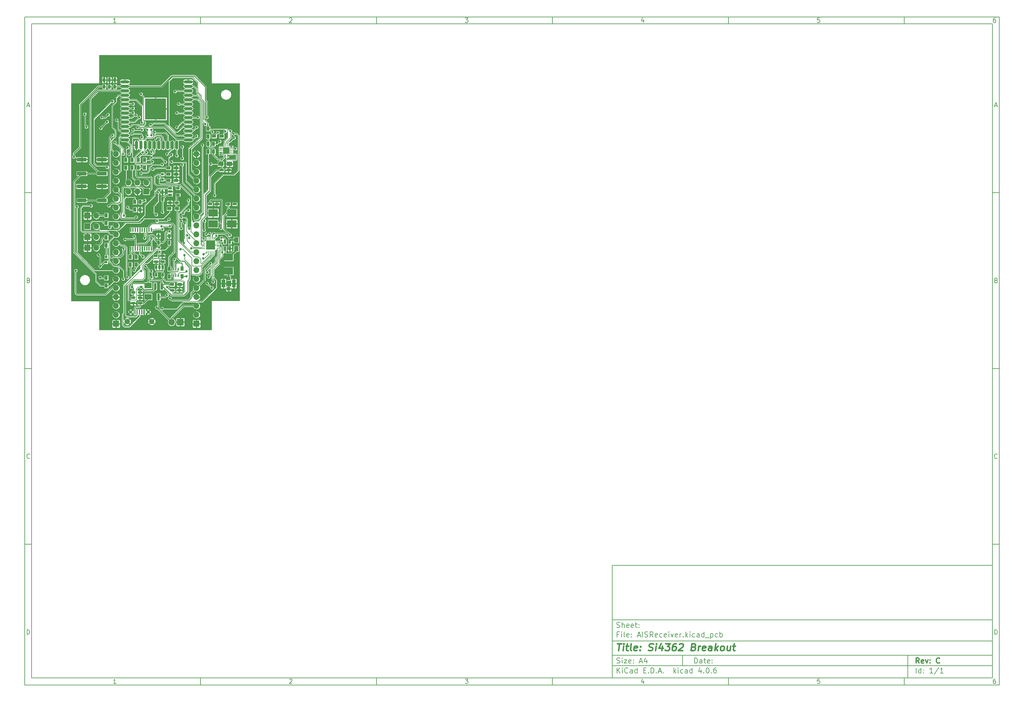
<source format=gbr>
G04 #@! TF.FileFunction,Copper,L1,Top,Signal*
%FSLAX46Y46*%
G04 Gerber Fmt 4.6, Leading zero omitted, Abs format (unit mm)*
G04 Created by KiCad (PCBNEW 4.0.6) date 09/08/17 15:19:15*
%MOMM*%
%LPD*%
G01*
G04 APERTURE LIST*
%ADD10C,0.150000*%
%ADD11C,0.300000*%
%ADD12C,0.400000*%
%ADD13R,0.750000X1.200000*%
%ADD14R,1.200000X0.750000*%
%ADD15R,1.500000X1.250000*%
%ADD16R,2.500000X2.000000*%
%ADD17R,0.762000X0.685800*%
%ADD18R,1.700000X1.700000*%
%ADD19O,1.700000X1.700000*%
%ADD20R,2.030000X1.650000*%
%ADD21R,0.750000X0.800000*%
%ADD22R,1.850000X1.850000*%
%ADD23C,1.850000*%
%ADD24R,1.250000X1.500000*%
%ADD25R,0.600000X0.500000*%
%ADD26R,1.050000X2.200000*%
%ADD27R,1.000000X1.000000*%
%ADD28R,0.800000X1.900000*%
%ADD29R,0.400000X0.700000*%
%ADD30R,0.900000X1.200000*%
%ADD31R,1.200000X0.900000*%
%ADD32R,2.750000X1.000000*%
%ADD33O,2.500000X0.900000*%
%ADD34O,0.900000X2.500000*%
%ADD35R,6.000000X6.000000*%
%ADD36R,0.650000X1.060000*%
%ADD37R,1.060000X0.650000*%
%ADD38R,0.850000X0.250000*%
%ADD39R,0.250000X0.850000*%
%ADD40R,0.406400X1.270000*%
%ADD41R,0.700000X0.250000*%
%ADD42R,0.250000X0.700000*%
%ADD43R,2.600000X2.600000*%
%ADD44R,2.700000X2.100000*%
%ADD45R,0.400000X1.350000*%
%ADD46C,0.950000*%
%ADD47C,1.550000*%
%ADD48C,0.685800*%
%ADD49C,0.152400*%
%ADD50C,0.254000*%
%ADD51C,0.508000*%
%ADD52C,0.025400*%
G04 APERTURE END LIST*
D10*
X177002200Y-166007200D02*
X177002200Y-198007200D01*
X285002200Y-198007200D01*
X285002200Y-166007200D01*
X177002200Y-166007200D01*
X10000000Y-10000000D02*
X10000000Y-200007200D01*
X287002200Y-200007200D01*
X287002200Y-10000000D01*
X10000000Y-10000000D01*
X12000000Y-12000000D02*
X12000000Y-198007200D01*
X285002200Y-198007200D01*
X285002200Y-12000000D01*
X12000000Y-12000000D01*
X60000000Y-12000000D02*
X60000000Y-10000000D01*
X110000000Y-12000000D02*
X110000000Y-10000000D01*
X160000000Y-12000000D02*
X160000000Y-10000000D01*
X210000000Y-12000000D02*
X210000000Y-10000000D01*
X260000000Y-12000000D02*
X260000000Y-10000000D01*
X35990476Y-11588095D02*
X35247619Y-11588095D01*
X35619048Y-11588095D02*
X35619048Y-10288095D01*
X35495238Y-10473810D01*
X35371429Y-10597619D01*
X35247619Y-10659524D01*
X85247619Y-10411905D02*
X85309524Y-10350000D01*
X85433333Y-10288095D01*
X85742857Y-10288095D01*
X85866667Y-10350000D01*
X85928571Y-10411905D01*
X85990476Y-10535714D01*
X85990476Y-10659524D01*
X85928571Y-10845238D01*
X85185714Y-11588095D01*
X85990476Y-11588095D01*
X135185714Y-10288095D02*
X135990476Y-10288095D01*
X135557143Y-10783333D01*
X135742857Y-10783333D01*
X135866667Y-10845238D01*
X135928571Y-10907143D01*
X135990476Y-11030952D01*
X135990476Y-11340476D01*
X135928571Y-11464286D01*
X135866667Y-11526190D01*
X135742857Y-11588095D01*
X135371429Y-11588095D01*
X135247619Y-11526190D01*
X135185714Y-11464286D01*
X185866667Y-10721429D02*
X185866667Y-11588095D01*
X185557143Y-10226190D02*
X185247619Y-11154762D01*
X186052381Y-11154762D01*
X235928571Y-10288095D02*
X235309524Y-10288095D01*
X235247619Y-10907143D01*
X235309524Y-10845238D01*
X235433333Y-10783333D01*
X235742857Y-10783333D01*
X235866667Y-10845238D01*
X235928571Y-10907143D01*
X235990476Y-11030952D01*
X235990476Y-11340476D01*
X235928571Y-11464286D01*
X235866667Y-11526190D01*
X235742857Y-11588095D01*
X235433333Y-11588095D01*
X235309524Y-11526190D01*
X235247619Y-11464286D01*
X285866667Y-10288095D02*
X285619048Y-10288095D01*
X285495238Y-10350000D01*
X285433333Y-10411905D01*
X285309524Y-10597619D01*
X285247619Y-10845238D01*
X285247619Y-11340476D01*
X285309524Y-11464286D01*
X285371429Y-11526190D01*
X285495238Y-11588095D01*
X285742857Y-11588095D01*
X285866667Y-11526190D01*
X285928571Y-11464286D01*
X285990476Y-11340476D01*
X285990476Y-11030952D01*
X285928571Y-10907143D01*
X285866667Y-10845238D01*
X285742857Y-10783333D01*
X285495238Y-10783333D01*
X285371429Y-10845238D01*
X285309524Y-10907143D01*
X285247619Y-11030952D01*
X60000000Y-198007200D02*
X60000000Y-200007200D01*
X110000000Y-198007200D02*
X110000000Y-200007200D01*
X160000000Y-198007200D02*
X160000000Y-200007200D01*
X210000000Y-198007200D02*
X210000000Y-200007200D01*
X260000000Y-198007200D02*
X260000000Y-200007200D01*
X35990476Y-199595295D02*
X35247619Y-199595295D01*
X35619048Y-199595295D02*
X35619048Y-198295295D01*
X35495238Y-198481010D01*
X35371429Y-198604819D01*
X35247619Y-198666724D01*
X85247619Y-198419105D02*
X85309524Y-198357200D01*
X85433333Y-198295295D01*
X85742857Y-198295295D01*
X85866667Y-198357200D01*
X85928571Y-198419105D01*
X85990476Y-198542914D01*
X85990476Y-198666724D01*
X85928571Y-198852438D01*
X85185714Y-199595295D01*
X85990476Y-199595295D01*
X135185714Y-198295295D02*
X135990476Y-198295295D01*
X135557143Y-198790533D01*
X135742857Y-198790533D01*
X135866667Y-198852438D01*
X135928571Y-198914343D01*
X135990476Y-199038152D01*
X135990476Y-199347676D01*
X135928571Y-199471486D01*
X135866667Y-199533390D01*
X135742857Y-199595295D01*
X135371429Y-199595295D01*
X135247619Y-199533390D01*
X135185714Y-199471486D01*
X185866667Y-198728629D02*
X185866667Y-199595295D01*
X185557143Y-198233390D02*
X185247619Y-199161962D01*
X186052381Y-199161962D01*
X235928571Y-198295295D02*
X235309524Y-198295295D01*
X235247619Y-198914343D01*
X235309524Y-198852438D01*
X235433333Y-198790533D01*
X235742857Y-198790533D01*
X235866667Y-198852438D01*
X235928571Y-198914343D01*
X235990476Y-199038152D01*
X235990476Y-199347676D01*
X235928571Y-199471486D01*
X235866667Y-199533390D01*
X235742857Y-199595295D01*
X235433333Y-199595295D01*
X235309524Y-199533390D01*
X235247619Y-199471486D01*
X285866667Y-198295295D02*
X285619048Y-198295295D01*
X285495238Y-198357200D01*
X285433333Y-198419105D01*
X285309524Y-198604819D01*
X285247619Y-198852438D01*
X285247619Y-199347676D01*
X285309524Y-199471486D01*
X285371429Y-199533390D01*
X285495238Y-199595295D01*
X285742857Y-199595295D01*
X285866667Y-199533390D01*
X285928571Y-199471486D01*
X285990476Y-199347676D01*
X285990476Y-199038152D01*
X285928571Y-198914343D01*
X285866667Y-198852438D01*
X285742857Y-198790533D01*
X285495238Y-198790533D01*
X285371429Y-198852438D01*
X285309524Y-198914343D01*
X285247619Y-199038152D01*
X10000000Y-60000000D02*
X12000000Y-60000000D01*
X10000000Y-110000000D02*
X12000000Y-110000000D01*
X10000000Y-160000000D02*
X12000000Y-160000000D01*
X10690476Y-35216667D02*
X11309524Y-35216667D01*
X10566667Y-35588095D02*
X11000000Y-34288095D01*
X11433333Y-35588095D01*
X11092857Y-84907143D02*
X11278571Y-84969048D01*
X11340476Y-85030952D01*
X11402381Y-85154762D01*
X11402381Y-85340476D01*
X11340476Y-85464286D01*
X11278571Y-85526190D01*
X11154762Y-85588095D01*
X10659524Y-85588095D01*
X10659524Y-84288095D01*
X11092857Y-84288095D01*
X11216667Y-84350000D01*
X11278571Y-84411905D01*
X11340476Y-84535714D01*
X11340476Y-84659524D01*
X11278571Y-84783333D01*
X11216667Y-84845238D01*
X11092857Y-84907143D01*
X10659524Y-84907143D01*
X11402381Y-135464286D02*
X11340476Y-135526190D01*
X11154762Y-135588095D01*
X11030952Y-135588095D01*
X10845238Y-135526190D01*
X10721429Y-135402381D01*
X10659524Y-135278571D01*
X10597619Y-135030952D01*
X10597619Y-134845238D01*
X10659524Y-134597619D01*
X10721429Y-134473810D01*
X10845238Y-134350000D01*
X11030952Y-134288095D01*
X11154762Y-134288095D01*
X11340476Y-134350000D01*
X11402381Y-134411905D01*
X10659524Y-185588095D02*
X10659524Y-184288095D01*
X10969048Y-184288095D01*
X11154762Y-184350000D01*
X11278571Y-184473810D01*
X11340476Y-184597619D01*
X11402381Y-184845238D01*
X11402381Y-185030952D01*
X11340476Y-185278571D01*
X11278571Y-185402381D01*
X11154762Y-185526190D01*
X10969048Y-185588095D01*
X10659524Y-185588095D01*
X287002200Y-60000000D02*
X285002200Y-60000000D01*
X287002200Y-110000000D02*
X285002200Y-110000000D01*
X287002200Y-160000000D02*
X285002200Y-160000000D01*
X285692676Y-35216667D02*
X286311724Y-35216667D01*
X285568867Y-35588095D02*
X286002200Y-34288095D01*
X286435533Y-35588095D01*
X286095057Y-84907143D02*
X286280771Y-84969048D01*
X286342676Y-85030952D01*
X286404581Y-85154762D01*
X286404581Y-85340476D01*
X286342676Y-85464286D01*
X286280771Y-85526190D01*
X286156962Y-85588095D01*
X285661724Y-85588095D01*
X285661724Y-84288095D01*
X286095057Y-84288095D01*
X286218867Y-84350000D01*
X286280771Y-84411905D01*
X286342676Y-84535714D01*
X286342676Y-84659524D01*
X286280771Y-84783333D01*
X286218867Y-84845238D01*
X286095057Y-84907143D01*
X285661724Y-84907143D01*
X286404581Y-135464286D02*
X286342676Y-135526190D01*
X286156962Y-135588095D01*
X286033152Y-135588095D01*
X285847438Y-135526190D01*
X285723629Y-135402381D01*
X285661724Y-135278571D01*
X285599819Y-135030952D01*
X285599819Y-134845238D01*
X285661724Y-134597619D01*
X285723629Y-134473810D01*
X285847438Y-134350000D01*
X286033152Y-134288095D01*
X286156962Y-134288095D01*
X286342676Y-134350000D01*
X286404581Y-134411905D01*
X285661724Y-185588095D02*
X285661724Y-184288095D01*
X285971248Y-184288095D01*
X286156962Y-184350000D01*
X286280771Y-184473810D01*
X286342676Y-184597619D01*
X286404581Y-184845238D01*
X286404581Y-185030952D01*
X286342676Y-185278571D01*
X286280771Y-185402381D01*
X286156962Y-185526190D01*
X285971248Y-185588095D01*
X285661724Y-185588095D01*
X200359343Y-193785771D02*
X200359343Y-192285771D01*
X200716486Y-192285771D01*
X200930771Y-192357200D01*
X201073629Y-192500057D01*
X201145057Y-192642914D01*
X201216486Y-192928629D01*
X201216486Y-193142914D01*
X201145057Y-193428629D01*
X201073629Y-193571486D01*
X200930771Y-193714343D01*
X200716486Y-193785771D01*
X200359343Y-193785771D01*
X202502200Y-193785771D02*
X202502200Y-193000057D01*
X202430771Y-192857200D01*
X202287914Y-192785771D01*
X202002200Y-192785771D01*
X201859343Y-192857200D01*
X202502200Y-193714343D02*
X202359343Y-193785771D01*
X202002200Y-193785771D01*
X201859343Y-193714343D01*
X201787914Y-193571486D01*
X201787914Y-193428629D01*
X201859343Y-193285771D01*
X202002200Y-193214343D01*
X202359343Y-193214343D01*
X202502200Y-193142914D01*
X203002200Y-192785771D02*
X203573629Y-192785771D01*
X203216486Y-192285771D02*
X203216486Y-193571486D01*
X203287914Y-193714343D01*
X203430772Y-193785771D01*
X203573629Y-193785771D01*
X204645057Y-193714343D02*
X204502200Y-193785771D01*
X204216486Y-193785771D01*
X204073629Y-193714343D01*
X204002200Y-193571486D01*
X204002200Y-193000057D01*
X204073629Y-192857200D01*
X204216486Y-192785771D01*
X204502200Y-192785771D01*
X204645057Y-192857200D01*
X204716486Y-193000057D01*
X204716486Y-193142914D01*
X204002200Y-193285771D01*
X205359343Y-193642914D02*
X205430771Y-193714343D01*
X205359343Y-193785771D01*
X205287914Y-193714343D01*
X205359343Y-193642914D01*
X205359343Y-193785771D01*
X205359343Y-192857200D02*
X205430771Y-192928629D01*
X205359343Y-193000057D01*
X205287914Y-192928629D01*
X205359343Y-192857200D01*
X205359343Y-193000057D01*
X177002200Y-194507200D02*
X285002200Y-194507200D01*
X178359343Y-196585771D02*
X178359343Y-195085771D01*
X179216486Y-196585771D02*
X178573629Y-195728629D01*
X179216486Y-195085771D02*
X178359343Y-195942914D01*
X179859343Y-196585771D02*
X179859343Y-195585771D01*
X179859343Y-195085771D02*
X179787914Y-195157200D01*
X179859343Y-195228629D01*
X179930771Y-195157200D01*
X179859343Y-195085771D01*
X179859343Y-195228629D01*
X181430772Y-196442914D02*
X181359343Y-196514343D01*
X181145057Y-196585771D01*
X181002200Y-196585771D01*
X180787915Y-196514343D01*
X180645057Y-196371486D01*
X180573629Y-196228629D01*
X180502200Y-195942914D01*
X180502200Y-195728629D01*
X180573629Y-195442914D01*
X180645057Y-195300057D01*
X180787915Y-195157200D01*
X181002200Y-195085771D01*
X181145057Y-195085771D01*
X181359343Y-195157200D01*
X181430772Y-195228629D01*
X182716486Y-196585771D02*
X182716486Y-195800057D01*
X182645057Y-195657200D01*
X182502200Y-195585771D01*
X182216486Y-195585771D01*
X182073629Y-195657200D01*
X182716486Y-196514343D02*
X182573629Y-196585771D01*
X182216486Y-196585771D01*
X182073629Y-196514343D01*
X182002200Y-196371486D01*
X182002200Y-196228629D01*
X182073629Y-196085771D01*
X182216486Y-196014343D01*
X182573629Y-196014343D01*
X182716486Y-195942914D01*
X184073629Y-196585771D02*
X184073629Y-195085771D01*
X184073629Y-196514343D02*
X183930772Y-196585771D01*
X183645058Y-196585771D01*
X183502200Y-196514343D01*
X183430772Y-196442914D01*
X183359343Y-196300057D01*
X183359343Y-195871486D01*
X183430772Y-195728629D01*
X183502200Y-195657200D01*
X183645058Y-195585771D01*
X183930772Y-195585771D01*
X184073629Y-195657200D01*
X185930772Y-195800057D02*
X186430772Y-195800057D01*
X186645058Y-196585771D02*
X185930772Y-196585771D01*
X185930772Y-195085771D01*
X186645058Y-195085771D01*
X187287915Y-196442914D02*
X187359343Y-196514343D01*
X187287915Y-196585771D01*
X187216486Y-196514343D01*
X187287915Y-196442914D01*
X187287915Y-196585771D01*
X188002201Y-196585771D02*
X188002201Y-195085771D01*
X188359344Y-195085771D01*
X188573629Y-195157200D01*
X188716487Y-195300057D01*
X188787915Y-195442914D01*
X188859344Y-195728629D01*
X188859344Y-195942914D01*
X188787915Y-196228629D01*
X188716487Y-196371486D01*
X188573629Y-196514343D01*
X188359344Y-196585771D01*
X188002201Y-196585771D01*
X189502201Y-196442914D02*
X189573629Y-196514343D01*
X189502201Y-196585771D01*
X189430772Y-196514343D01*
X189502201Y-196442914D01*
X189502201Y-196585771D01*
X190145058Y-196157200D02*
X190859344Y-196157200D01*
X190002201Y-196585771D02*
X190502201Y-195085771D01*
X191002201Y-196585771D01*
X191502201Y-196442914D02*
X191573629Y-196514343D01*
X191502201Y-196585771D01*
X191430772Y-196514343D01*
X191502201Y-196442914D01*
X191502201Y-196585771D01*
X194502201Y-196585771D02*
X194502201Y-195085771D01*
X194645058Y-196014343D02*
X195073629Y-196585771D01*
X195073629Y-195585771D02*
X194502201Y-196157200D01*
X195716487Y-196585771D02*
X195716487Y-195585771D01*
X195716487Y-195085771D02*
X195645058Y-195157200D01*
X195716487Y-195228629D01*
X195787915Y-195157200D01*
X195716487Y-195085771D01*
X195716487Y-195228629D01*
X197073630Y-196514343D02*
X196930773Y-196585771D01*
X196645059Y-196585771D01*
X196502201Y-196514343D01*
X196430773Y-196442914D01*
X196359344Y-196300057D01*
X196359344Y-195871486D01*
X196430773Y-195728629D01*
X196502201Y-195657200D01*
X196645059Y-195585771D01*
X196930773Y-195585771D01*
X197073630Y-195657200D01*
X198359344Y-196585771D02*
X198359344Y-195800057D01*
X198287915Y-195657200D01*
X198145058Y-195585771D01*
X197859344Y-195585771D01*
X197716487Y-195657200D01*
X198359344Y-196514343D02*
X198216487Y-196585771D01*
X197859344Y-196585771D01*
X197716487Y-196514343D01*
X197645058Y-196371486D01*
X197645058Y-196228629D01*
X197716487Y-196085771D01*
X197859344Y-196014343D01*
X198216487Y-196014343D01*
X198359344Y-195942914D01*
X199716487Y-196585771D02*
X199716487Y-195085771D01*
X199716487Y-196514343D02*
X199573630Y-196585771D01*
X199287916Y-196585771D01*
X199145058Y-196514343D01*
X199073630Y-196442914D01*
X199002201Y-196300057D01*
X199002201Y-195871486D01*
X199073630Y-195728629D01*
X199145058Y-195657200D01*
X199287916Y-195585771D01*
X199573630Y-195585771D01*
X199716487Y-195657200D01*
X202216487Y-195585771D02*
X202216487Y-196585771D01*
X201859344Y-195014343D02*
X201502201Y-196085771D01*
X202430773Y-196085771D01*
X203002201Y-196442914D02*
X203073629Y-196514343D01*
X203002201Y-196585771D01*
X202930772Y-196514343D01*
X203002201Y-196442914D01*
X203002201Y-196585771D01*
X204002201Y-195085771D02*
X204145058Y-195085771D01*
X204287915Y-195157200D01*
X204359344Y-195228629D01*
X204430773Y-195371486D01*
X204502201Y-195657200D01*
X204502201Y-196014343D01*
X204430773Y-196300057D01*
X204359344Y-196442914D01*
X204287915Y-196514343D01*
X204145058Y-196585771D01*
X204002201Y-196585771D01*
X203859344Y-196514343D01*
X203787915Y-196442914D01*
X203716487Y-196300057D01*
X203645058Y-196014343D01*
X203645058Y-195657200D01*
X203716487Y-195371486D01*
X203787915Y-195228629D01*
X203859344Y-195157200D01*
X204002201Y-195085771D01*
X205145058Y-196442914D02*
X205216486Y-196514343D01*
X205145058Y-196585771D01*
X205073629Y-196514343D01*
X205145058Y-196442914D01*
X205145058Y-196585771D01*
X206502201Y-195085771D02*
X206216487Y-195085771D01*
X206073630Y-195157200D01*
X206002201Y-195228629D01*
X205859344Y-195442914D01*
X205787915Y-195728629D01*
X205787915Y-196300057D01*
X205859344Y-196442914D01*
X205930772Y-196514343D01*
X206073630Y-196585771D01*
X206359344Y-196585771D01*
X206502201Y-196514343D01*
X206573630Y-196442914D01*
X206645058Y-196300057D01*
X206645058Y-195942914D01*
X206573630Y-195800057D01*
X206502201Y-195728629D01*
X206359344Y-195657200D01*
X206073630Y-195657200D01*
X205930772Y-195728629D01*
X205859344Y-195800057D01*
X205787915Y-195942914D01*
X177002200Y-191507200D02*
X285002200Y-191507200D01*
D11*
X264216486Y-193785771D02*
X263716486Y-193071486D01*
X263359343Y-193785771D02*
X263359343Y-192285771D01*
X263930771Y-192285771D01*
X264073629Y-192357200D01*
X264145057Y-192428629D01*
X264216486Y-192571486D01*
X264216486Y-192785771D01*
X264145057Y-192928629D01*
X264073629Y-193000057D01*
X263930771Y-193071486D01*
X263359343Y-193071486D01*
X265430771Y-193714343D02*
X265287914Y-193785771D01*
X265002200Y-193785771D01*
X264859343Y-193714343D01*
X264787914Y-193571486D01*
X264787914Y-193000057D01*
X264859343Y-192857200D01*
X265002200Y-192785771D01*
X265287914Y-192785771D01*
X265430771Y-192857200D01*
X265502200Y-193000057D01*
X265502200Y-193142914D01*
X264787914Y-193285771D01*
X266002200Y-192785771D02*
X266359343Y-193785771D01*
X266716485Y-192785771D01*
X267287914Y-193642914D02*
X267359342Y-193714343D01*
X267287914Y-193785771D01*
X267216485Y-193714343D01*
X267287914Y-193642914D01*
X267287914Y-193785771D01*
X267287914Y-192857200D02*
X267359342Y-192928629D01*
X267287914Y-193000057D01*
X267216485Y-192928629D01*
X267287914Y-192857200D01*
X267287914Y-193000057D01*
X270002200Y-193642914D02*
X269930771Y-193714343D01*
X269716485Y-193785771D01*
X269573628Y-193785771D01*
X269359343Y-193714343D01*
X269216485Y-193571486D01*
X269145057Y-193428629D01*
X269073628Y-193142914D01*
X269073628Y-192928629D01*
X269145057Y-192642914D01*
X269216485Y-192500057D01*
X269359343Y-192357200D01*
X269573628Y-192285771D01*
X269716485Y-192285771D01*
X269930771Y-192357200D01*
X270002200Y-192428629D01*
D10*
X178287914Y-193714343D02*
X178502200Y-193785771D01*
X178859343Y-193785771D01*
X179002200Y-193714343D01*
X179073629Y-193642914D01*
X179145057Y-193500057D01*
X179145057Y-193357200D01*
X179073629Y-193214343D01*
X179002200Y-193142914D01*
X178859343Y-193071486D01*
X178573629Y-193000057D01*
X178430771Y-192928629D01*
X178359343Y-192857200D01*
X178287914Y-192714343D01*
X178287914Y-192571486D01*
X178359343Y-192428629D01*
X178430771Y-192357200D01*
X178573629Y-192285771D01*
X178930771Y-192285771D01*
X179145057Y-192357200D01*
X179787914Y-193785771D02*
X179787914Y-192785771D01*
X179787914Y-192285771D02*
X179716485Y-192357200D01*
X179787914Y-192428629D01*
X179859342Y-192357200D01*
X179787914Y-192285771D01*
X179787914Y-192428629D01*
X180359343Y-192785771D02*
X181145057Y-192785771D01*
X180359343Y-193785771D01*
X181145057Y-193785771D01*
X182287914Y-193714343D02*
X182145057Y-193785771D01*
X181859343Y-193785771D01*
X181716486Y-193714343D01*
X181645057Y-193571486D01*
X181645057Y-193000057D01*
X181716486Y-192857200D01*
X181859343Y-192785771D01*
X182145057Y-192785771D01*
X182287914Y-192857200D01*
X182359343Y-193000057D01*
X182359343Y-193142914D01*
X181645057Y-193285771D01*
X183002200Y-193642914D02*
X183073628Y-193714343D01*
X183002200Y-193785771D01*
X182930771Y-193714343D01*
X183002200Y-193642914D01*
X183002200Y-193785771D01*
X183002200Y-192857200D02*
X183073628Y-192928629D01*
X183002200Y-193000057D01*
X182930771Y-192928629D01*
X183002200Y-192857200D01*
X183002200Y-193000057D01*
X184787914Y-193357200D02*
X185502200Y-193357200D01*
X184645057Y-193785771D02*
X185145057Y-192285771D01*
X185645057Y-193785771D01*
X186787914Y-192785771D02*
X186787914Y-193785771D01*
X186430771Y-192214343D02*
X186073628Y-193285771D01*
X187002200Y-193285771D01*
X263359343Y-196585771D02*
X263359343Y-195085771D01*
X264716486Y-196585771D02*
X264716486Y-195085771D01*
X264716486Y-196514343D02*
X264573629Y-196585771D01*
X264287915Y-196585771D01*
X264145057Y-196514343D01*
X264073629Y-196442914D01*
X264002200Y-196300057D01*
X264002200Y-195871486D01*
X264073629Y-195728629D01*
X264145057Y-195657200D01*
X264287915Y-195585771D01*
X264573629Y-195585771D01*
X264716486Y-195657200D01*
X265430772Y-196442914D02*
X265502200Y-196514343D01*
X265430772Y-196585771D01*
X265359343Y-196514343D01*
X265430772Y-196442914D01*
X265430772Y-196585771D01*
X265430772Y-195657200D02*
X265502200Y-195728629D01*
X265430772Y-195800057D01*
X265359343Y-195728629D01*
X265430772Y-195657200D01*
X265430772Y-195800057D01*
X268073629Y-196585771D02*
X267216486Y-196585771D01*
X267645058Y-196585771D02*
X267645058Y-195085771D01*
X267502201Y-195300057D01*
X267359343Y-195442914D01*
X267216486Y-195514343D01*
X269787914Y-195014343D02*
X268502200Y-196942914D01*
X271073629Y-196585771D02*
X270216486Y-196585771D01*
X270645058Y-196585771D02*
X270645058Y-195085771D01*
X270502201Y-195300057D01*
X270359343Y-195442914D01*
X270216486Y-195514343D01*
X177002200Y-187507200D02*
X285002200Y-187507200D01*
D12*
X178454581Y-188211962D02*
X179597438Y-188211962D01*
X178776010Y-190211962D02*
X179026010Y-188211962D01*
X180014105Y-190211962D02*
X180180771Y-188878629D01*
X180264105Y-188211962D02*
X180156962Y-188307200D01*
X180240295Y-188402438D01*
X180347439Y-188307200D01*
X180264105Y-188211962D01*
X180240295Y-188402438D01*
X180847438Y-188878629D02*
X181609343Y-188878629D01*
X181216486Y-188211962D02*
X181002200Y-189926248D01*
X181073630Y-190116724D01*
X181252201Y-190211962D01*
X181442677Y-190211962D01*
X182395058Y-190211962D02*
X182216487Y-190116724D01*
X182145057Y-189926248D01*
X182359343Y-188211962D01*
X183930772Y-190116724D02*
X183728391Y-190211962D01*
X183347439Y-190211962D01*
X183168867Y-190116724D01*
X183097438Y-189926248D01*
X183192676Y-189164343D01*
X183311724Y-188973867D01*
X183514105Y-188878629D01*
X183895057Y-188878629D01*
X184073629Y-188973867D01*
X184145057Y-189164343D01*
X184121248Y-189354819D01*
X183145057Y-189545295D01*
X184895057Y-190021486D02*
X184978392Y-190116724D01*
X184871248Y-190211962D01*
X184787915Y-190116724D01*
X184895057Y-190021486D01*
X184871248Y-190211962D01*
X185026010Y-188973867D02*
X185109344Y-189069105D01*
X185002200Y-189164343D01*
X184918867Y-189069105D01*
X185026010Y-188973867D01*
X185002200Y-189164343D01*
X187264106Y-190116724D02*
X187537916Y-190211962D01*
X188014106Y-190211962D01*
X188216487Y-190116724D01*
X188323629Y-190021486D01*
X188442678Y-189831010D01*
X188466487Y-189640533D01*
X188395058Y-189450057D01*
X188311725Y-189354819D01*
X188133153Y-189259581D01*
X187764106Y-189164343D01*
X187585535Y-189069105D01*
X187502201Y-188973867D01*
X187430772Y-188783390D01*
X187454582Y-188592914D01*
X187573629Y-188402438D01*
X187680773Y-188307200D01*
X187883154Y-188211962D01*
X188359344Y-188211962D01*
X188633154Y-188307200D01*
X189252201Y-190211962D02*
X189418867Y-188878629D01*
X189502201Y-188211962D02*
X189395058Y-188307200D01*
X189478391Y-188402438D01*
X189585535Y-188307200D01*
X189502201Y-188211962D01*
X189478391Y-188402438D01*
X191228391Y-188878629D02*
X191061725Y-190211962D01*
X190847440Y-188116724D02*
X190192677Y-189545295D01*
X191430773Y-189545295D01*
X192168868Y-188211962D02*
X193406964Y-188211962D01*
X192645059Y-188973867D01*
X192930773Y-188973867D01*
X193109344Y-189069105D01*
X193192677Y-189164343D01*
X193264107Y-189354819D01*
X193204583Y-189831010D01*
X193085534Y-190021486D01*
X192978392Y-190116724D01*
X192776011Y-190211962D01*
X192204583Y-190211962D01*
X192026011Y-190116724D01*
X191942677Y-190021486D01*
X195121249Y-188211962D02*
X194740297Y-188211962D01*
X194537916Y-188307200D01*
X194430773Y-188402438D01*
X194204582Y-188688152D01*
X194061725Y-189069105D01*
X193966487Y-189831010D01*
X194037915Y-190021486D01*
X194121250Y-190116724D01*
X194299821Y-190211962D01*
X194680773Y-190211962D01*
X194883154Y-190116724D01*
X194990296Y-190021486D01*
X195109345Y-189831010D01*
X195168869Y-189354819D01*
X195097439Y-189164343D01*
X195014106Y-189069105D01*
X194835535Y-188973867D01*
X194454583Y-188973867D01*
X194252202Y-189069105D01*
X194145058Y-189164343D01*
X194026011Y-189354819D01*
X196049820Y-188402438D02*
X196156963Y-188307200D01*
X196359345Y-188211962D01*
X196835535Y-188211962D01*
X197014106Y-188307200D01*
X197097439Y-188402438D01*
X197168869Y-188592914D01*
X197145059Y-188783390D01*
X197014106Y-189069105D01*
X195728392Y-190211962D01*
X196966488Y-190211962D01*
X200145059Y-189164343D02*
X200418868Y-189259581D01*
X200502203Y-189354819D01*
X200573631Y-189545295D01*
X200537917Y-189831010D01*
X200418869Y-190021486D01*
X200311726Y-190116724D01*
X200109345Y-190211962D01*
X199347440Y-190211962D01*
X199597440Y-188211962D01*
X200264107Y-188211962D01*
X200442678Y-188307200D01*
X200526011Y-188402438D01*
X200597441Y-188592914D01*
X200573631Y-188783390D01*
X200454583Y-188973867D01*
X200347440Y-189069105D01*
X200145059Y-189164343D01*
X199478392Y-189164343D01*
X201347440Y-190211962D02*
X201514106Y-188878629D01*
X201466487Y-189259581D02*
X201585536Y-189069105D01*
X201692679Y-188973867D01*
X201895059Y-188878629D01*
X202085535Y-188878629D01*
X203359345Y-190116724D02*
X203156964Y-190211962D01*
X202776012Y-190211962D01*
X202597440Y-190116724D01*
X202526011Y-189926248D01*
X202621249Y-189164343D01*
X202740297Y-188973867D01*
X202942678Y-188878629D01*
X203323630Y-188878629D01*
X203502202Y-188973867D01*
X203573630Y-189164343D01*
X203549821Y-189354819D01*
X202573630Y-189545295D01*
X205156964Y-190211962D02*
X205287916Y-189164343D01*
X205216488Y-188973867D01*
X205037916Y-188878629D01*
X204656964Y-188878629D01*
X204454583Y-188973867D01*
X205168869Y-190116724D02*
X204966488Y-190211962D01*
X204490298Y-190211962D01*
X204311726Y-190116724D01*
X204240297Y-189926248D01*
X204264107Y-189735771D01*
X204383154Y-189545295D01*
X204585536Y-189450057D01*
X205061726Y-189450057D01*
X205264107Y-189354819D01*
X206109345Y-190211962D02*
X206359345Y-188211962D01*
X206395060Y-189450057D02*
X206871250Y-190211962D01*
X207037916Y-188878629D02*
X206180773Y-189640533D01*
X208014108Y-190211962D02*
X207835537Y-190116724D01*
X207752202Y-190021486D01*
X207680774Y-189831010D01*
X207752202Y-189259581D01*
X207871250Y-189069105D01*
X207978394Y-188973867D01*
X208180774Y-188878629D01*
X208466488Y-188878629D01*
X208645060Y-188973867D01*
X208728393Y-189069105D01*
X208799821Y-189259581D01*
X208728393Y-189831010D01*
X208609345Y-190021486D01*
X208502203Y-190116724D01*
X208299822Y-190211962D01*
X208014108Y-190211962D01*
X210561726Y-188878629D02*
X210395060Y-190211962D01*
X209704583Y-188878629D02*
X209573631Y-189926248D01*
X209645061Y-190116724D01*
X209823632Y-190211962D01*
X210109346Y-190211962D01*
X210311727Y-190116724D01*
X210418869Y-190021486D01*
X211228393Y-188878629D02*
X211990298Y-188878629D01*
X211597441Y-188211962D02*
X211383155Y-189926248D01*
X211454585Y-190116724D01*
X211633156Y-190211962D01*
X211823632Y-190211962D01*
D10*
X178859343Y-185600057D02*
X178359343Y-185600057D01*
X178359343Y-186385771D02*
X178359343Y-184885771D01*
X179073629Y-184885771D01*
X179645057Y-186385771D02*
X179645057Y-185385771D01*
X179645057Y-184885771D02*
X179573628Y-184957200D01*
X179645057Y-185028629D01*
X179716485Y-184957200D01*
X179645057Y-184885771D01*
X179645057Y-185028629D01*
X180573629Y-186385771D02*
X180430771Y-186314343D01*
X180359343Y-186171486D01*
X180359343Y-184885771D01*
X181716485Y-186314343D02*
X181573628Y-186385771D01*
X181287914Y-186385771D01*
X181145057Y-186314343D01*
X181073628Y-186171486D01*
X181073628Y-185600057D01*
X181145057Y-185457200D01*
X181287914Y-185385771D01*
X181573628Y-185385771D01*
X181716485Y-185457200D01*
X181787914Y-185600057D01*
X181787914Y-185742914D01*
X181073628Y-185885771D01*
X182430771Y-186242914D02*
X182502199Y-186314343D01*
X182430771Y-186385771D01*
X182359342Y-186314343D01*
X182430771Y-186242914D01*
X182430771Y-186385771D01*
X182430771Y-185457200D02*
X182502199Y-185528629D01*
X182430771Y-185600057D01*
X182359342Y-185528629D01*
X182430771Y-185457200D01*
X182430771Y-185600057D01*
X184216485Y-185957200D02*
X184930771Y-185957200D01*
X184073628Y-186385771D02*
X184573628Y-184885771D01*
X185073628Y-186385771D01*
X185573628Y-186385771D02*
X185573628Y-184885771D01*
X186216485Y-186314343D02*
X186430771Y-186385771D01*
X186787914Y-186385771D01*
X186930771Y-186314343D01*
X187002200Y-186242914D01*
X187073628Y-186100057D01*
X187073628Y-185957200D01*
X187002200Y-185814343D01*
X186930771Y-185742914D01*
X186787914Y-185671486D01*
X186502200Y-185600057D01*
X186359342Y-185528629D01*
X186287914Y-185457200D01*
X186216485Y-185314343D01*
X186216485Y-185171486D01*
X186287914Y-185028629D01*
X186359342Y-184957200D01*
X186502200Y-184885771D01*
X186859342Y-184885771D01*
X187073628Y-184957200D01*
X188573628Y-186385771D02*
X188073628Y-185671486D01*
X187716485Y-186385771D02*
X187716485Y-184885771D01*
X188287913Y-184885771D01*
X188430771Y-184957200D01*
X188502199Y-185028629D01*
X188573628Y-185171486D01*
X188573628Y-185385771D01*
X188502199Y-185528629D01*
X188430771Y-185600057D01*
X188287913Y-185671486D01*
X187716485Y-185671486D01*
X189787913Y-186314343D02*
X189645056Y-186385771D01*
X189359342Y-186385771D01*
X189216485Y-186314343D01*
X189145056Y-186171486D01*
X189145056Y-185600057D01*
X189216485Y-185457200D01*
X189359342Y-185385771D01*
X189645056Y-185385771D01*
X189787913Y-185457200D01*
X189859342Y-185600057D01*
X189859342Y-185742914D01*
X189145056Y-185885771D01*
X191145056Y-186314343D02*
X191002199Y-186385771D01*
X190716485Y-186385771D01*
X190573627Y-186314343D01*
X190502199Y-186242914D01*
X190430770Y-186100057D01*
X190430770Y-185671486D01*
X190502199Y-185528629D01*
X190573627Y-185457200D01*
X190716485Y-185385771D01*
X191002199Y-185385771D01*
X191145056Y-185457200D01*
X192359341Y-186314343D02*
X192216484Y-186385771D01*
X191930770Y-186385771D01*
X191787913Y-186314343D01*
X191716484Y-186171486D01*
X191716484Y-185600057D01*
X191787913Y-185457200D01*
X191930770Y-185385771D01*
X192216484Y-185385771D01*
X192359341Y-185457200D01*
X192430770Y-185600057D01*
X192430770Y-185742914D01*
X191716484Y-185885771D01*
X193073627Y-186385771D02*
X193073627Y-185385771D01*
X193073627Y-184885771D02*
X193002198Y-184957200D01*
X193073627Y-185028629D01*
X193145055Y-184957200D01*
X193073627Y-184885771D01*
X193073627Y-185028629D01*
X193645056Y-185385771D02*
X194002199Y-186385771D01*
X194359341Y-185385771D01*
X195502198Y-186314343D02*
X195359341Y-186385771D01*
X195073627Y-186385771D01*
X194930770Y-186314343D01*
X194859341Y-186171486D01*
X194859341Y-185600057D01*
X194930770Y-185457200D01*
X195073627Y-185385771D01*
X195359341Y-185385771D01*
X195502198Y-185457200D01*
X195573627Y-185600057D01*
X195573627Y-185742914D01*
X194859341Y-185885771D01*
X196216484Y-186385771D02*
X196216484Y-185385771D01*
X196216484Y-185671486D02*
X196287912Y-185528629D01*
X196359341Y-185457200D01*
X196502198Y-185385771D01*
X196645055Y-185385771D01*
X197145055Y-186242914D02*
X197216483Y-186314343D01*
X197145055Y-186385771D01*
X197073626Y-186314343D01*
X197145055Y-186242914D01*
X197145055Y-186385771D01*
X197859341Y-186385771D02*
X197859341Y-184885771D01*
X198002198Y-185814343D02*
X198430769Y-186385771D01*
X198430769Y-185385771D02*
X197859341Y-185957200D01*
X199073627Y-186385771D02*
X199073627Y-185385771D01*
X199073627Y-184885771D02*
X199002198Y-184957200D01*
X199073627Y-185028629D01*
X199145055Y-184957200D01*
X199073627Y-184885771D01*
X199073627Y-185028629D01*
X200430770Y-186314343D02*
X200287913Y-186385771D01*
X200002199Y-186385771D01*
X199859341Y-186314343D01*
X199787913Y-186242914D01*
X199716484Y-186100057D01*
X199716484Y-185671486D01*
X199787913Y-185528629D01*
X199859341Y-185457200D01*
X200002199Y-185385771D01*
X200287913Y-185385771D01*
X200430770Y-185457200D01*
X201716484Y-186385771D02*
X201716484Y-185600057D01*
X201645055Y-185457200D01*
X201502198Y-185385771D01*
X201216484Y-185385771D01*
X201073627Y-185457200D01*
X201716484Y-186314343D02*
X201573627Y-186385771D01*
X201216484Y-186385771D01*
X201073627Y-186314343D01*
X201002198Y-186171486D01*
X201002198Y-186028629D01*
X201073627Y-185885771D01*
X201216484Y-185814343D01*
X201573627Y-185814343D01*
X201716484Y-185742914D01*
X203073627Y-186385771D02*
X203073627Y-184885771D01*
X203073627Y-186314343D02*
X202930770Y-186385771D01*
X202645056Y-186385771D01*
X202502198Y-186314343D01*
X202430770Y-186242914D01*
X202359341Y-186100057D01*
X202359341Y-185671486D01*
X202430770Y-185528629D01*
X202502198Y-185457200D01*
X202645056Y-185385771D01*
X202930770Y-185385771D01*
X203073627Y-185457200D01*
X203430770Y-186528629D02*
X204573627Y-186528629D01*
X204930770Y-185385771D02*
X204930770Y-186885771D01*
X204930770Y-185457200D02*
X205073627Y-185385771D01*
X205359341Y-185385771D01*
X205502198Y-185457200D01*
X205573627Y-185528629D01*
X205645056Y-185671486D01*
X205645056Y-186100057D01*
X205573627Y-186242914D01*
X205502198Y-186314343D01*
X205359341Y-186385771D01*
X205073627Y-186385771D01*
X204930770Y-186314343D01*
X206930770Y-186314343D02*
X206787913Y-186385771D01*
X206502199Y-186385771D01*
X206359341Y-186314343D01*
X206287913Y-186242914D01*
X206216484Y-186100057D01*
X206216484Y-185671486D01*
X206287913Y-185528629D01*
X206359341Y-185457200D01*
X206502199Y-185385771D01*
X206787913Y-185385771D01*
X206930770Y-185457200D01*
X207573627Y-186385771D02*
X207573627Y-184885771D01*
X207573627Y-185457200D02*
X207716484Y-185385771D01*
X208002198Y-185385771D01*
X208145055Y-185457200D01*
X208216484Y-185528629D01*
X208287913Y-185671486D01*
X208287913Y-186100057D01*
X208216484Y-186242914D01*
X208145055Y-186314343D01*
X208002198Y-186385771D01*
X207716484Y-186385771D01*
X207573627Y-186314343D01*
X177002200Y-181507200D02*
X285002200Y-181507200D01*
X178287914Y-183614343D02*
X178502200Y-183685771D01*
X178859343Y-183685771D01*
X179002200Y-183614343D01*
X179073629Y-183542914D01*
X179145057Y-183400057D01*
X179145057Y-183257200D01*
X179073629Y-183114343D01*
X179002200Y-183042914D01*
X178859343Y-182971486D01*
X178573629Y-182900057D01*
X178430771Y-182828629D01*
X178359343Y-182757200D01*
X178287914Y-182614343D01*
X178287914Y-182471486D01*
X178359343Y-182328629D01*
X178430771Y-182257200D01*
X178573629Y-182185771D01*
X178930771Y-182185771D01*
X179145057Y-182257200D01*
X179787914Y-183685771D02*
X179787914Y-182185771D01*
X180430771Y-183685771D02*
X180430771Y-182900057D01*
X180359342Y-182757200D01*
X180216485Y-182685771D01*
X180002200Y-182685771D01*
X179859342Y-182757200D01*
X179787914Y-182828629D01*
X181716485Y-183614343D02*
X181573628Y-183685771D01*
X181287914Y-183685771D01*
X181145057Y-183614343D01*
X181073628Y-183471486D01*
X181073628Y-182900057D01*
X181145057Y-182757200D01*
X181287914Y-182685771D01*
X181573628Y-182685771D01*
X181716485Y-182757200D01*
X181787914Y-182900057D01*
X181787914Y-183042914D01*
X181073628Y-183185771D01*
X183002199Y-183614343D02*
X182859342Y-183685771D01*
X182573628Y-183685771D01*
X182430771Y-183614343D01*
X182359342Y-183471486D01*
X182359342Y-182900057D01*
X182430771Y-182757200D01*
X182573628Y-182685771D01*
X182859342Y-182685771D01*
X183002199Y-182757200D01*
X183073628Y-182900057D01*
X183073628Y-183042914D01*
X182359342Y-183185771D01*
X183502199Y-182685771D02*
X184073628Y-182685771D01*
X183716485Y-182185771D02*
X183716485Y-183471486D01*
X183787913Y-183614343D01*
X183930771Y-183685771D01*
X184073628Y-183685771D01*
X184573628Y-183542914D02*
X184645056Y-183614343D01*
X184573628Y-183685771D01*
X184502199Y-183614343D01*
X184573628Y-183542914D01*
X184573628Y-183685771D01*
X184573628Y-182757200D02*
X184645056Y-182828629D01*
X184573628Y-182900057D01*
X184502199Y-182828629D01*
X184573628Y-182757200D01*
X184573628Y-182900057D01*
X197002200Y-191507200D02*
X197002200Y-194507200D01*
X261002200Y-191507200D02*
X261002200Y-198007200D01*
D13*
X35624400Y-29818600D03*
X35624400Y-27918600D03*
X34100400Y-29818600D03*
X34100400Y-27918600D03*
D14*
X49235400Y-79603600D03*
X47335400Y-79603600D03*
D13*
X32576400Y-29818600D03*
X32576400Y-27918600D03*
D14*
X52034400Y-87731600D03*
X53934400Y-87731600D03*
D13*
X49174400Y-61757600D03*
X49174400Y-59857600D03*
D15*
X65704400Y-51790600D03*
X68204400Y-51790600D03*
D14*
X53172400Y-62839600D03*
X51272400Y-62839600D03*
X66004400Y-53568600D03*
X67904400Y-53568600D03*
X42758400Y-91414600D03*
X40858400Y-91414600D03*
D13*
X51079400Y-74203600D03*
X51079400Y-72303600D03*
D14*
X47208400Y-77952600D03*
X49108400Y-77952600D03*
X40858400Y-89890600D03*
X42758400Y-89890600D03*
X40858400Y-88366600D03*
X42758400Y-88366600D03*
D13*
X48031400Y-74203600D03*
X48031400Y-72303600D03*
D14*
X62702400Y-63220600D03*
X64602400Y-63220600D03*
X67782400Y-63220600D03*
X69682400Y-63220600D03*
D13*
X66878200Y-75854600D03*
X66878200Y-73954600D03*
X68300600Y-75829200D03*
X68300600Y-73929200D03*
D16*
X67970400Y-82238600D03*
X67970400Y-78238600D03*
D17*
X43129200Y-86842600D03*
X40487600Y-86842600D03*
D18*
X27838400Y-75666600D03*
D19*
X30378400Y-75666600D03*
D18*
X27838400Y-69570600D03*
D19*
X30378400Y-69570600D03*
D18*
X27838400Y-66522600D03*
D19*
X30378400Y-66522600D03*
D18*
X27838400Y-72618600D03*
D19*
X30378400Y-72618600D03*
D20*
X45110400Y-86405600D03*
X45110400Y-89565600D03*
D18*
X35962400Y-97260600D03*
D19*
X35962400Y-94720600D03*
X35962400Y-92180600D03*
X35962400Y-89640600D03*
X35962400Y-87100600D03*
X35962400Y-84560600D03*
X35962400Y-82020600D03*
X35962400Y-79480600D03*
X35962400Y-76940600D03*
X35962400Y-74400600D03*
X35962400Y-71860600D03*
X35962400Y-69320600D03*
X35962400Y-66780600D03*
X35962400Y-64240600D03*
X35962400Y-61700600D03*
X35962400Y-59160600D03*
X35962400Y-56620600D03*
X35962400Y-54080600D03*
X35962400Y-51540600D03*
X35962400Y-49000600D03*
D18*
X58822400Y-97260600D03*
D19*
X58822400Y-94720600D03*
X58822400Y-92180600D03*
X58822400Y-89640600D03*
X58822400Y-87100600D03*
X58822400Y-84560600D03*
X58822400Y-82020600D03*
X58822400Y-79480600D03*
X58822400Y-76940600D03*
X58822400Y-74400600D03*
X58822400Y-71860600D03*
X58822400Y-69320600D03*
X58822400Y-66780600D03*
X58822400Y-64240600D03*
X58822400Y-61700600D03*
X58822400Y-59160600D03*
X58822400Y-56620600D03*
X58822400Y-54080600D03*
X58822400Y-51540600D03*
X58822400Y-49000600D03*
D21*
X33172400Y-78218600D03*
X33172400Y-79718600D03*
X49174400Y-56223600D03*
X49174400Y-54723600D03*
D22*
X54242400Y-96776600D03*
D23*
X51742400Y-96776600D03*
D24*
X70104000Y-73400600D03*
X70104000Y-75900600D03*
D25*
X63694400Y-71602600D03*
X62594400Y-71602600D03*
D26*
X69445400Y-85826600D03*
X66495400Y-85826600D03*
D27*
X67970400Y-87326600D03*
X67970400Y-84326600D03*
D28*
X48981400Y-86612600D03*
X47081400Y-86612600D03*
X48031400Y-89612600D03*
D29*
X53634400Y-81701600D03*
X52984400Y-81701600D03*
X52334400Y-81701600D03*
X52334400Y-83601600D03*
X53634400Y-83601600D03*
X52984400Y-83601600D03*
D30*
X40538400Y-52890600D03*
X40538400Y-50690600D03*
X38760400Y-52890600D03*
X38760400Y-50690600D03*
X42316400Y-50690600D03*
X42316400Y-52890600D03*
D31*
X51884400Y-86080600D03*
X54084400Y-86080600D03*
D30*
X33172400Y-74988600D03*
X33172400Y-72788600D03*
X63652400Y-46118600D03*
X63652400Y-48318600D03*
X44094400Y-50690600D03*
X44094400Y-52890600D03*
D31*
X63822400Y-43916600D03*
X66022400Y-43916600D03*
D30*
X62128400Y-41800600D03*
X62128400Y-44000600D03*
X33172400Y-66438600D03*
X33172400Y-68638600D03*
X33172400Y-86418600D03*
X33172400Y-84218600D03*
D31*
X53322400Y-64490600D03*
X51122400Y-64490600D03*
X50868400Y-54711600D03*
X53068400Y-54711600D03*
X50868400Y-56489600D03*
X53068400Y-56489600D03*
D30*
X62128400Y-48318600D03*
X62128400Y-46118600D03*
X41296400Y-62632600D03*
X41296400Y-64832600D03*
X40030400Y-78249600D03*
X40030400Y-80449600D03*
X41681400Y-78249600D03*
X41681400Y-80449600D03*
X54762400Y-81551600D03*
X54762400Y-83751600D03*
D31*
X53068400Y-52933600D03*
X50868400Y-52933600D03*
D30*
X51079400Y-81678600D03*
X51079400Y-83878600D03*
X42824400Y-64828600D03*
X42824400Y-62628600D03*
D32*
X26233400Y-50552600D03*
X31983400Y-50552600D03*
X31983400Y-54552600D03*
X26233400Y-54552600D03*
X26233400Y-58172600D03*
X31983400Y-58172600D03*
X31983400Y-62172600D03*
X26233400Y-62172600D03*
D33*
X56482400Y-28446600D03*
X56482400Y-29716600D03*
X56482400Y-30986600D03*
X56482400Y-32256600D03*
X56482400Y-33526600D03*
X56482400Y-34796600D03*
X56482400Y-36066600D03*
X56482400Y-37336600D03*
X56482400Y-38606600D03*
X56482400Y-39876600D03*
X56482400Y-41146600D03*
X56482400Y-42416600D03*
X56482400Y-43686600D03*
X56482400Y-44956600D03*
D34*
X53197400Y-46446600D03*
X51927400Y-46446600D03*
X50657400Y-46446600D03*
X49387400Y-46446600D03*
X48117400Y-46446600D03*
X46847400Y-46446600D03*
X45577400Y-46446600D03*
X44307400Y-46446600D03*
X43037400Y-46446600D03*
X41767400Y-46446600D03*
D33*
X38482400Y-44956600D03*
X38482400Y-43686600D03*
X38482400Y-42416600D03*
X38482400Y-41146600D03*
X38482400Y-39876600D03*
X38482400Y-38606600D03*
X38482400Y-37336600D03*
X38482400Y-36066600D03*
X38482400Y-34796600D03*
X38482400Y-33526600D03*
X38482400Y-32256600D03*
X38482400Y-30986600D03*
X38482400Y-29716600D03*
X38482400Y-28446600D03*
D35*
X47182400Y-36146600D03*
D36*
X49235400Y-81170600D03*
X48285400Y-81170600D03*
X47335400Y-81170600D03*
X47335400Y-83370600D03*
X49235400Y-83370600D03*
D37*
X51376400Y-58714600D03*
X51376400Y-59664600D03*
X51376400Y-60614600D03*
X53576400Y-60614600D03*
X53576400Y-58714600D03*
D38*
X68683400Y-48980600D03*
X68683400Y-48480600D03*
X68683400Y-47980600D03*
X68683400Y-47480600D03*
X68683400Y-46980600D03*
D39*
X67708400Y-46505600D03*
X67208400Y-46505600D03*
X66708400Y-46505600D03*
D38*
X65733400Y-46980600D03*
X65733400Y-47480600D03*
X65733400Y-47980600D03*
X65733400Y-48480600D03*
X65733400Y-48980600D03*
D39*
X66708400Y-49455600D03*
X67208400Y-49455600D03*
X67708400Y-49455600D03*
D40*
X45999400Y-70586600D03*
X45364400Y-70586600D03*
X44704000Y-70586600D03*
X44043600Y-70586600D03*
X43408600Y-70586600D03*
X42748200Y-70586600D03*
X42087800Y-70586600D03*
X41452800Y-70586600D03*
X40792400Y-70586600D03*
X40157400Y-70586600D03*
X40157400Y-75920600D03*
X40792400Y-75920600D03*
X41452800Y-75920600D03*
X42087800Y-75920600D03*
X42748200Y-75920600D03*
X43408600Y-75920600D03*
X44043600Y-75920600D03*
X44704000Y-75920600D03*
X45364400Y-75920600D03*
X45999400Y-75920600D03*
D41*
X60947300Y-73915140D03*
X60947300Y-74415140D03*
X60947300Y-74915140D03*
X60947300Y-75415140D03*
X60947300Y-75915140D03*
D42*
X61807600Y-72912240D03*
X62307600Y-72912240D03*
X62807600Y-72912240D03*
X63307600Y-72912240D03*
X63807600Y-72912240D03*
D41*
X64862200Y-73902440D03*
X64862200Y-74402440D03*
X64862200Y-74902440D03*
X64862200Y-75402440D03*
X64862200Y-75902440D03*
D42*
X63820300Y-76885140D03*
X63320300Y-76885140D03*
X62820300Y-76885140D03*
X62320300Y-76885140D03*
X61820300Y-76885140D03*
D43*
X62880240Y-74909680D03*
D44*
X63542400Y-68834600D03*
X68842400Y-68834600D03*
X68842400Y-65734600D03*
X63542400Y-65734600D03*
D18*
X44602400Y-59664600D03*
D19*
X44602400Y-57124600D03*
X42062400Y-59664600D03*
X42062400Y-57124600D03*
X39522400Y-59664600D03*
X39522400Y-57124600D03*
D45*
X41321200Y-93900000D03*
X41971200Y-93900000D03*
X42621200Y-93900000D03*
X43271200Y-93900000D03*
X43921200Y-93900000D03*
D46*
X40121200Y-93900000D03*
X45121200Y-93900000D03*
D47*
X39121200Y-96600000D03*
X46121200Y-96600000D03*
D48*
X63500000Y-78994000D03*
X38252400Y-66522600D03*
X44348400Y-81000600D03*
X43586400Y-78206600D03*
X62763400Y-80137000D03*
X51130200Y-71018400D03*
X60934600Y-73025000D03*
X61722000Y-38531800D03*
X62890400Y-51816000D03*
X41071800Y-72339200D03*
X41656000Y-66903600D03*
X50520600Y-86817200D03*
X51231800Y-90017600D03*
X38506400Y-73253600D03*
X38074600Y-75920600D03*
X30937200Y-77698600D03*
X34747200Y-78257400D03*
X24485600Y-82118200D03*
X31445200Y-80949800D03*
X31419800Y-84074000D03*
X23952200Y-49784000D03*
X47218600Y-44373800D03*
X44551600Y-48539400D03*
X49174400Y-65506600D03*
X47498000Y-92633800D03*
X50444400Y-89128600D03*
X56007000Y-82296000D03*
X24841200Y-63982600D03*
X46294476Y-51170992D03*
X39674800Y-49022000D03*
X43053000Y-54432200D03*
X49022000Y-51968400D03*
X64846200Y-42849800D03*
X39217600Y-64135000D03*
X37998400Y-48996600D03*
X66141600Y-76911200D03*
X65913000Y-73634600D03*
X36093400Y-39293800D03*
X49022000Y-92913200D03*
X39116000Y-84023200D03*
X63525400Y-85318600D03*
X37998400Y-84556600D03*
X43078400Y-31927800D03*
X27076400Y-37668200D03*
X27508200Y-41275000D03*
X28854400Y-63677800D03*
X57327800Y-75844400D03*
X42545000Y-38531800D03*
X34188400Y-69824600D03*
X31902400Y-38582600D03*
X33680400Y-37820600D03*
X40792400Y-36042600D03*
X40792400Y-34772600D03*
X34950400Y-34010600D03*
X33426400Y-52806600D03*
X41605200Y-37973000D03*
X33934400Y-63728600D03*
X31648400Y-41630600D03*
X33426400Y-39852600D03*
X40792400Y-37312600D03*
X40792400Y-42138600D03*
X43332400Y-42138600D03*
X43332400Y-40081200D03*
X45999400Y-48387000D03*
X35560000Y-45669200D03*
X40462200Y-43205400D03*
X43332400Y-44196000D03*
X43510200Y-48514000D03*
X44856400Y-42138600D03*
X44856400Y-43662600D03*
X56134000Y-72110600D03*
X56743600Y-70231000D03*
X48158400Y-55600600D03*
X50444400Y-48996600D03*
X60985400Y-70612000D03*
X61112400Y-68046600D03*
X63322200Y-42722800D03*
X45999400Y-82270600D03*
X46126400Y-84048600D03*
X45999400Y-43662600D03*
X45999400Y-42138600D03*
X45745400Y-40614600D03*
X60782200Y-77495400D03*
X55499000Y-68630800D03*
X55270400Y-74269600D03*
X52552600Y-78968600D03*
X58039000Y-68097400D03*
X58826400Y-43916600D03*
X42062400Y-41376600D03*
X34950400Y-43662600D03*
X54508400Y-66954400D03*
X50977800Y-67513200D03*
X55372000Y-77724000D03*
X56743600Y-72872600D03*
X47904400Y-59918600D03*
X47650400Y-68046600D03*
X47396400Y-66268600D03*
X53238400Y-49504600D03*
X51231800Y-69570600D03*
X48920400Y-69570600D03*
X46380400Y-53314600D03*
X64490600Y-72237600D03*
X51714400Y-49250600D03*
X53238400Y-41376600D03*
X61849000Y-85801200D03*
X63220600Y-87045800D03*
X60756800Y-78689200D03*
X60477400Y-46456600D03*
X59207400Y-38582600D03*
X61366400Y-40538400D03*
X54305200Y-76047600D03*
X54432200Y-70154800D03*
X54483000Y-68072000D03*
X54991000Y-65836800D03*
X56540400Y-64973200D03*
X44094400Y-62204600D03*
X56515000Y-62128400D03*
X54762400Y-46964600D03*
X54762400Y-50266600D03*
X54762400Y-52044600D03*
X53238400Y-37312600D03*
X46024800Y-49987200D03*
X52730400Y-31216600D03*
X69900800Y-47472600D03*
X51714400Y-51282600D03*
X49961800Y-51257200D03*
X46126400Y-73126600D03*
X44094400Y-72872600D03*
X65430400Y-45440600D03*
X53746400Y-34772600D03*
X69494400Y-44424600D03*
X43129200Y-82245200D03*
X41097200Y-82067400D03*
X48387000Y-76809600D03*
X48183800Y-75539600D03*
X39268400Y-47218600D03*
X46888400Y-42900600D03*
X67030600Y-42519600D03*
X68402200Y-42418000D03*
X56032400Y-83794600D03*
X49174400Y-70408800D03*
X61544200Y-71755000D03*
X65862200Y-72796400D03*
X62255400Y-83921600D03*
X65760600Y-70027800D03*
X68351400Y-72034400D03*
X61899800Y-82651600D03*
X63982600Y-60731400D03*
X69342000Y-43230800D03*
X58851800Y-41325800D03*
D49*
X62880240Y-74909680D02*
X62880240Y-74813160D01*
X62880240Y-74813160D02*
X65633598Y-72059802D01*
X67589400Y-75118000D02*
X68300600Y-75829200D01*
X67589400Y-73075800D02*
X67589400Y-75118000D01*
X66573402Y-72059802D02*
X67589400Y-73075800D01*
X65633598Y-72059802D02*
X66573402Y-72059802D01*
X64862200Y-74902440D02*
X62887480Y-74902440D01*
X62887480Y-74902440D02*
X62880240Y-74909680D01*
X50546000Y-70281800D02*
X51434998Y-70281800D01*
X48829000Y-72303600D02*
X49352200Y-71780400D01*
X49352200Y-71780400D02*
X49352200Y-71235418D01*
X49352200Y-71235418D02*
X50305818Y-70281800D01*
X50305818Y-70281800D02*
X50546000Y-70281800D01*
X48031400Y-72303600D02*
X48829000Y-72303600D01*
X52019198Y-71363802D02*
X51079400Y-72303600D01*
X52019198Y-70866000D02*
X52019198Y-71363802D01*
X51434998Y-70281800D02*
X52019198Y-70866000D01*
X63542400Y-65734600D02*
X63542400Y-64280600D01*
X63542400Y-64280600D02*
X64602400Y-63220600D01*
D50*
X33172400Y-72788600D02*
X32240400Y-72788600D01*
X31902400Y-74142600D02*
X30378400Y-75666600D01*
X31902400Y-73126600D02*
X31902400Y-74142600D01*
X32240400Y-72788600D02*
X31902400Y-73126600D01*
D49*
X51376400Y-58714600D02*
X47838400Y-58714600D01*
X33764400Y-68046600D02*
X33172400Y-68638600D01*
X42316400Y-68046600D02*
X33764400Y-68046600D01*
X44094400Y-66268600D02*
X42316400Y-68046600D01*
X44094400Y-63728600D02*
X44094400Y-66268600D01*
X46888400Y-60934600D02*
X44094400Y-63728600D01*
X46888400Y-59664600D02*
X46888400Y-60934600D01*
X47838400Y-58714600D02*
X46888400Y-59664600D01*
X33172400Y-68638600D02*
X32494400Y-68638600D01*
X29362400Y-68046600D02*
X27838400Y-69570600D01*
X31902400Y-68046600D02*
X29362400Y-68046600D01*
X32494400Y-68638600D02*
X31902400Y-68046600D01*
X51122400Y-65590600D02*
X49428400Y-67284600D01*
X51122400Y-64490600D02*
X51122400Y-65590600D01*
X31394400Y-70586600D02*
X30378400Y-69570600D01*
X36728400Y-70586600D02*
X31394400Y-70586600D01*
X38760400Y-68554600D02*
X36728400Y-70586600D01*
X42824400Y-68554600D02*
X38760400Y-68554600D01*
X44094400Y-67284600D02*
X42824400Y-68554600D01*
X49428400Y-67284600D02*
X44094400Y-67284600D01*
D50*
X33172400Y-66438600D02*
X30462400Y-66438600D01*
X30462400Y-66438600D02*
X30378400Y-66522600D01*
D49*
X38252400Y-61696600D02*
X38252400Y-66522600D01*
X41296400Y-62632600D02*
X41296400Y-61438600D01*
X38760400Y-61188600D02*
X38252400Y-61696600D01*
X41046400Y-61188600D02*
X38760400Y-61188600D01*
X41296400Y-61438600D02*
X41046400Y-61188600D01*
D50*
X51714400Y-89128600D02*
X55295800Y-89128600D01*
X53322400Y-78544600D02*
X54254400Y-79476600D01*
X54254400Y-79476600D02*
X55016400Y-79476600D01*
X49198400Y-86612600D02*
X51714400Y-89128600D01*
X53322400Y-78544600D02*
X53322400Y-64490600D01*
X55295800Y-79476600D02*
X55016400Y-79476600D01*
X55727600Y-79908400D02*
X55295800Y-79476600D01*
X55727600Y-80162400D02*
X55727600Y-79908400D01*
X56794400Y-81229200D02*
X55727600Y-80162400D01*
X56794400Y-84632800D02*
X56794400Y-81229200D01*
X56362600Y-85064600D02*
X56794400Y-84632800D01*
X56362600Y-88061800D02*
X56362600Y-85064600D01*
X55295800Y-89128600D02*
X56362600Y-88061800D01*
X42748200Y-75920600D02*
X42748200Y-77368400D01*
X45110400Y-81762600D02*
X45110400Y-86405600D01*
X44348400Y-81000600D02*
X45110400Y-81762600D01*
X42748200Y-77368400D02*
X43586400Y-78206600D01*
X49198400Y-86612600D02*
X48981400Y-86612600D01*
X53172400Y-62839600D02*
X53172400Y-64340600D01*
X53172400Y-64340600D02*
X53322400Y-64490600D01*
X53172400Y-62839600D02*
X53172400Y-61018600D01*
X53172400Y-61018600D02*
X53576400Y-60614600D01*
X51884400Y-86080600D02*
X49513400Y-86080600D01*
X49513400Y-86080600D02*
X48981400Y-86612600D01*
X45110400Y-86405600D02*
X45110400Y-85064600D01*
X48981400Y-85125600D02*
X48981400Y-86612600D01*
X48666400Y-84810600D02*
X48981400Y-85125600D01*
X45364400Y-84810600D02*
X48666400Y-84810600D01*
X45110400Y-85064600D02*
X45364400Y-84810600D01*
X40487600Y-86842600D02*
X40487600Y-86131400D01*
X40792400Y-85826600D02*
X44531400Y-85826600D01*
X40487600Y-86131400D02*
X40792400Y-85826600D01*
X44531400Y-85826600D02*
X45110400Y-86405600D01*
X40858400Y-88366600D02*
X40858400Y-87213400D01*
X40858400Y-87213400D02*
X40487600Y-86842600D01*
X40858400Y-88366600D02*
X40858400Y-89890600D01*
X41270400Y-93849200D02*
X41270400Y-92714600D01*
X41270400Y-92714600D02*
X41554400Y-92430600D01*
X41554400Y-92430600D02*
X42570400Y-92430600D01*
X42570400Y-92430600D02*
X42758400Y-92242600D01*
X42758400Y-92242600D02*
X42758400Y-91414600D01*
D49*
X41270400Y-93849200D02*
X41321200Y-93900000D01*
D50*
X45110400Y-89565600D02*
X45110400Y-90144600D01*
X45110400Y-90144600D02*
X43840400Y-91414600D01*
X43840400Y-91414600D02*
X42758400Y-91414600D01*
X61087000Y-81813400D02*
X62763400Y-80137000D01*
X61087000Y-81813400D02*
X61087000Y-84836000D01*
X50038000Y-71374000D02*
X50393600Y-71018400D01*
X51130200Y-71018400D02*
X50393600Y-71018400D01*
X49240400Y-74203600D02*
X48031400Y-74203600D01*
X50038000Y-73406000D02*
X50038000Y-71374000D01*
X49240400Y-74203600D02*
X50038000Y-73406000D01*
X60172600Y-72644000D02*
X60833000Y-72923400D01*
X60833000Y-72923400D02*
X60934600Y-73025000D01*
X61112400Y-84810600D02*
X61087000Y-84836000D01*
X61087000Y-84836000D02*
X58822400Y-87100600D01*
X61290200Y-29845000D02*
X61290200Y-33680400D01*
X61290200Y-29845000D02*
X58216800Y-26771600D01*
X58216800Y-26771600D02*
X51816000Y-26771600D01*
X51816000Y-26771600D02*
X48871000Y-29716600D01*
X38482400Y-29716600D02*
X48871000Y-29716600D01*
X61722000Y-34112200D02*
X61722000Y-38531800D01*
X61290200Y-33680400D02*
X61722000Y-34112200D01*
D49*
X65704400Y-51790600D02*
X62915800Y-51790600D01*
X62915800Y-51790600D02*
X62890400Y-51816000D01*
D50*
X44602400Y-59664600D02*
X44602400Y-59639200D01*
X44602400Y-59639200D02*
X43281600Y-58318400D01*
X41402000Y-72669400D02*
X41402000Y-73253600D01*
X41071800Y-72339200D02*
X41402000Y-72669400D01*
X41249600Y-67310000D02*
X41656000Y-66903600D01*
X37642800Y-67310000D02*
X41249600Y-67310000D01*
X37338000Y-67005200D02*
X37642800Y-67310000D01*
X37338000Y-65938400D02*
X37338000Y-67005200D01*
X37719000Y-65557400D02*
X37338000Y-65938400D01*
X37719000Y-58750200D02*
X37719000Y-65557400D01*
X38150800Y-58318400D02*
X37719000Y-58750200D01*
X43281600Y-58318400D02*
X38150800Y-58318400D01*
X44602400Y-59664600D02*
X45161200Y-59664600D01*
X45161200Y-59664600D02*
X45948600Y-58877200D01*
X45948600Y-58877200D02*
X45948600Y-55702200D01*
X45948600Y-55702200D02*
X45770800Y-55524400D01*
X45770800Y-55524400D02*
X42037000Y-55524400D01*
X42037000Y-55524400D02*
X41656000Y-55143400D01*
X41656000Y-55143400D02*
X41656000Y-53551000D01*
X41656000Y-53551000D02*
X42316400Y-52890600D01*
X60172600Y-72644000D02*
X60172600Y-67894200D01*
X64490600Y-53568600D02*
X62636400Y-55422800D01*
X62636400Y-55422800D02*
X62636400Y-59410600D01*
X62636400Y-59410600D02*
X61366400Y-60680600D01*
X61366400Y-60680600D02*
X61366400Y-60782200D01*
X66004400Y-53568600D02*
X64490600Y-53568600D01*
X60172600Y-72644000D02*
X60172600Y-73558400D01*
X61366400Y-66700400D02*
X61366400Y-60782200D01*
X60172600Y-67894200D02*
X61366400Y-66700400D01*
X60947300Y-73915140D02*
X60529340Y-73915140D01*
X60529340Y-73915140D02*
X60172600Y-73558400D01*
X60947300Y-74915140D02*
X60284740Y-74915140D01*
X60172600Y-73863200D02*
X60172600Y-73558400D01*
X60172600Y-74803000D02*
X60172600Y-73863200D01*
X60284740Y-74915140D02*
X60172600Y-74803000D01*
X42316400Y-52890600D02*
X44094400Y-52890600D01*
X52034400Y-87731600D02*
X51435000Y-87731600D01*
X51435000Y-87731600D02*
X50520600Y-86817200D01*
D49*
X49235400Y-83370600D02*
X49235400Y-84312800D01*
X52034400Y-88559600D02*
X52034400Y-87731600D01*
X52197000Y-88722200D02*
X52034400Y-88559600D01*
X54838600Y-88722200D02*
X52197000Y-88722200D01*
X55448200Y-88112600D02*
X54838600Y-88722200D01*
X55448200Y-85394800D02*
X55448200Y-88112600D01*
X55194200Y-85140800D02*
X55448200Y-85394800D01*
X50063400Y-85140800D02*
X55194200Y-85140800D01*
X49235400Y-84312800D02*
X50063400Y-85140800D01*
D50*
X57429400Y-88493600D02*
X58822400Y-87100600D01*
X51231800Y-90017600D02*
X51765200Y-90551000D01*
X51765200Y-90551000D02*
X56667400Y-90551000D01*
X56667400Y-90551000D02*
X57429400Y-89789000D01*
X57429400Y-89789000D02*
X57429400Y-88493600D01*
X35255200Y-78181200D02*
X34823400Y-78181200D01*
D49*
X41452800Y-73253600D02*
X41402000Y-73253600D01*
D50*
X41402000Y-73253600D02*
X38506400Y-73253600D01*
D49*
X38074600Y-75920600D02*
X38023800Y-75971400D01*
D50*
X38023800Y-75971400D02*
X38023800Y-77343000D01*
X38023800Y-77343000D02*
X37185600Y-78181200D01*
X37185600Y-78181200D02*
X35255200Y-78181200D01*
X41452800Y-75920600D02*
X41452800Y-73253600D01*
X31445200Y-78206600D02*
X31445200Y-80949800D01*
X30937200Y-77698600D02*
X31445200Y-78206600D01*
X34823400Y-78181200D02*
X34747200Y-78257400D01*
X35962400Y-87100600D02*
X34768600Y-87100600D01*
X24485600Y-88519000D02*
X24485600Y-82118200D01*
X24815800Y-88849200D02*
X24485600Y-88519000D01*
X33020000Y-88849200D02*
X24815800Y-88849200D01*
X34768600Y-87100600D02*
X33020000Y-88849200D01*
X33172400Y-79718600D02*
X32676400Y-79718600D01*
X32676400Y-79718600D02*
X31445200Y-80949800D01*
X32576400Y-29818600D02*
X30887400Y-29818600D01*
X31564400Y-84218600D02*
X33172400Y-84218600D01*
X31419800Y-84074000D02*
X31564400Y-84218600D01*
X23952200Y-48818800D02*
X23952200Y-49784000D01*
X25730200Y-47040800D02*
X23952200Y-48818800D01*
X25730200Y-34975800D02*
X25730200Y-47040800D01*
X30887400Y-29818600D02*
X25730200Y-34975800D01*
X44704000Y-70586600D02*
X44704000Y-72059800D01*
X44704000Y-72059800D02*
X45250100Y-72605900D01*
D49*
X41452800Y-75920600D02*
X41452800Y-74904600D01*
D50*
X41605200Y-74752200D02*
X42138600Y-74752200D01*
D49*
X41452800Y-74904600D02*
X41605200Y-74752200D01*
X48031400Y-74203600D02*
X47838400Y-74203600D01*
D50*
X47838400Y-74203600D02*
X47015400Y-73380600D01*
X47015400Y-73380600D02*
X47015400Y-72644000D01*
X47015400Y-72644000D02*
X46431200Y-72059800D01*
X46431200Y-72059800D02*
X45796200Y-72059800D01*
X45796200Y-72059800D02*
X45250100Y-72605900D01*
D49*
X45250100Y-72605900D02*
X45186600Y-72669400D01*
D50*
X45186600Y-72669400D02*
X45186600Y-73583800D01*
X45186600Y-73583800D02*
X44272200Y-74498200D01*
X44272200Y-74498200D02*
X42392600Y-74498200D01*
X42392600Y-74498200D02*
X42138600Y-74752200D01*
D49*
X42138600Y-74752200D02*
X42087800Y-74803000D01*
D50*
X42087800Y-74803000D02*
X42087800Y-75920600D01*
X62128400Y-44000600D02*
X62128400Y-46118600D01*
X62128400Y-46118600D02*
X62128400Y-47015400D01*
X63652400Y-47472600D02*
X63652400Y-48318600D01*
X63423800Y-47244000D02*
X63652400Y-47472600D01*
X62357000Y-47244000D02*
X63423800Y-47244000D01*
X62128400Y-47015400D02*
X62357000Y-47244000D01*
X63652400Y-48318600D02*
X63652400Y-49276000D01*
X64820800Y-50444400D02*
X66192400Y-50444400D01*
X63652400Y-49276000D02*
X64820800Y-50444400D01*
D49*
X67208400Y-49455600D02*
X67208400Y-50469800D01*
X70011800Y-48980600D02*
X68683400Y-48980600D01*
X70154800Y-49123600D02*
X70011800Y-48980600D01*
X70154800Y-50495200D02*
X70154800Y-49123600D01*
X69977000Y-50673000D02*
X70154800Y-50495200D01*
X67411600Y-50673000D02*
X69977000Y-50673000D01*
X67208400Y-50469800D02*
X67411600Y-50673000D01*
X67208400Y-49455600D02*
X66708400Y-49455600D01*
D50*
X65704400Y-51790600D02*
X65704400Y-50932400D01*
X66708400Y-49928400D02*
X66708400Y-49455600D01*
X65704400Y-50932400D02*
X66192400Y-50444400D01*
X66192400Y-50444400D02*
X66708400Y-49928400D01*
X66004400Y-53568600D02*
X66004400Y-52090600D01*
X66004400Y-52090600D02*
X65704400Y-51790600D01*
X34100400Y-29818600D02*
X32576400Y-29818600D01*
X35624400Y-29818600D02*
X34100400Y-29818600D01*
X35624400Y-29818600D02*
X38380400Y-29818600D01*
X38380400Y-29818600D02*
X38482400Y-29716600D01*
D49*
X48488600Y-44932600D02*
X48117400Y-45303800D01*
X48488600Y-44526200D02*
X48488600Y-44932600D01*
X48133000Y-44170600D02*
X48488600Y-44526200D01*
X47421800Y-44170600D02*
X48133000Y-44170600D01*
X47218600Y-44373800D02*
X47421800Y-44170600D01*
X48117400Y-45303800D02*
X48117400Y-46446600D01*
X40538400Y-52890600D02*
X40538400Y-55600600D01*
X40538400Y-55600600D02*
X42062400Y-57124600D01*
X43992800Y-49098200D02*
X43992800Y-49250600D01*
X44551600Y-48539400D02*
X43992800Y-49098200D01*
X42316400Y-50690600D02*
X42316400Y-50012600D01*
X43078400Y-49250600D02*
X43992800Y-49250600D01*
X42316400Y-50012600D02*
X43078400Y-49250600D01*
X46847400Y-48529600D02*
X46847400Y-46446600D01*
X46126400Y-49250600D02*
X46847400Y-48529600D01*
X43992800Y-49250600D02*
X46126400Y-49250600D01*
X38760400Y-52890600D02*
X38760400Y-56362600D01*
X38760400Y-56362600D02*
X39522400Y-57124600D01*
D50*
X49174400Y-61757600D02*
X49174400Y-65506600D01*
X47929800Y-93065600D02*
X48031400Y-93065600D01*
X47498000Y-92633800D02*
X47929800Y-93065600D01*
X58822400Y-92180600D02*
X55139400Y-92180600D01*
X51742400Y-95577600D02*
X51742400Y-96776600D01*
X55139400Y-92180600D02*
X51742400Y-95577600D01*
X48031400Y-89612600D02*
X49960400Y-89612600D01*
X49960400Y-89612600D02*
X50444400Y-89128600D01*
X51376400Y-60614600D02*
X50317400Y-60614600D01*
X50317400Y-60614600D02*
X49174400Y-61757600D01*
X48031400Y-89612600D02*
X48031400Y-93065600D01*
X48031400Y-93065600D02*
X51742400Y-96776600D01*
D49*
X56007000Y-82296000D02*
X56007000Y-82346800D01*
X56007000Y-82346800D02*
X55676800Y-82677000D01*
X55676800Y-82677000D02*
X54127400Y-82677000D01*
X54127400Y-82677000D02*
X53634400Y-83170000D01*
X53634400Y-83170000D02*
X53634400Y-83601600D01*
X33172400Y-86418600D02*
X34104400Y-86418600D01*
X34104400Y-86418600D02*
X35962400Y-84560600D01*
X33172400Y-86418600D02*
X31478400Y-86418600D01*
D50*
X24028400Y-56757600D02*
X26233400Y-54552600D01*
X24028400Y-76936600D02*
X24028400Y-56757600D01*
D49*
X30124400Y-83032600D02*
X24028400Y-76936600D01*
X30124400Y-85064600D02*
X30124400Y-83032600D01*
X31478400Y-86418600D02*
X30124400Y-85064600D01*
D50*
X31983400Y-54552600D02*
X31362400Y-54552600D01*
X31362400Y-54552600D02*
X28600400Y-51790600D01*
X30862400Y-30986600D02*
X38482400Y-30986600D01*
X28600400Y-33248600D02*
X30862400Y-30986600D01*
X28600400Y-51790600D02*
X28600400Y-33248600D01*
X26233400Y-54552600D02*
X31983400Y-54552600D01*
D49*
X29798202Y-82020600D02*
X24841200Y-77063598D01*
X24841200Y-77063598D02*
X24841200Y-63982600D01*
X35962400Y-82020600D02*
X29798202Y-82020600D01*
X43037400Y-48021600D02*
X43037400Y-46446600D01*
X41427400Y-49631600D02*
X43037400Y-48021600D01*
X41427400Y-51765200D02*
X41427400Y-49631600D01*
X41478200Y-51816000D02*
X41427400Y-51765200D01*
X43383200Y-51816000D02*
X41478200Y-51816000D01*
X45694600Y-51816000D02*
X43383200Y-51816000D01*
X46294476Y-51170992D02*
X45694600Y-51816000D01*
D50*
X38482400Y-44956600D02*
X38657400Y-44956600D01*
D49*
X38657400Y-44956600D02*
X40055800Y-46355000D01*
X40055800Y-46355000D02*
X40055800Y-48641000D01*
X40055800Y-48641000D02*
X39674800Y-49022000D01*
D50*
X43053000Y-54432200D02*
X43205400Y-54279800D01*
D49*
X43205400Y-54279800D02*
X44831000Y-54279800D01*
X44831000Y-54279800D02*
X45415200Y-53695600D01*
X45415200Y-53695600D02*
X45415200Y-52908200D01*
X45415200Y-52908200D02*
X46355000Y-51968400D01*
X46355000Y-51968400D02*
X48869600Y-51968400D01*
X48869600Y-51968400D02*
X49022000Y-51968400D01*
X64846200Y-42849800D02*
X63822400Y-43619600D01*
X63822400Y-43619600D02*
X63822400Y-43916600D01*
X41296400Y-64832600D02*
X39940600Y-64832600D01*
X39243000Y-64135000D02*
X39217600Y-64135000D01*
X39940600Y-64832600D02*
X39243000Y-64135000D01*
D50*
X38482400Y-43686600D02*
X37466400Y-43686600D01*
D49*
X37466400Y-43686600D02*
X36728400Y-44424600D01*
X36728400Y-44424600D02*
X36728400Y-46202600D01*
X36728400Y-46202600D02*
X37998400Y-47472600D01*
X37998400Y-47472600D02*
X37998400Y-48996600D01*
X63601600Y-82727800D02*
X63601600Y-81838800D01*
X63601600Y-83997800D02*
X63601600Y-82727800D01*
X66141600Y-78155800D02*
X66141600Y-76911200D01*
X65278000Y-79019400D02*
X66141600Y-78155800D01*
X65278000Y-80162400D02*
X65278000Y-79019400D01*
X63601600Y-81838800D02*
X65278000Y-80162400D01*
X64862200Y-73902440D02*
X65645160Y-73902440D01*
X65645160Y-73902440D02*
X65913000Y-73634600D01*
X65913000Y-73634600D02*
X65772160Y-73775440D01*
X36577400Y-41984800D02*
X36577400Y-39777800D01*
X36577400Y-39777800D02*
X36093400Y-39293800D01*
X37388800Y-74955400D02*
X38328600Y-74955400D01*
X36834000Y-74400600D02*
X37388800Y-74955400D01*
X35962400Y-74400600D02*
X36834000Y-74400600D01*
X38912800Y-82600800D02*
X38938200Y-82600800D01*
X38912800Y-75539600D02*
X38912800Y-82600800D01*
X38328600Y-74955400D02*
X38912800Y-75539600D01*
X38482400Y-42416600D02*
X37009200Y-42416600D01*
X37009200Y-42416600D02*
X36703000Y-42110400D01*
X36703000Y-42110400D02*
X36577400Y-41984800D01*
X36577400Y-41984800D02*
X36576000Y-41983400D01*
X63601600Y-84048600D02*
X63982600Y-84429600D01*
X63601600Y-84048600D02*
X63601600Y-83997800D01*
X64414400Y-84861400D02*
X63982600Y-84429600D01*
X64414400Y-87020400D02*
X64414400Y-84861400D01*
X60477400Y-90957400D02*
X64414400Y-87020400D01*
X55118000Y-90957400D02*
X60477400Y-90957400D01*
X53136800Y-92938600D02*
X55118000Y-90957400D01*
X49047400Y-92938600D02*
X53136800Y-92938600D01*
X49022000Y-92913200D02*
X49047400Y-92938600D01*
X38938200Y-83845400D02*
X39116000Y-84023200D01*
X38938200Y-82423000D02*
X38938200Y-82600800D01*
X38938200Y-82600800D02*
X38938200Y-83845400D01*
X63601600Y-83997800D02*
X63601600Y-84023200D01*
X64862200Y-74402440D02*
X65664840Y-74402440D01*
X33985200Y-79502000D02*
X33985200Y-73837800D01*
X33985200Y-73837800D02*
X34493200Y-73329800D01*
X63500000Y-85293200D02*
X63525400Y-85318600D01*
X37998400Y-84556600D02*
X37998400Y-82169000D01*
X37998400Y-82169000D02*
X36576000Y-80746600D01*
X36576000Y-80746600D02*
X35229800Y-80746600D01*
X35229800Y-80746600D02*
X34493200Y-80010000D01*
X34493200Y-73329800D02*
X35962400Y-71860600D01*
X63500000Y-84683600D02*
X63500000Y-84988400D01*
X63271400Y-84455000D02*
X63500000Y-84683600D01*
X63271400Y-82473800D02*
X63271400Y-84455000D01*
X63500000Y-84988400D02*
X63500000Y-85293200D01*
X34493200Y-80010000D02*
X33985200Y-79502000D01*
X63271400Y-81559400D02*
X63271400Y-82473800D01*
X64922400Y-79908400D02*
X63271400Y-81559400D01*
X64922400Y-78917800D02*
X64922400Y-79908400D01*
X65557400Y-78282800D02*
X64922400Y-78917800D01*
X65557400Y-76657200D02*
X65557400Y-78282800D01*
X65938400Y-76276200D02*
X65557400Y-76657200D01*
X65938400Y-74676000D02*
X65938400Y-76276200D01*
X65664840Y-74402440D02*
X65938400Y-74676000D01*
X43764200Y-38836600D02*
X43764200Y-39471600D01*
X43764200Y-39471600D02*
X44221400Y-39928800D01*
X44221400Y-39928800D02*
X44221400Y-40487600D01*
X44221400Y-40487600D02*
X43840400Y-40868600D01*
X43840400Y-40868600D02*
X42824400Y-40868600D01*
X42824400Y-40868600D02*
X42494200Y-40538400D01*
X42494200Y-40538400D02*
X40741600Y-40538400D01*
X40741600Y-40538400D02*
X40133400Y-41146600D01*
X40133400Y-41146600D02*
X38482400Y-41146600D01*
X35962400Y-71860600D02*
X34370200Y-71860600D01*
X43764200Y-32613600D02*
X43764200Y-38836600D01*
X43078400Y-31927800D02*
X43764200Y-32613600D01*
X27152600Y-37668200D02*
X27076400Y-37668200D01*
X27178000Y-37642800D02*
X27152600Y-37668200D01*
X27178000Y-40944800D02*
X27178000Y-37642800D01*
X27508200Y-41275000D02*
X27178000Y-40944800D01*
X26568400Y-63677800D02*
X28854400Y-63677800D01*
X25958800Y-64287400D02*
X26568400Y-63677800D01*
X25958800Y-70662800D02*
X25958800Y-64287400D01*
X26365200Y-71069200D02*
X25958800Y-70662800D01*
X33578800Y-71069200D02*
X26365200Y-71069200D01*
X34370200Y-71860600D02*
X33578800Y-71069200D01*
X59690000Y-75915140D02*
X59379740Y-75915140D01*
X57353200Y-75819000D02*
X57327800Y-75844400D01*
X59283600Y-75819000D02*
X57353200Y-75819000D01*
X59379740Y-75915140D02*
X59283600Y-75819000D01*
X60947300Y-75915140D02*
X59690000Y-75915140D01*
X59690000Y-75915140D02*
X59684540Y-75915140D01*
X41200200Y-39876600D02*
X38482400Y-39876600D01*
X42545000Y-38531800D02*
X41200200Y-39876600D01*
X35962400Y-69320600D02*
X34692400Y-69320600D01*
X34692400Y-69320600D02*
X34188400Y-69824600D01*
D50*
X38482400Y-36066600D02*
X40768400Y-36066600D01*
X32918400Y-38582600D02*
X31902400Y-38582600D01*
X33680400Y-37820600D02*
X32918400Y-38582600D01*
X40768400Y-36066600D02*
X40792400Y-36042600D01*
X38482400Y-34796600D02*
X40768400Y-34796600D01*
X40768400Y-34796600D02*
X40792400Y-34772600D01*
D49*
X41605200Y-37973000D02*
X41173400Y-37973000D01*
X40539800Y-38606600D02*
X38482400Y-38606600D01*
X41173400Y-37973000D02*
X40539800Y-38606600D01*
D50*
X34696400Y-34010600D02*
X34950400Y-34010600D01*
D49*
X29616400Y-39090600D02*
X34696400Y-34010600D01*
X29616400Y-51536600D02*
X29616400Y-39090600D01*
X30378400Y-52298600D02*
X29616400Y-51536600D01*
X32918400Y-52298600D02*
X30378400Y-52298600D01*
X33426400Y-52806600D02*
X32918400Y-52298600D01*
D50*
X41605200Y-37973000D02*
X41581200Y-37997000D01*
X38482400Y-37336600D02*
X40768400Y-37336600D01*
X37236400Y-60434600D02*
X35962400Y-59160600D01*
X37236400Y-62458600D02*
X37236400Y-60434600D01*
X36728400Y-62966600D02*
X37236400Y-62458600D01*
X34696400Y-62966600D02*
X36728400Y-62966600D01*
X33934400Y-63728600D02*
X34696400Y-62966600D01*
X32156400Y-41122600D02*
X31648400Y-41630600D01*
X33426400Y-39852600D02*
X32156400Y-41122600D01*
X40768400Y-37336600D02*
X40792400Y-37312600D01*
D49*
X38482400Y-33526600D02*
X41578400Y-33526600D01*
X43332400Y-42138600D02*
X40792400Y-42138600D01*
X43332400Y-35280600D02*
X43332400Y-40081200D01*
X41578400Y-33526600D02*
X43332400Y-35280600D01*
X45577400Y-47965000D02*
X45577400Y-46446600D01*
X45999400Y-48387000D02*
X45577400Y-47965000D01*
X40462200Y-43205400D02*
X43053000Y-43205400D01*
X35962400Y-54080600D02*
X37029200Y-54080600D01*
X37261800Y-47371000D02*
X36322000Y-46431200D01*
X37261800Y-53848000D02*
X37261800Y-47371000D01*
X37029200Y-54080600D02*
X37261800Y-53848000D01*
X36322000Y-46431200D02*
X35560000Y-45669200D01*
X43332400Y-43484800D02*
X43332400Y-44196000D01*
X43053000Y-43205400D02*
X43332400Y-43484800D01*
X43180000Y-44043600D02*
X43332400Y-44196000D01*
X43307000Y-44221400D02*
X43332400Y-44196000D01*
X44307400Y-46446600D02*
X44307400Y-47716800D01*
X44307400Y-47716800D02*
X43510200Y-48514000D01*
D50*
X43469200Y-48473000D02*
X43510200Y-48514000D01*
D49*
X44856400Y-42138600D02*
X44856400Y-43662600D01*
X35737800Y-42240200D02*
X35737800Y-43967400D01*
X35737800Y-42240200D02*
X34874200Y-41376600D01*
X34874200Y-41376600D02*
X34874200Y-35255200D01*
X34874200Y-35255200D02*
X35962400Y-34167000D01*
X35962400Y-34167000D02*
X35962400Y-32998600D01*
X38482400Y-32256600D02*
X36704400Y-32256600D01*
X35962400Y-32998600D02*
X36704400Y-32256600D01*
X34594800Y-47633000D02*
X35962400Y-49000600D01*
X34594800Y-45110400D02*
X34594800Y-47633000D01*
X35737800Y-43967400D02*
X34594800Y-45110400D01*
X60443998Y-75415140D02*
X60248800Y-75610338D01*
X60248800Y-75610338D02*
X59659138Y-75610338D01*
X59659138Y-75610338D02*
X59562998Y-75514198D01*
X59562998Y-75514198D02*
X57937398Y-75514198D01*
X57937398Y-75514198D02*
X56134000Y-73710800D01*
X56134000Y-73710800D02*
X56134000Y-72110600D01*
X60947300Y-75415140D02*
X60443998Y-75415140D01*
X57150000Y-69824600D02*
X57302400Y-69824600D01*
X56743600Y-70231000D02*
X57150000Y-69824600D01*
X48158400Y-57124600D02*
X48158400Y-55600600D01*
X48666400Y-57378600D02*
X48158400Y-57124600D01*
X53238400Y-57378600D02*
X48666400Y-57378600D01*
X53492400Y-57632600D02*
X53238400Y-57378600D01*
X54000400Y-57632600D02*
X53492400Y-57632600D01*
X57302400Y-60934600D02*
X54000400Y-57632600D01*
X57302400Y-71094600D02*
X57302400Y-69824600D01*
X57302400Y-69824600D02*
X57302400Y-60934600D01*
X58068400Y-71860600D02*
X57302400Y-71094600D01*
X50444400Y-48996600D02*
X51927400Y-47513600D01*
D50*
X51927400Y-47513600D02*
X51927400Y-46446600D01*
X58822400Y-71860600D02*
X58068400Y-71860600D01*
D49*
X61290202Y-39497002D02*
X61290202Y-39497000D01*
X61290202Y-39497002D02*
X62128400Y-40335200D01*
X62128400Y-41800600D02*
X62128400Y-40335200D01*
X54992400Y-41146600D02*
X56482400Y-41146600D01*
X51968400Y-27152600D02*
X57302400Y-27152600D01*
X50952400Y-28168600D02*
X51968400Y-27152600D01*
X50952400Y-40868600D02*
X50952400Y-28168600D01*
X52730400Y-42646600D02*
X50952400Y-40868600D01*
X53492400Y-42646600D02*
X52730400Y-42646600D01*
X54992400Y-41146600D02*
X53492400Y-42646600D01*
X57302400Y-27152600D02*
X57734200Y-27152600D01*
X59232800Y-28651200D02*
X57734200Y-27152600D01*
X59232800Y-31369000D02*
X59232800Y-28651200D01*
X60198002Y-32334202D02*
X59232800Y-31369000D01*
X60198002Y-33223200D02*
X60198002Y-32334202D01*
X60934602Y-33959800D02*
X60198002Y-33223200D01*
X60934602Y-39141400D02*
X60934602Y-33959800D01*
X61290202Y-39497000D02*
X60934602Y-39141400D01*
X66616400Y-41800600D02*
X67327600Y-41800600D01*
X67716400Y-44424600D02*
X66708400Y-45432600D01*
X66708400Y-46505600D02*
X66708400Y-45432600D01*
X66616400Y-41800600D02*
X63322200Y-41800600D01*
X67716400Y-42189400D02*
X67716400Y-44424600D01*
X67327600Y-41800600D02*
X67716400Y-42189400D01*
X61112400Y-70485000D02*
X61112400Y-68046600D01*
D50*
X60985400Y-70612000D02*
X61112400Y-70485000D01*
D49*
X63322200Y-42722800D02*
X63322200Y-41800600D01*
X63322200Y-41800600D02*
X63322200Y-41884600D01*
X62128400Y-41800600D02*
X63322200Y-41800600D01*
X58353400Y-81551600D02*
X58822400Y-82020600D01*
X46126400Y-40741600D02*
X45872400Y-40741600D01*
X45872400Y-40741600D02*
X45745400Y-40614600D01*
D50*
X45999400Y-82270600D02*
X46126400Y-82397600D01*
D49*
X46126400Y-82397600D02*
X46126400Y-84048600D01*
X53135400Y-43686600D02*
X49682400Y-40233600D01*
X49682400Y-40233600D02*
X46634400Y-40233600D01*
X46634400Y-40233600D02*
X46126400Y-40741600D01*
X56482400Y-43686600D02*
X53135400Y-43686600D01*
X45999400Y-42138600D02*
X45999400Y-43662600D01*
X60782200Y-77495400D02*
X61820300Y-76889100D01*
X61820300Y-76889100D02*
X61820300Y-76885140D01*
X55270400Y-74269600D02*
X55270400Y-73177400D01*
X55499000Y-72948800D02*
X55499000Y-68630800D01*
X55270400Y-73177400D02*
X55499000Y-72948800D01*
X58822400Y-76940600D02*
X57357200Y-76940600D01*
X55270400Y-74853800D02*
X55270400Y-74269600D01*
X57357200Y-76940600D02*
X55270400Y-74853800D01*
X52334400Y-79186800D02*
X52334400Y-81701600D01*
X52334400Y-79186800D02*
X52552600Y-78968600D01*
X60147200Y-66802000D02*
X60147200Y-67360800D01*
X60147200Y-67360800D02*
X59385200Y-68122800D01*
X59385200Y-68122800D02*
X58064400Y-68122800D01*
X58064400Y-68122800D02*
X58039000Y-68097400D01*
X62128400Y-48318600D02*
X62128400Y-59105800D01*
X60858400Y-66090800D02*
X60147200Y-66802000D01*
X60858400Y-60375800D02*
X60858400Y-66090800D01*
X62128400Y-59105800D02*
X60858400Y-60375800D01*
X58826400Y-43916600D02*
X57786400Y-44956600D01*
D50*
X57786400Y-44956600D02*
X56482400Y-44956600D01*
X31983400Y-62172600D02*
X31983400Y-62123600D01*
X31983400Y-62123600D02*
X34188400Y-59918600D01*
X53365400Y-44932600D02*
X56458400Y-44932600D01*
X49809400Y-41376600D02*
X53365400Y-44932600D01*
X42062400Y-41376600D02*
X49809400Y-41376600D01*
X34188400Y-44424600D02*
X34950400Y-43662600D01*
X34188400Y-59918600D02*
X34188400Y-44424600D01*
X56458400Y-44932600D02*
X56482400Y-44956600D01*
X26233400Y-62172600D02*
X31983400Y-62172600D01*
D49*
X56311800Y-71374000D02*
X56083200Y-71145400D01*
X55626000Y-66954400D02*
X54508400Y-66954400D01*
X56083200Y-67411600D02*
X55626000Y-66954400D01*
X56083200Y-71145400D02*
X56083200Y-67411600D01*
X61125100Y-80251300D02*
X60248800Y-81127600D01*
X60248800Y-82626200D02*
X59613800Y-83261200D01*
X60248800Y-81127600D02*
X60248800Y-82626200D01*
X63820300Y-77556100D02*
X63820300Y-76885140D01*
X61112400Y-80264000D02*
X61125100Y-80251300D01*
X61125100Y-80251300D02*
X63820300Y-77556100D01*
X57454800Y-81280000D02*
X57454800Y-80975200D01*
X57454800Y-80975200D02*
X55473600Y-78994000D01*
X55473600Y-78994000D02*
X55473600Y-77825600D01*
X55473600Y-77825600D02*
X55372000Y-77724000D01*
X56743600Y-72872600D02*
X56769000Y-72847200D01*
X56769000Y-72847200D02*
X56769000Y-71831200D01*
X57454800Y-83032600D02*
X57454800Y-81280000D01*
X57683400Y-83261200D02*
X57454800Y-83032600D01*
X59613800Y-83261200D02*
X57683400Y-83261200D01*
X47396400Y-66268600D02*
X46634400Y-65506600D01*
X46634400Y-65506600D02*
X46634400Y-63982600D01*
X46634400Y-63982600D02*
X47904400Y-62458600D01*
X47904400Y-62458600D02*
X47904400Y-59918600D01*
X58822400Y-73884600D02*
X56769000Y-71831200D01*
X56769000Y-71831200D02*
X56311800Y-71374000D01*
X56311800Y-71374000D02*
X56286400Y-71348600D01*
X50977800Y-67513200D02*
X50444400Y-68046600D01*
X50444400Y-68046600D02*
X49428400Y-68046600D01*
X49428400Y-68046600D02*
X47650400Y-68046600D01*
X53197400Y-49463600D02*
X53197400Y-46446600D01*
X53238400Y-49504600D02*
X53197400Y-49463600D01*
D50*
X58822400Y-74400600D02*
X58822400Y-73884600D01*
D49*
X64490600Y-72237600D02*
X64490600Y-72415400D01*
X64095360Y-72912240D02*
X63807600Y-72912240D01*
X64490600Y-72415400D02*
X64095360Y-72912240D01*
X51231800Y-69570600D02*
X50952400Y-69570600D01*
X50952400Y-69570600D02*
X48920400Y-69570600D01*
X46380400Y-53314600D02*
X47523400Y-52933600D01*
X47523400Y-52933600D02*
X50868400Y-52933600D01*
D50*
X64490600Y-72237600D02*
X64490600Y-72237600D01*
D49*
X50868400Y-52933600D02*
X50868400Y-50096600D01*
X50868400Y-50096600D02*
X51714400Y-49250600D01*
X53238400Y-41376600D02*
X54738400Y-39876600D01*
X54738400Y-39876600D02*
X56482400Y-39876600D01*
X62320300Y-76885140D02*
X62320300Y-77506700D01*
X61849000Y-85801200D02*
X63093600Y-87045800D01*
X63093600Y-87045800D02*
X63220600Y-87045800D01*
X61137800Y-78689200D02*
X60756800Y-78689200D01*
X62320300Y-77506700D02*
X61137800Y-78689200D01*
X58822400Y-66780600D02*
X59215746Y-66767546D01*
X59215746Y-66767546D02*
X60489746Y-65493546D01*
X60489746Y-65493546D02*
X60477400Y-46456600D01*
X59207400Y-38582600D02*
X59183400Y-38606600D01*
X59183400Y-38606600D02*
X56482400Y-38606600D01*
X60998100Y-40170100D02*
X60998100Y-40170098D01*
X58877200Y-30480000D02*
X58113800Y-29716600D01*
X58877200Y-31470600D02*
X58877200Y-30480000D01*
X59893200Y-32486600D02*
X58877200Y-31470600D01*
X59893200Y-33375600D02*
X59893200Y-32486600D01*
X60629800Y-34112200D02*
X59893200Y-33375600D01*
X60629800Y-39801798D02*
X60629800Y-34112200D01*
X60998100Y-40170098D02*
X60629800Y-39801798D01*
X56482400Y-29716600D02*
X58113800Y-29716600D01*
X60985400Y-40157400D02*
X60998100Y-40170100D01*
X60998100Y-40170100D02*
X61366400Y-40538400D01*
X57556400Y-80340200D02*
X57556400Y-80518000D01*
X54432200Y-70154800D02*
X54483000Y-70104000D01*
X54483000Y-70104000D02*
X54483000Y-68072000D01*
X54991000Y-65836800D02*
X55854600Y-64973200D01*
X55854600Y-64973200D02*
X56540400Y-64973200D01*
X54991000Y-76047600D02*
X54305200Y-76047600D01*
X57556400Y-78613000D02*
X54991000Y-76047600D01*
X57556400Y-80340200D02*
X57556400Y-78613000D01*
X61214000Y-79705200D02*
X62611000Y-78308200D01*
X60071000Y-80848200D02*
X61214000Y-79705200D01*
X57886600Y-80848200D02*
X60071000Y-80848200D01*
X57556400Y-80518000D02*
X57886600Y-80848200D01*
X63320300Y-76885140D02*
X63320300Y-77598900D01*
X63320300Y-77598900D02*
X62611000Y-78308200D01*
X62611000Y-78308200D02*
X62585600Y-78333600D01*
X56482400Y-29716600D02*
X57580400Y-29716600D01*
X43670400Y-62628600D02*
X44094400Y-62204600D01*
X42824400Y-62628600D02*
X43670400Y-62628600D01*
X60985772Y-79502250D02*
X60985894Y-79502250D01*
X62820300Y-77463900D02*
X62820300Y-76885140D01*
X62820300Y-77667844D02*
X62820300Y-77463900D01*
X60985894Y-79502250D02*
X62820300Y-77667844D01*
X58000900Y-78092300D02*
X58140600Y-78232000D01*
X61010800Y-79477344D02*
X60985772Y-79502250D01*
X60985772Y-79502250D02*
X60858400Y-79629000D01*
X60376544Y-80111600D02*
X61010800Y-79477344D01*
X60198000Y-80111600D02*
X60376544Y-80111600D01*
X60045600Y-79959200D02*
X60198000Y-80111600D01*
X60045600Y-78892400D02*
X60045600Y-79959200D01*
X59461400Y-78308200D02*
X60045600Y-78892400D01*
X59258200Y-78308200D02*
X59461400Y-78308200D01*
X59182000Y-78232000D02*
X59258200Y-78308200D01*
X58140600Y-78232000D02*
X59182000Y-78232000D01*
X58039000Y-78130400D02*
X58000900Y-78092300D01*
X58000900Y-78092300D02*
X53721000Y-73812400D01*
X53721000Y-73812400D02*
X53721000Y-66065400D01*
X53721000Y-66065400D02*
X56515000Y-63271400D01*
X56515000Y-63271400D02*
X56515000Y-62128400D01*
X58822400Y-61700600D02*
X58822400Y-61184600D01*
X58822400Y-61184600D02*
X54762400Y-57124600D01*
X54762400Y-50266600D02*
X54762400Y-46964600D01*
X54762400Y-57124600D02*
X54762400Y-52044600D01*
X53262400Y-37336600D02*
X56482400Y-37336600D01*
D50*
X53238400Y-37312600D02*
X53262400Y-37336600D01*
D49*
X56482400Y-30986600D02*
X52960400Y-30986600D01*
X52730400Y-31216600D02*
X52960400Y-30986600D01*
X69892800Y-47480600D02*
X68683400Y-47480600D01*
X69900800Y-47472600D02*
X69892800Y-47480600D01*
X46024800Y-49987200D02*
X48691800Y-49987200D01*
X48691800Y-49987200D02*
X49961800Y-51257200D01*
X45677000Y-50690600D02*
X45677000Y-50335000D01*
X45677000Y-50690600D02*
X43815000Y-50690600D01*
X45677000Y-50335000D02*
X46024800Y-49987200D01*
X58322400Y-59160600D02*
X55778400Y-56616600D01*
X55778400Y-56616600D02*
X55778400Y-51536600D01*
X55778400Y-51536600D02*
X55524400Y-51282600D01*
X55524400Y-51282600D02*
X51714400Y-51282600D01*
X58822400Y-59160600D02*
X58322400Y-59160600D01*
X58822400Y-56620600D02*
X58576400Y-56620600D01*
X58576400Y-56620600D02*
X56540400Y-54584600D01*
X58868721Y-33381849D02*
X56734977Y-33374531D01*
X59992655Y-34398988D02*
X58868721Y-33381849D01*
X59972911Y-44297670D02*
X59992655Y-34398988D01*
X56540400Y-47472600D02*
X59972911Y-44297670D01*
X56540400Y-54584600D02*
X56540400Y-47472600D01*
X45999400Y-75920600D02*
X45999400Y-73253600D01*
D50*
X45999400Y-73253600D02*
X46126400Y-73126600D01*
D49*
X58826400Y-32256600D02*
X59104400Y-32256600D01*
X60299600Y-44577000D02*
X58623200Y-46253400D01*
X60299600Y-34239200D02*
X60299600Y-44577000D01*
X59563000Y-33502600D02*
X60299600Y-34239200D01*
X59563000Y-32715200D02*
X59563000Y-33502600D01*
X59104400Y-32256600D02*
X59563000Y-32715200D01*
X58822400Y-54080600D02*
X57814400Y-54080600D01*
X57814400Y-54080600D02*
X57302400Y-53568600D01*
X57302400Y-53568600D02*
X57302400Y-47472600D01*
X57302400Y-47472600D02*
X58623200Y-46253400D01*
X58850400Y-32256600D02*
X58826400Y-32256600D01*
X58826400Y-32256600D02*
X56482400Y-32256600D01*
X44043600Y-70586600D02*
X44043600Y-72821800D01*
D50*
X44043600Y-72821800D02*
X44094400Y-72872600D01*
D49*
X63652400Y-46118600D02*
X64752400Y-46118600D01*
X64752400Y-46118600D02*
X65430400Y-45440600D01*
X56482400Y-34796600D02*
X53770400Y-34796600D01*
X53770400Y-34796600D02*
X53746400Y-34772600D01*
X67708400Y-45956600D02*
X67708400Y-46505600D01*
X69494400Y-44424600D02*
X68478400Y-45440600D01*
X68478400Y-45440600D02*
X68224400Y-45440600D01*
X68224400Y-45440600D02*
X67708400Y-45956600D01*
X41971200Y-93900000D02*
X41971200Y-94833200D01*
X41920400Y-94884000D02*
X41605200Y-95199200D01*
X41605200Y-95199200D02*
X39014400Y-95199200D01*
X39014400Y-95199200D02*
X38608000Y-94792800D01*
X38608000Y-94792800D02*
X38608000Y-86410800D01*
X38608000Y-86410800D02*
X42646600Y-82372200D01*
X42646600Y-82372200D02*
X43002200Y-82372200D01*
X43002200Y-82372200D02*
X43129200Y-82245200D01*
X41097200Y-82067400D02*
X41681400Y-81483200D01*
X41681400Y-81483200D02*
X41681400Y-80449600D01*
X41971200Y-94833200D02*
X41920400Y-94884000D01*
X45593000Y-77343000D02*
X45770800Y-77343000D01*
X42486400Y-80449600D02*
X45593000Y-77343000D01*
X41681400Y-80449600D02*
X42486400Y-80449600D01*
X48387000Y-76809600D02*
X47244000Y-77952600D01*
X48158400Y-75565000D02*
X48183800Y-75539600D01*
X47548800Y-75565000D02*
X48158400Y-75565000D01*
X45770800Y-77343000D02*
X47548800Y-75565000D01*
X47244000Y-77952600D02*
X47208400Y-77952600D01*
X42621200Y-93900000D02*
X42621200Y-95173800D01*
X41630600Y-96164400D02*
X40233600Y-97561400D01*
X40233600Y-97561400D02*
X40030400Y-97764600D01*
X40030400Y-97764600D02*
X39751000Y-98044000D01*
X39751000Y-98044000D02*
X38277800Y-98044000D01*
X38277800Y-98044000D02*
X37820600Y-97586800D01*
X37820600Y-97586800D02*
X37820600Y-94335600D01*
X37820600Y-94335600D02*
X37998400Y-94157800D01*
X37998400Y-94157800D02*
X37998400Y-93700600D01*
X42316400Y-95478600D02*
X42570400Y-95224600D01*
X37998400Y-86334600D02*
X37998400Y-93700600D01*
X37998400Y-86334600D02*
X40030400Y-84302600D01*
X42316400Y-95478600D02*
X41630600Y-96164400D01*
X42621200Y-95173800D02*
X42570400Y-95224600D01*
X51079400Y-74203600D02*
X51079400Y-75031600D01*
X42824400Y-81508600D02*
X40030400Y-84302600D01*
X42824400Y-80746600D02*
X42824400Y-81508600D01*
X47396400Y-76174600D02*
X42824400Y-80746600D01*
X49936400Y-76174600D02*
X47396400Y-76174600D01*
X51079400Y-75031600D02*
X49936400Y-76174600D01*
D50*
X40030400Y-80449600D02*
X40030400Y-84302600D01*
X33172400Y-74988600D02*
X33172400Y-78218600D01*
D49*
X49174400Y-56223600D02*
X50602400Y-56223600D01*
X50602400Y-56223600D02*
X50868400Y-56489600D01*
X49174400Y-54723600D02*
X47765400Y-54723600D01*
X52748400Y-57886600D02*
X53576400Y-58714600D01*
X47636325Y-57908749D02*
X52748400Y-57886600D01*
X46843063Y-57404657D02*
X47636325Y-57908749D01*
X46857138Y-55350508D02*
X46843063Y-57404657D01*
X47765400Y-54723600D02*
X46857138Y-55350508D01*
X50868400Y-54711600D02*
X49186400Y-54711600D01*
D50*
X49186400Y-54711600D02*
X49174400Y-54723600D01*
D51*
X67970400Y-82238600D02*
X67970400Y-84326600D01*
D49*
X41808400Y-87426800D02*
X41808400Y-90449400D01*
X42392600Y-86842600D02*
X41808400Y-87426800D01*
X43129200Y-86842600D02*
X42392600Y-86842600D01*
X48397200Y-78765400D02*
X49235400Y-79603600D01*
X46202600Y-78765400D02*
X48397200Y-78765400D01*
X44983400Y-79984600D02*
X46202600Y-78765400D01*
X44221400Y-79984600D02*
X44983400Y-79984600D01*
X43484800Y-80721200D02*
X44221400Y-79984600D01*
X43484800Y-81610200D02*
X43484800Y-80721200D01*
X44094400Y-82219800D02*
X43484800Y-81610200D01*
X44094400Y-84201000D02*
X44094400Y-82219800D01*
X43611800Y-84683600D02*
X44094400Y-84201000D01*
X40894000Y-84683600D02*
X43611800Y-84683600D01*
X39395400Y-86182200D02*
X40894000Y-84683600D01*
X39395400Y-90424000D02*
X39395400Y-86182200D01*
X39547800Y-90576400D02*
X39395400Y-90424000D01*
X41681400Y-90576400D02*
X39547800Y-90576400D01*
X41808400Y-90449400D02*
X41681400Y-90576400D01*
D50*
X47081400Y-86612600D02*
X47081400Y-87360800D01*
X47081400Y-87360800D02*
X46456600Y-87985600D01*
X46456600Y-87985600D02*
X44272200Y-87985600D01*
X44272200Y-87985600D02*
X43129200Y-86842600D01*
X49235400Y-81170600D02*
X49235400Y-82209600D01*
X47335400Y-81955600D02*
X47335400Y-81170600D01*
X47650400Y-82270600D02*
X47335400Y-81955600D01*
X49174400Y-82270600D02*
X47650400Y-82270600D01*
X49235400Y-82209600D02*
X49174400Y-82270600D01*
X49235400Y-81170600D02*
X49235400Y-79603600D01*
D49*
X40767000Y-44399200D02*
X42113200Y-44399200D01*
X40538400Y-44704000D02*
X40538400Y-44627800D01*
X40538400Y-44627800D02*
X40767000Y-44399200D01*
X44094400Y-44907200D02*
X44602400Y-44399200D01*
X42621200Y-44907200D02*
X44094400Y-44907200D01*
X42113200Y-44399200D02*
X42621200Y-44907200D01*
X48869600Y-43865800D02*
X49199800Y-44196000D01*
X48641000Y-43611800D02*
X48869600Y-43865800D01*
X49387400Y-44917000D02*
X49387400Y-46446600D01*
X49199800Y-44729400D02*
X49387400Y-44917000D01*
X44602400Y-44399200D02*
X46228000Y-44399200D01*
X46228000Y-44399200D02*
X47015400Y-43611800D01*
X47015400Y-43611800D02*
X48641000Y-43611800D01*
X49199800Y-44196000D02*
X49199800Y-44729400D01*
X44551600Y-44399200D02*
X44602400Y-44399200D01*
X40538400Y-50690600D02*
X40538400Y-44704000D01*
X40538400Y-44704000D02*
X40538400Y-44678600D01*
X38760400Y-47726600D02*
X39268400Y-47218600D01*
X46888400Y-42900600D02*
X49936400Y-42900600D01*
X49936400Y-42900600D02*
X50657400Y-43621600D01*
X50657400Y-46446600D02*
X50657400Y-43621600D01*
X38760400Y-47726600D02*
X38760400Y-50690600D01*
X68503800Y-44424600D02*
X68503800Y-42519600D01*
X67208400Y-45720000D02*
X68503800Y-44424600D01*
X67208400Y-46505600D02*
X67208400Y-45720000D01*
X67030600Y-42519600D02*
X66022400Y-43527800D01*
X68503800Y-42519600D02*
X68402200Y-42418000D01*
X66022400Y-43527800D02*
X66022400Y-43916600D01*
D50*
X40030400Y-78249600D02*
X40030400Y-76047600D01*
X40030400Y-76047600D02*
X40157400Y-75920600D01*
X41681400Y-78249600D02*
X41681400Y-77825600D01*
X41681400Y-77825600D02*
X40792400Y-76936600D01*
X40792400Y-76936600D02*
X40792400Y-75920600D01*
X54762400Y-81551600D02*
X54762400Y-80238600D01*
X52984400Y-80238600D02*
X52984400Y-81701600D01*
X53238400Y-79984600D02*
X52984400Y-80238600D01*
X54508400Y-79984600D02*
X53238400Y-79984600D01*
X54762400Y-80238600D02*
X54508400Y-79984600D01*
D49*
X45999400Y-70586600D02*
X46736000Y-70586600D01*
D50*
X56032400Y-83794600D02*
X55989400Y-83751600D01*
X55989400Y-83751600D02*
X54762400Y-83751600D01*
D49*
X46913800Y-70408800D02*
X49174400Y-70408800D01*
X46736000Y-70586600D02*
X46913800Y-70408800D01*
X54762400Y-83751600D02*
X54762400Y-84556600D01*
X52334400Y-84668600D02*
X52334400Y-83601600D01*
X52476400Y-84810600D02*
X52334400Y-84668600D01*
X54508400Y-84810600D02*
X52476400Y-84810600D01*
X54762400Y-84556600D02*
X54508400Y-84810600D01*
X51079400Y-81678600D02*
X51147800Y-81678600D01*
X51147800Y-81678600D02*
X51943000Y-82473800D01*
X53634400Y-82306400D02*
X53634400Y-81701600D01*
X53467000Y-82473800D02*
X53634400Y-82306400D01*
X51943000Y-82473800D02*
X53467000Y-82473800D01*
D50*
X51079400Y-81678600D02*
X51079400Y-78333600D01*
X45364400Y-69570600D02*
X45364400Y-70586600D01*
X46126400Y-68808600D02*
X45364400Y-69570600D01*
X51968400Y-68808600D02*
X46126400Y-68808600D01*
X52476400Y-69316600D02*
X51968400Y-68808600D01*
X52476400Y-76936600D02*
X52476400Y-69316600D01*
X51079400Y-78333600D02*
X52476400Y-76936600D01*
D49*
X51079400Y-83878600D02*
X51079400Y-83108800D01*
X52984400Y-83032600D02*
X52984400Y-83601600D01*
X52781200Y-82829400D02*
X52984400Y-83032600D01*
X51358800Y-82829400D02*
X52781200Y-82829400D01*
X51079400Y-83108800D02*
X51358800Y-82829400D01*
X66725800Y-72948800D02*
X66014600Y-72948800D01*
X66014600Y-72948800D02*
X65862200Y-72796400D01*
X62594400Y-71602600D02*
X61696600Y-71602600D01*
X61544200Y-71755000D02*
X61696600Y-71602600D01*
X66878200Y-73101200D02*
X66725800Y-72948800D01*
X66014600Y-72644000D02*
X65862200Y-72796400D01*
X66878200Y-73954600D02*
X66878200Y-73101200D01*
X62807600Y-72912240D02*
X62807600Y-71815800D01*
X62807600Y-71815800D02*
X62594400Y-71602600D01*
D50*
X63307600Y-72912240D02*
X63307600Y-71989400D01*
X63307600Y-71989400D02*
X63694400Y-71602600D01*
X68300600Y-73929200D02*
X68275200Y-73025000D01*
X66852800Y-71602600D02*
X63694400Y-71602600D01*
X68275200Y-73025000D02*
X66852800Y-71602600D01*
D51*
X70104000Y-73400600D02*
X68524400Y-73400600D01*
D50*
X68524400Y-73400600D02*
X68300600Y-73929200D01*
D49*
X65227200Y-76885800D02*
X65227200Y-76530200D01*
X65318638Y-75402440D02*
X65468499Y-75552301D01*
X65318638Y-75402440D02*
X64862200Y-75402440D01*
X65468499Y-76288901D02*
X65468499Y-75552301D01*
X65227200Y-76530200D02*
X65468499Y-76288901D01*
X62839600Y-82372200D02*
X62839600Y-83337400D01*
X62839600Y-83337400D02*
X62255400Y-83921600D01*
X65760600Y-70027800D02*
X65976500Y-69811900D01*
X65976500Y-69811900D02*
X65976500Y-68008500D01*
X62839600Y-81478098D02*
X62839600Y-82372200D01*
X64566802Y-79750896D02*
X62839600Y-81478098D01*
X64566802Y-78734896D02*
X64566802Y-79750896D01*
X65227200Y-78074498D02*
X64566802Y-78734896D01*
X65227200Y-76860400D02*
X65227200Y-76885800D01*
X65227200Y-76885800D02*
X65227200Y-78074498D01*
D50*
X62702400Y-63220600D02*
X62702400Y-62392600D01*
X62702400Y-62392600D02*
X63093600Y-62001400D01*
X63093600Y-62001400D02*
X65760600Y-62001400D01*
X65760600Y-62001400D02*
X65989200Y-62230000D01*
X65989200Y-62230000D02*
X65989200Y-67995800D01*
X65989200Y-67995800D02*
X65976500Y-68008500D01*
X65150400Y-68834600D02*
X63542400Y-68834600D01*
X65976500Y-68008500D02*
X65150400Y-68834600D01*
X67463000Y-65734600D02*
X68842400Y-65734600D01*
X66548000Y-70231000D02*
X68351400Y-72034400D01*
X66548000Y-66649600D02*
X66548000Y-70231000D01*
X67463000Y-65734600D02*
X66548000Y-66649600D01*
D49*
X64211200Y-78587600D02*
X64211200Y-79603600D01*
X64862200Y-75902440D02*
X64862200Y-77936600D01*
X64211200Y-78587600D02*
X64862200Y-77936600D01*
X61899800Y-81915000D02*
X61899800Y-82651600D01*
X64211200Y-79603600D02*
X61899800Y-81915000D01*
D50*
X61899800Y-82651600D02*
X61899800Y-82651600D01*
X68842400Y-65734600D02*
X68842400Y-65311800D01*
X68842400Y-65311800D02*
X67782400Y-64251800D01*
X67782400Y-64251800D02*
X67782400Y-63220600D01*
X67970400Y-78238600D02*
X67977000Y-78340200D01*
X67977000Y-78340200D02*
X66954400Y-77139800D01*
X66954400Y-77139800D02*
X66954400Y-75753000D01*
X70104000Y-75900600D02*
X70104000Y-76460600D01*
D51*
X70104000Y-76460600D02*
X67970400Y-78238600D01*
D49*
X70713600Y-53644800D02*
X69519800Y-54838600D01*
X69519800Y-54838600D02*
X66497200Y-54838600D01*
X66497200Y-54838600D02*
X63982600Y-57353200D01*
X63982600Y-57353200D02*
X63982600Y-60731400D01*
X70713600Y-53644800D02*
X70713600Y-46355000D01*
X70713600Y-43713400D02*
X70713600Y-46355000D01*
X70231000Y-43230800D02*
X70713600Y-43713400D01*
X69342000Y-43230800D02*
X70231000Y-43230800D01*
X70713600Y-46355000D02*
X70713600Y-46405800D01*
X56482400Y-42416600D02*
X57761000Y-42416600D01*
X57761000Y-42416600D02*
X58851800Y-41325800D01*
D52*
G36*
X63079160Y-28803600D02*
X63084126Y-28828566D01*
X63098268Y-28849732D01*
X63119434Y-28863874D01*
X63144400Y-28868840D01*
X71080160Y-28868840D01*
X71080160Y-90714360D01*
X63144400Y-90714360D01*
X63119434Y-90719326D01*
X63098268Y-90733468D01*
X63084126Y-90754634D01*
X63079160Y-90779600D01*
X63079160Y-98969360D01*
X31187640Y-98969360D01*
X31187640Y-97441575D01*
X34845700Y-97441575D01*
X34845700Y-98163650D01*
X34886303Y-98261673D01*
X34961327Y-98336697D01*
X35059350Y-98377300D01*
X35781425Y-98377300D01*
X35848100Y-98310625D01*
X35848100Y-97374900D01*
X36076700Y-97374900D01*
X36076700Y-98310625D01*
X36143375Y-98377300D01*
X36865450Y-98377300D01*
X36963473Y-98336697D01*
X37038497Y-98261673D01*
X37079100Y-98163650D01*
X37079100Y-97441575D01*
X37012425Y-97374900D01*
X36076700Y-97374900D01*
X35848100Y-97374900D01*
X34912375Y-97374900D01*
X34845700Y-97441575D01*
X31187640Y-97441575D01*
X31187640Y-96357550D01*
X34845700Y-96357550D01*
X34845700Y-97079625D01*
X34912375Y-97146300D01*
X35848100Y-97146300D01*
X35848100Y-96210575D01*
X36076700Y-96210575D01*
X36076700Y-97146300D01*
X37012425Y-97146300D01*
X37079100Y-97079625D01*
X37079100Y-96357550D01*
X37038497Y-96259527D01*
X36963473Y-96184503D01*
X36865450Y-96143900D01*
X36143375Y-96143900D01*
X36076700Y-96210575D01*
X35848100Y-96210575D01*
X35781425Y-96143900D01*
X35059350Y-96143900D01*
X34961327Y-96184503D01*
X34886303Y-96259527D01*
X34845700Y-96357550D01*
X31187640Y-96357550D01*
X31187640Y-94720600D01*
X34927413Y-94720600D01*
X35004683Y-95109062D01*
X35224729Y-95438384D01*
X35554051Y-95658430D01*
X35942513Y-95735700D01*
X35982287Y-95735700D01*
X36370749Y-95658430D01*
X36700071Y-95438384D01*
X36920117Y-95109062D01*
X36997387Y-94720600D01*
X36920806Y-94335600D01*
X37579300Y-94335600D01*
X37579300Y-97586800D01*
X37597668Y-97679142D01*
X37633003Y-97732025D01*
X37649975Y-97757425D01*
X38107175Y-98214625D01*
X38185458Y-98266932D01*
X38277800Y-98285300D01*
X39751000Y-98285300D01*
X39843342Y-98266932D01*
X39921625Y-98214625D01*
X40756206Y-97380044D01*
X45502800Y-97380044D01*
X45593005Y-97521457D01*
X45985838Y-97653447D01*
X46399278Y-97625059D01*
X46649395Y-97521457D01*
X46739600Y-97380044D01*
X46121200Y-96761645D01*
X45502800Y-97380044D01*
X40756206Y-97380044D01*
X41671612Y-96464638D01*
X45067753Y-96464638D01*
X45096141Y-96878078D01*
X45199743Y-97128195D01*
X45341156Y-97218400D01*
X45959555Y-96600000D01*
X46282845Y-96600000D01*
X46901244Y-97218400D01*
X47042657Y-97128195D01*
X47174647Y-96735362D01*
X47146259Y-96321922D01*
X47042657Y-96071805D01*
X46901244Y-95981600D01*
X46282845Y-96600000D01*
X45959555Y-96600000D01*
X45341156Y-95981600D01*
X45199743Y-96071805D01*
X45067753Y-96464638D01*
X41671612Y-96464638D01*
X42316294Y-95819956D01*
X45502800Y-95819956D01*
X46121200Y-96438355D01*
X46739600Y-95819956D01*
X46649395Y-95678543D01*
X46256562Y-95546553D01*
X45843122Y-95574941D01*
X45593005Y-95678543D01*
X45502800Y-95819956D01*
X42316294Y-95819956D01*
X42791825Y-95344425D01*
X42827160Y-95291542D01*
X42844132Y-95266142D01*
X42862500Y-95173800D01*
X42862500Y-94735563D01*
X42882382Y-94731822D01*
X42938574Y-94695663D01*
X42945825Y-94685051D01*
X42950537Y-94692374D01*
X43005709Y-94730072D01*
X43071200Y-94743334D01*
X43471200Y-94743334D01*
X43505845Y-94736815D01*
X43570127Y-94801097D01*
X43668150Y-94841700D01*
X43754525Y-94841700D01*
X43821200Y-94775025D01*
X43821200Y-94014300D01*
X43786900Y-94014300D01*
X43786900Y-93785700D01*
X43821200Y-93785700D01*
X43821200Y-93024975D01*
X44021200Y-93024975D01*
X44021200Y-93785700D01*
X44055500Y-93785700D01*
X44055500Y-94014300D01*
X44021200Y-94014300D01*
X44021200Y-94775025D01*
X44087875Y-94841700D01*
X44174250Y-94841700D01*
X44272273Y-94801097D01*
X44347297Y-94726073D01*
X44387900Y-94628050D01*
X44387900Y-94461667D01*
X44721178Y-94461667D01*
X44774276Y-94571959D01*
X45057831Y-94653571D01*
X45351034Y-94620459D01*
X45468124Y-94571959D01*
X45521222Y-94461667D01*
X45121200Y-94061645D01*
X44721178Y-94461667D01*
X44387900Y-94461667D01*
X44387900Y-94080975D01*
X44321227Y-94014302D01*
X44387694Y-94014302D01*
X44400741Y-94129834D01*
X44449241Y-94246924D01*
X44559533Y-94300022D01*
X44959555Y-93900000D01*
X45282845Y-93900000D01*
X45682867Y-94300022D01*
X45793159Y-94246924D01*
X45874771Y-93963369D01*
X45841659Y-93670166D01*
X45793159Y-93553076D01*
X45682867Y-93499978D01*
X45282845Y-93900000D01*
X44959555Y-93900000D01*
X44559533Y-93499978D01*
X44449241Y-93553076D01*
X44382288Y-93785698D01*
X44321227Y-93785698D01*
X44387900Y-93719025D01*
X44387900Y-93338333D01*
X44721178Y-93338333D01*
X45121200Y-93738355D01*
X45521222Y-93338333D01*
X45468124Y-93228041D01*
X45184569Y-93146429D01*
X44891366Y-93179541D01*
X44774276Y-93228041D01*
X44721178Y-93338333D01*
X44387900Y-93338333D01*
X44387900Y-93171950D01*
X44347297Y-93073927D01*
X44272273Y-92998903D01*
X44174250Y-92958300D01*
X44087875Y-92958300D01*
X44021200Y-93024975D01*
X43821200Y-93024975D01*
X43754525Y-92958300D01*
X43668150Y-92958300D01*
X43570127Y-92998903D01*
X43505432Y-93063598D01*
X43471200Y-93056666D01*
X43071200Y-93056666D01*
X43010018Y-93068178D01*
X42953826Y-93104337D01*
X42946575Y-93114949D01*
X42941863Y-93107626D01*
X42886691Y-93069928D01*
X42821200Y-93056666D01*
X42421200Y-93056666D01*
X42360018Y-93068178D01*
X42303826Y-93104337D01*
X42296575Y-93114949D01*
X42291863Y-93107626D01*
X42236691Y-93069928D01*
X42171200Y-93056666D01*
X41771200Y-93056666D01*
X41710018Y-93068178D01*
X41653826Y-93104337D01*
X41646575Y-93114949D01*
X41641863Y-93107626D01*
X41586691Y-93069928D01*
X41562500Y-93065029D01*
X41562500Y-92835592D01*
X41675392Y-92722700D01*
X42570400Y-92722700D01*
X42682182Y-92700465D01*
X42776946Y-92637146D01*
X42964946Y-92449146D01*
X43028265Y-92354382D01*
X43050500Y-92242600D01*
X43050500Y-91957934D01*
X43358400Y-91957934D01*
X43419582Y-91946422D01*
X43475774Y-91910263D01*
X43513472Y-91855091D01*
X43526734Y-91789600D01*
X43526734Y-91706700D01*
X43840400Y-91706700D01*
X43952182Y-91684465D01*
X44046946Y-91621146D01*
X45109158Y-90558934D01*
X46125400Y-90558934D01*
X46186582Y-90547422D01*
X46242774Y-90511263D01*
X46280472Y-90456091D01*
X46293734Y-90390600D01*
X46293734Y-88740600D01*
X46282222Y-88679418D01*
X46246063Y-88623226D01*
X46190891Y-88585528D01*
X46125400Y-88572266D01*
X44095400Y-88572266D01*
X44034218Y-88583778D01*
X43978026Y-88619937D01*
X43940328Y-88675109D01*
X43927066Y-88740600D01*
X43927066Y-90390600D01*
X43938578Y-90451782D01*
X43974737Y-90507974D01*
X44029909Y-90545672D01*
X44095400Y-90558934D01*
X44282974Y-90558934D01*
X43719408Y-91122500D01*
X43526734Y-91122500D01*
X43526734Y-91039600D01*
X43515222Y-90978418D01*
X43479063Y-90922226D01*
X43423891Y-90884528D01*
X43358400Y-90871266D01*
X42158400Y-90871266D01*
X42097218Y-90882778D01*
X42041026Y-90918937D01*
X42003328Y-90974109D01*
X41990066Y-91039600D01*
X41990066Y-91789600D01*
X42001578Y-91850782D01*
X42037737Y-91906974D01*
X42092909Y-91944672D01*
X42158400Y-91957934D01*
X42466300Y-91957934D01*
X42466300Y-92121608D01*
X42449408Y-92138500D01*
X41554400Y-92138500D01*
X41442618Y-92160735D01*
X41378780Y-92203390D01*
X41347854Y-92224054D01*
X41063854Y-92508054D01*
X41000535Y-92602818D01*
X40978300Y-92714600D01*
X40978300Y-93141695D01*
X40966128Y-93159509D01*
X40952866Y-93225000D01*
X40952866Y-94575000D01*
X40964378Y-94636182D01*
X41000537Y-94692374D01*
X41055709Y-94730072D01*
X41121200Y-94743334D01*
X41521200Y-94743334D01*
X41582382Y-94731822D01*
X41638574Y-94695663D01*
X41645825Y-94685051D01*
X41650537Y-94692374D01*
X41705709Y-94730072D01*
X41728469Y-94734681D01*
X41505250Y-94957900D01*
X39114350Y-94957900D01*
X38849300Y-94692850D01*
X38849300Y-94461667D01*
X39721178Y-94461667D01*
X39774276Y-94571959D01*
X40057831Y-94653571D01*
X40351034Y-94620459D01*
X40468124Y-94571959D01*
X40521222Y-94461667D01*
X40121200Y-94061645D01*
X39721178Y-94461667D01*
X38849300Y-94461667D01*
X38849300Y-93836631D01*
X39367629Y-93836631D01*
X39400741Y-94129834D01*
X39449241Y-94246924D01*
X39559533Y-94300022D01*
X39959555Y-93900000D01*
X40282845Y-93900000D01*
X40682867Y-94300022D01*
X40793159Y-94246924D01*
X40874771Y-93963369D01*
X40841659Y-93670166D01*
X40793159Y-93553076D01*
X40682867Y-93499978D01*
X40282845Y-93900000D01*
X39959555Y-93900000D01*
X39559533Y-93499978D01*
X39449241Y-93553076D01*
X39367629Y-93836631D01*
X38849300Y-93836631D01*
X38849300Y-93338333D01*
X39721178Y-93338333D01*
X40121200Y-93738355D01*
X40521222Y-93338333D01*
X40468124Y-93228041D01*
X40184569Y-93146429D01*
X39891366Y-93179541D01*
X39774276Y-93228041D01*
X39721178Y-93338333D01*
X38849300Y-93338333D01*
X38849300Y-91595575D01*
X39991700Y-91595575D01*
X39991700Y-91842650D01*
X40032303Y-91940673D01*
X40107327Y-92015697D01*
X40205350Y-92056300D01*
X40677425Y-92056300D01*
X40744100Y-91989625D01*
X40744100Y-91528900D01*
X40972700Y-91528900D01*
X40972700Y-91989625D01*
X41039375Y-92056300D01*
X41511450Y-92056300D01*
X41609473Y-92015697D01*
X41684497Y-91940673D01*
X41725100Y-91842650D01*
X41725100Y-91595575D01*
X41658425Y-91528900D01*
X40972700Y-91528900D01*
X40744100Y-91528900D01*
X40058375Y-91528900D01*
X39991700Y-91595575D01*
X38849300Y-91595575D01*
X38849300Y-86510750D01*
X39154100Y-86205950D01*
X39154100Y-90424000D01*
X39172468Y-90516342D01*
X39224775Y-90594625D01*
X39377175Y-90747025D01*
X39455458Y-90799332D01*
X39547800Y-90817700D01*
X40103130Y-90817700D01*
X40032303Y-90888527D01*
X39991700Y-90986550D01*
X39991700Y-91233625D01*
X40058375Y-91300300D01*
X40744100Y-91300300D01*
X40744100Y-91280300D01*
X40972700Y-91280300D01*
X40972700Y-91300300D01*
X41658425Y-91300300D01*
X41725100Y-91233625D01*
X41725100Y-90986550D01*
X41684497Y-90888527D01*
X41613670Y-90817700D01*
X41681400Y-90817700D01*
X41773742Y-90799332D01*
X41852025Y-90747025D01*
X41979025Y-90620025D01*
X42017395Y-90562600D01*
X42031332Y-90541742D01*
X42038702Y-90504693D01*
X42105350Y-90532300D01*
X42577425Y-90532300D01*
X42644100Y-90465625D01*
X42644100Y-90004900D01*
X42872700Y-90004900D01*
X42872700Y-90465625D01*
X42939375Y-90532300D01*
X43411450Y-90532300D01*
X43509473Y-90491697D01*
X43584497Y-90416673D01*
X43625100Y-90318650D01*
X43625100Y-90071575D01*
X43558425Y-90004900D01*
X42872700Y-90004900D01*
X42644100Y-90004900D01*
X42624100Y-90004900D01*
X42624100Y-89776300D01*
X42644100Y-89776300D01*
X42644100Y-89315575D01*
X42872700Y-89315575D01*
X42872700Y-89776300D01*
X43558425Y-89776300D01*
X43625100Y-89709625D01*
X43625100Y-89462550D01*
X43584497Y-89364527D01*
X43509473Y-89289503D01*
X43411450Y-89248900D01*
X42939375Y-89248900D01*
X42872700Y-89315575D01*
X42644100Y-89315575D01*
X42577425Y-89248900D01*
X42105350Y-89248900D01*
X42049700Y-89271951D01*
X42049700Y-88985249D01*
X42105350Y-89008300D01*
X42577425Y-89008300D01*
X42644100Y-88941625D01*
X42644100Y-88480900D01*
X42872700Y-88480900D01*
X42872700Y-88941625D01*
X42939375Y-89008300D01*
X43411450Y-89008300D01*
X43509473Y-88967697D01*
X43584497Y-88892673D01*
X43625100Y-88794650D01*
X43625100Y-88547575D01*
X43558425Y-88480900D01*
X42872700Y-88480900D01*
X42644100Y-88480900D01*
X42624100Y-88480900D01*
X42624100Y-88252300D01*
X42644100Y-88252300D01*
X42644100Y-87791575D01*
X42872700Y-87791575D01*
X42872700Y-88252300D01*
X43558425Y-88252300D01*
X43625100Y-88185625D01*
X43625100Y-87938550D01*
X43584497Y-87840527D01*
X43509473Y-87765503D01*
X43411450Y-87724900D01*
X42939375Y-87724900D01*
X42872700Y-87791575D01*
X42644100Y-87791575D01*
X42577425Y-87724900D01*
X42105350Y-87724900D01*
X42049700Y-87747951D01*
X42049700Y-87526750D01*
X42492550Y-87083900D01*
X42579866Y-87083900D01*
X42579866Y-87185500D01*
X42591378Y-87246682D01*
X42627537Y-87302874D01*
X42682709Y-87340572D01*
X42748200Y-87353834D01*
X43227342Y-87353834D01*
X44065654Y-88192146D01*
X44160418Y-88255465D01*
X44272200Y-88277700D01*
X46456600Y-88277700D01*
X46568382Y-88255465D01*
X46663146Y-88192146D01*
X47124358Y-87730934D01*
X47481400Y-87730934D01*
X47542582Y-87719422D01*
X47598774Y-87683263D01*
X47636472Y-87628091D01*
X47649734Y-87562600D01*
X47649734Y-85662600D01*
X47638222Y-85601418D01*
X47602063Y-85545226D01*
X47546891Y-85507528D01*
X47481400Y-85494266D01*
X46681400Y-85494266D01*
X46620218Y-85505778D01*
X46564026Y-85541937D01*
X46526328Y-85597109D01*
X46513066Y-85662600D01*
X46513066Y-87516042D01*
X46335608Y-87693500D01*
X44393192Y-87693500D01*
X44098626Y-87398934D01*
X46125400Y-87398934D01*
X46186582Y-87387422D01*
X46242774Y-87351263D01*
X46280472Y-87296091D01*
X46293734Y-87230600D01*
X46293734Y-85580600D01*
X46282222Y-85519418D01*
X46246063Y-85463226D01*
X46190891Y-85425528D01*
X46125400Y-85412266D01*
X45402500Y-85412266D01*
X45402500Y-85185592D01*
X45485392Y-85102700D01*
X48545408Y-85102700D01*
X48689300Y-85246592D01*
X48689300Y-85494266D01*
X48581400Y-85494266D01*
X48520218Y-85505778D01*
X48464026Y-85541937D01*
X48426328Y-85597109D01*
X48413066Y-85662600D01*
X48413066Y-87562600D01*
X48424578Y-87623782D01*
X48460737Y-87679974D01*
X48515909Y-87717672D01*
X48581400Y-87730934D01*
X49381400Y-87730934D01*
X49442582Y-87719422D01*
X49498774Y-87683263D01*
X49536472Y-87628091D01*
X49549734Y-87562600D01*
X49549734Y-87377026D01*
X51507854Y-89335146D01*
X51602618Y-89398465D01*
X51714400Y-89420700D01*
X55295800Y-89420700D01*
X55407582Y-89398465D01*
X55502346Y-89335146D01*
X56569146Y-88268346D01*
X56632465Y-88173582D01*
X56654700Y-88061800D01*
X56654700Y-85185592D01*
X57000946Y-84839346D01*
X57064265Y-84744582D01*
X57086500Y-84632800D01*
X57086500Y-84560600D01*
X57787413Y-84560600D01*
X57864683Y-84949062D01*
X58084729Y-85278384D01*
X58414051Y-85498430D01*
X58802513Y-85575700D01*
X58842287Y-85575700D01*
X59230749Y-85498430D01*
X59560071Y-85278384D01*
X59780117Y-84949062D01*
X59857387Y-84560600D01*
X59780117Y-84172138D01*
X59560071Y-83842816D01*
X59230749Y-83622770D01*
X58842287Y-83545500D01*
X58802513Y-83545500D01*
X58414051Y-83622770D01*
X58084729Y-83842816D01*
X57864683Y-84172138D01*
X57787413Y-84560600D01*
X57086500Y-84560600D01*
X57086500Y-81229200D01*
X57064265Y-81117418D01*
X57000946Y-81022654D01*
X56019700Y-80041408D01*
X56019700Y-79908400D01*
X56012983Y-79874633D01*
X57213500Y-81075150D01*
X57213500Y-83032600D01*
X57231868Y-83124942D01*
X57275618Y-83190418D01*
X57284175Y-83203225D01*
X57512775Y-83431825D01*
X57591058Y-83484132D01*
X57683400Y-83502500D01*
X59613800Y-83502500D01*
X59706142Y-83484132D01*
X59784425Y-83431825D01*
X60419425Y-82796825D01*
X60471733Y-82718541D01*
X60490100Y-82626200D01*
X60490100Y-81227550D01*
X63990925Y-77726725D01*
X63992746Y-77724000D01*
X64043232Y-77648442D01*
X64061600Y-77556100D01*
X64061600Y-77356494D01*
X64062674Y-77355803D01*
X64100372Y-77300631D01*
X64113634Y-77235140D01*
X64113634Y-76535140D01*
X64102122Y-76473958D01*
X64065963Y-76417766D01*
X64010791Y-76380068D01*
X64000648Y-76378014D01*
X64180240Y-76378014D01*
X64241422Y-76366502D01*
X64297614Y-76330343D01*
X64335312Y-76275171D01*
X64348574Y-76209680D01*
X64348574Y-76052461D01*
X64355378Y-76088622D01*
X64391537Y-76144814D01*
X64446709Y-76182512D01*
X64512200Y-76195774D01*
X64620900Y-76195774D01*
X64620900Y-77836650D01*
X64040575Y-78416975D01*
X63988268Y-78495258D01*
X63969900Y-78587600D01*
X63969900Y-79503650D01*
X63271343Y-80202207D01*
X63271488Y-80036396D01*
X63194312Y-79849617D01*
X63051534Y-79706590D01*
X62864891Y-79629089D01*
X62662796Y-79628912D01*
X62476017Y-79706088D01*
X62332990Y-79848866D01*
X62255489Y-80035509D01*
X62255317Y-80231991D01*
X60880454Y-81606854D01*
X60817135Y-81701618D01*
X60794900Y-81813400D01*
X60794900Y-84715008D01*
X59300519Y-86209389D01*
X59230749Y-86162770D01*
X58842287Y-86085500D01*
X58802513Y-86085500D01*
X58414051Y-86162770D01*
X58084729Y-86382816D01*
X57864683Y-86712138D01*
X57787413Y-87100600D01*
X57864683Y-87489062D01*
X57927233Y-87582675D01*
X57222854Y-88287054D01*
X57159535Y-88381818D01*
X57137300Y-88493600D01*
X57137300Y-89668008D01*
X56546408Y-90258900D01*
X51886192Y-90258900D01*
X51739717Y-90112425D01*
X51739888Y-89916996D01*
X51662712Y-89730217D01*
X51519934Y-89587190D01*
X51333291Y-89509689D01*
X51131196Y-89509512D01*
X50944417Y-89586688D01*
X50801390Y-89729466D01*
X50723889Y-89916109D01*
X50723712Y-90118204D01*
X50800888Y-90304983D01*
X50943666Y-90448010D01*
X51130309Y-90525511D01*
X51326791Y-90525683D01*
X51558654Y-90757546D01*
X51653419Y-90820866D01*
X51765200Y-90843100D01*
X54891050Y-90843100D01*
X53036850Y-92697300D01*
X49482448Y-92697300D01*
X49452912Y-92625817D01*
X49310134Y-92482790D01*
X49123491Y-92405289D01*
X48921396Y-92405112D01*
X48734617Y-92482288D01*
X48591590Y-92625066D01*
X48514089Y-92811709D01*
X48513912Y-93013804D01*
X48591088Y-93200583D01*
X48733866Y-93343610D01*
X48920509Y-93421111D01*
X49122604Y-93421288D01*
X49309383Y-93344112D01*
X49452410Y-93201334D01*
X49461310Y-93179900D01*
X53136800Y-93179900D01*
X53229142Y-93161532D01*
X53307425Y-93109225D01*
X55217950Y-91198700D01*
X58635606Y-91198700D01*
X58414051Y-91242770D01*
X58084729Y-91462816D01*
X57864683Y-91792138D01*
X57845515Y-91888500D01*
X55139400Y-91888500D01*
X55027618Y-91910735D01*
X54932854Y-91974054D01*
X51535854Y-95371054D01*
X51472535Y-95465818D01*
X51450300Y-95577600D01*
X51450300Y-95717804D01*
X51200084Y-95821192D01*
X48323500Y-92944608D01*
X48323500Y-90730934D01*
X48431400Y-90730934D01*
X48492582Y-90719422D01*
X48548774Y-90683263D01*
X48586472Y-90628091D01*
X48599734Y-90562600D01*
X48599734Y-89904700D01*
X49960400Y-89904700D01*
X50072182Y-89882465D01*
X50166946Y-89819146D01*
X50349575Y-89636517D01*
X50545004Y-89636688D01*
X50731783Y-89559512D01*
X50874810Y-89416734D01*
X50952311Y-89230091D01*
X50952488Y-89027996D01*
X50875312Y-88841217D01*
X50732534Y-88698190D01*
X50545891Y-88620689D01*
X50343796Y-88620512D01*
X50157017Y-88697688D01*
X50013990Y-88840466D01*
X49936489Y-89027109D01*
X49936317Y-89223591D01*
X49839408Y-89320500D01*
X48599734Y-89320500D01*
X48599734Y-88662600D01*
X48588222Y-88601418D01*
X48552063Y-88545226D01*
X48496891Y-88507528D01*
X48431400Y-88494266D01*
X47631400Y-88494266D01*
X47570218Y-88505778D01*
X47514026Y-88541937D01*
X47476328Y-88597109D01*
X47463066Y-88662600D01*
X47463066Y-90562600D01*
X47474578Y-90623782D01*
X47510737Y-90679974D01*
X47565909Y-90717672D01*
X47631400Y-90730934D01*
X47739300Y-90730934D01*
X47739300Y-92183943D01*
X47599491Y-92125889D01*
X47397396Y-92125712D01*
X47210617Y-92202888D01*
X47067590Y-92345666D01*
X46990089Y-92532309D01*
X46989912Y-92734404D01*
X47067088Y-92921183D01*
X47209866Y-93064210D01*
X47396509Y-93141711D01*
X47592991Y-93141883D01*
X47723254Y-93272146D01*
X47818018Y-93335465D01*
X47905593Y-93352885D01*
X50787172Y-96234464D01*
X50652490Y-96558814D01*
X50652112Y-96992483D01*
X50817720Y-97393285D01*
X51124102Y-97700203D01*
X51524614Y-97866510D01*
X51958283Y-97866888D01*
X52359085Y-97701280D01*
X52666003Y-97394898D01*
X52832310Y-96994386D01*
X52832342Y-96957575D01*
X53050700Y-96957575D01*
X53050700Y-97754650D01*
X53091303Y-97852673D01*
X53166327Y-97927697D01*
X53264350Y-97968300D01*
X54061425Y-97968300D01*
X54128100Y-97901625D01*
X54128100Y-96890900D01*
X54356700Y-96890900D01*
X54356700Y-97901625D01*
X54423375Y-97968300D01*
X55220450Y-97968300D01*
X55318473Y-97927697D01*
X55393497Y-97852673D01*
X55434100Y-97754650D01*
X55434100Y-97441575D01*
X57705700Y-97441575D01*
X57705700Y-98163650D01*
X57746303Y-98261673D01*
X57821327Y-98336697D01*
X57919350Y-98377300D01*
X58641425Y-98377300D01*
X58708100Y-98310625D01*
X58708100Y-97374900D01*
X58936700Y-97374900D01*
X58936700Y-98310625D01*
X59003375Y-98377300D01*
X59725450Y-98377300D01*
X59823473Y-98336697D01*
X59898497Y-98261673D01*
X59939100Y-98163650D01*
X59939100Y-97441575D01*
X59872425Y-97374900D01*
X58936700Y-97374900D01*
X58708100Y-97374900D01*
X57772375Y-97374900D01*
X57705700Y-97441575D01*
X55434100Y-97441575D01*
X55434100Y-96957575D01*
X55367425Y-96890900D01*
X54356700Y-96890900D01*
X54128100Y-96890900D01*
X53117375Y-96890900D01*
X53050700Y-96957575D01*
X52832342Y-96957575D01*
X52832688Y-96560717D01*
X52667080Y-96159915D01*
X52360698Y-95852997D01*
X52229575Y-95798550D01*
X53050700Y-95798550D01*
X53050700Y-96595625D01*
X53117375Y-96662300D01*
X54128100Y-96662300D01*
X54128100Y-95651575D01*
X54356700Y-95651575D01*
X54356700Y-96662300D01*
X55367425Y-96662300D01*
X55434100Y-96595625D01*
X55434100Y-96357550D01*
X57705700Y-96357550D01*
X57705700Y-97079625D01*
X57772375Y-97146300D01*
X58708100Y-97146300D01*
X58708100Y-96210575D01*
X58936700Y-96210575D01*
X58936700Y-97146300D01*
X59872425Y-97146300D01*
X59939100Y-97079625D01*
X59939100Y-96357550D01*
X59898497Y-96259527D01*
X59823473Y-96184503D01*
X59725450Y-96143900D01*
X59003375Y-96143900D01*
X58936700Y-96210575D01*
X58708100Y-96210575D01*
X58641425Y-96143900D01*
X57919350Y-96143900D01*
X57821327Y-96184503D01*
X57746303Y-96259527D01*
X57705700Y-96357550D01*
X55434100Y-96357550D01*
X55434100Y-95798550D01*
X55393497Y-95700527D01*
X55318473Y-95625503D01*
X55220450Y-95584900D01*
X54423375Y-95584900D01*
X54356700Y-95651575D01*
X54128100Y-95651575D01*
X54061425Y-95584900D01*
X53264350Y-95584900D01*
X53166327Y-95625503D01*
X53091303Y-95700527D01*
X53050700Y-95798550D01*
X52229575Y-95798550D01*
X52034500Y-95717548D01*
X52034500Y-95698592D01*
X53012492Y-94720600D01*
X57787413Y-94720600D01*
X57864683Y-95109062D01*
X58084729Y-95438384D01*
X58414051Y-95658430D01*
X58802513Y-95735700D01*
X58842287Y-95735700D01*
X59230749Y-95658430D01*
X59560071Y-95438384D01*
X59780117Y-95109062D01*
X59857387Y-94720600D01*
X59780117Y-94332138D01*
X59560071Y-94002816D01*
X59230749Y-93782770D01*
X58842287Y-93705500D01*
X58802513Y-93705500D01*
X58414051Y-93782770D01*
X58084729Y-94002816D01*
X57864683Y-94332138D01*
X57787413Y-94720600D01*
X53012492Y-94720600D01*
X55260392Y-92472700D01*
X57845515Y-92472700D01*
X57864683Y-92569062D01*
X58084729Y-92898384D01*
X58414051Y-93118430D01*
X58802513Y-93195700D01*
X58842287Y-93195700D01*
X59230749Y-93118430D01*
X59560071Y-92898384D01*
X59780117Y-92569062D01*
X59857387Y-92180600D01*
X59780117Y-91792138D01*
X59560071Y-91462816D01*
X59230749Y-91242770D01*
X59009194Y-91198700D01*
X60477400Y-91198700D01*
X60569742Y-91180332D01*
X60648025Y-91128025D01*
X64268475Y-87507575D01*
X67203700Y-87507575D01*
X67203700Y-87879650D01*
X67244303Y-87977673D01*
X67319327Y-88052697D01*
X67417350Y-88093300D01*
X67789425Y-88093300D01*
X67856100Y-88026625D01*
X67856100Y-87440900D01*
X68084700Y-87440900D01*
X68084700Y-88026625D01*
X68151375Y-88093300D01*
X68523450Y-88093300D01*
X68621473Y-88052697D01*
X68696497Y-87977673D01*
X68737100Y-87879650D01*
X68737100Y-87507575D01*
X68670425Y-87440900D01*
X68084700Y-87440900D01*
X67856100Y-87440900D01*
X67270375Y-87440900D01*
X67203700Y-87507575D01*
X64268475Y-87507575D01*
X64585025Y-87191025D01*
X64637333Y-87112741D01*
X64655700Y-87020400D01*
X64655700Y-86007575D01*
X65703700Y-86007575D01*
X65703700Y-86979650D01*
X65744303Y-87077673D01*
X65819327Y-87152697D01*
X65917350Y-87193300D01*
X66314425Y-87193300D01*
X66381100Y-87126625D01*
X66381100Y-85940900D01*
X66609700Y-85940900D01*
X66609700Y-87126625D01*
X66676375Y-87193300D01*
X67073450Y-87193300D01*
X67171473Y-87152697D01*
X67203700Y-87120470D01*
X67203700Y-87145625D01*
X67270375Y-87212300D01*
X67856100Y-87212300D01*
X67856100Y-86626575D01*
X68084700Y-86626575D01*
X68084700Y-87212300D01*
X68670425Y-87212300D01*
X68737100Y-87145625D01*
X68737100Y-87120470D01*
X68769327Y-87152697D01*
X68867350Y-87193300D01*
X69264425Y-87193300D01*
X69331100Y-87126625D01*
X69331100Y-85940900D01*
X69559700Y-85940900D01*
X69559700Y-87126625D01*
X69626375Y-87193300D01*
X70023450Y-87193300D01*
X70121473Y-87152697D01*
X70196497Y-87077673D01*
X70237100Y-86979650D01*
X70237100Y-86007575D01*
X70170425Y-85940900D01*
X69559700Y-85940900D01*
X69331100Y-85940900D01*
X68720375Y-85940900D01*
X68653700Y-86007575D01*
X68653700Y-86632730D01*
X68621473Y-86600503D01*
X68523450Y-86559900D01*
X68151375Y-86559900D01*
X68084700Y-86626575D01*
X67856100Y-86626575D01*
X67789425Y-86559900D01*
X67417350Y-86559900D01*
X67319327Y-86600503D01*
X67287100Y-86632730D01*
X67287100Y-86007575D01*
X67220425Y-85940900D01*
X66609700Y-85940900D01*
X66381100Y-85940900D01*
X65770375Y-85940900D01*
X65703700Y-86007575D01*
X64655700Y-86007575D01*
X64655700Y-84861400D01*
X64637332Y-84769058D01*
X64585025Y-84690775D01*
X64567800Y-84673550D01*
X65703700Y-84673550D01*
X65703700Y-85645625D01*
X65770375Y-85712300D01*
X66381100Y-85712300D01*
X66381100Y-84526575D01*
X66609700Y-84526575D01*
X66609700Y-85712300D01*
X67220425Y-85712300D01*
X67287100Y-85645625D01*
X67287100Y-84673550D01*
X67246497Y-84575527D01*
X67171473Y-84500503D01*
X67073450Y-84459900D01*
X66676375Y-84459900D01*
X66609700Y-84526575D01*
X66381100Y-84526575D01*
X66314425Y-84459900D01*
X65917350Y-84459900D01*
X65819327Y-84500503D01*
X65744303Y-84575527D01*
X65703700Y-84673550D01*
X64567800Y-84673550D01*
X63842900Y-83948650D01*
X63842900Y-81938750D01*
X64543050Y-81238600D01*
X66552066Y-81238600D01*
X66552066Y-83238600D01*
X66563578Y-83299782D01*
X66599737Y-83355974D01*
X66654909Y-83393672D01*
X66720400Y-83406934D01*
X67551300Y-83406934D01*
X67551300Y-83658266D01*
X67470400Y-83658266D01*
X67409218Y-83669778D01*
X67353026Y-83705937D01*
X67315328Y-83761109D01*
X67302066Y-83826600D01*
X67302066Y-84826600D01*
X67313578Y-84887782D01*
X67349737Y-84943974D01*
X67404909Y-84981672D01*
X67470400Y-84994934D01*
X68470400Y-84994934D01*
X68531582Y-84983422D01*
X68587774Y-84947263D01*
X68625472Y-84892091D01*
X68638734Y-84826600D01*
X68638734Y-84673550D01*
X68653700Y-84673550D01*
X68653700Y-85645625D01*
X68720375Y-85712300D01*
X69331100Y-85712300D01*
X69331100Y-84526575D01*
X69559700Y-84526575D01*
X69559700Y-85712300D01*
X70170425Y-85712300D01*
X70237100Y-85645625D01*
X70237100Y-84673550D01*
X70196497Y-84575527D01*
X70121473Y-84500503D01*
X70023450Y-84459900D01*
X69626375Y-84459900D01*
X69559700Y-84526575D01*
X69331100Y-84526575D01*
X69264425Y-84459900D01*
X68867350Y-84459900D01*
X68769327Y-84500503D01*
X68694303Y-84575527D01*
X68653700Y-84673550D01*
X68638734Y-84673550D01*
X68638734Y-83826600D01*
X68627222Y-83765418D01*
X68591063Y-83709226D01*
X68535891Y-83671528D01*
X68470400Y-83658266D01*
X68389500Y-83658266D01*
X68389500Y-83406934D01*
X69220400Y-83406934D01*
X69281582Y-83395422D01*
X69337774Y-83359263D01*
X69375472Y-83304091D01*
X69388734Y-83238600D01*
X69388734Y-81238600D01*
X69377222Y-81177418D01*
X69341063Y-81121226D01*
X69285891Y-81083528D01*
X69220400Y-81070266D01*
X66720400Y-81070266D01*
X66659218Y-81081778D01*
X66603026Y-81117937D01*
X66565328Y-81173109D01*
X66552066Y-81238600D01*
X64543050Y-81238600D01*
X65448625Y-80333025D01*
X65500933Y-80254741D01*
X65519300Y-80162400D01*
X65519300Y-79119350D01*
X66312225Y-78326425D01*
X66364533Y-78248141D01*
X66382900Y-78155800D01*
X66382900Y-77361153D01*
X66428983Y-77342112D01*
X66556979Y-77214339D01*
X66552066Y-77238600D01*
X66552066Y-79238600D01*
X66563578Y-79299782D01*
X66599737Y-79355974D01*
X66654909Y-79393672D01*
X66720400Y-79406934D01*
X69220400Y-79406934D01*
X69281582Y-79395422D01*
X69337774Y-79359263D01*
X69375472Y-79304091D01*
X69388734Y-79238600D01*
X69388734Y-77602201D01*
X70328653Y-76818934D01*
X70729000Y-76818934D01*
X70790182Y-76807422D01*
X70846374Y-76771263D01*
X70884072Y-76716091D01*
X70897334Y-76650600D01*
X70897334Y-75150600D01*
X70885822Y-75089418D01*
X70849663Y-75033226D01*
X70794491Y-74995528D01*
X70729000Y-74982266D01*
X69479000Y-74982266D01*
X69417818Y-74993778D01*
X69361626Y-75029937D01*
X69323928Y-75085109D01*
X69310666Y-75150600D01*
X69310666Y-76576166D01*
X68717745Y-77070266D01*
X67278886Y-77070266D01*
X67246500Y-77032249D01*
X67246500Y-76622934D01*
X67253200Y-76622934D01*
X67314382Y-76611422D01*
X67370574Y-76575263D01*
X67408272Y-76520091D01*
X67421534Y-76454600D01*
X67421534Y-76010175D01*
X67658900Y-76010175D01*
X67658900Y-76482250D01*
X67699503Y-76580273D01*
X67774527Y-76655297D01*
X67872550Y-76695900D01*
X68119625Y-76695900D01*
X68186300Y-76629225D01*
X68186300Y-75943500D01*
X68414900Y-75943500D01*
X68414900Y-76629225D01*
X68481575Y-76695900D01*
X68728650Y-76695900D01*
X68826673Y-76655297D01*
X68901697Y-76580273D01*
X68942300Y-76482250D01*
X68942300Y-76010175D01*
X68875625Y-75943500D01*
X68414900Y-75943500D01*
X68186300Y-75943500D01*
X67725575Y-75943500D01*
X67658900Y-76010175D01*
X67421534Y-76010175D01*
X67421534Y-75254600D01*
X67410022Y-75193418D01*
X67398911Y-75176150D01*
X67658900Y-75176150D01*
X67658900Y-75648225D01*
X67725575Y-75714900D01*
X68186300Y-75714900D01*
X68186300Y-75029175D01*
X68414900Y-75029175D01*
X68414900Y-75714900D01*
X68875625Y-75714900D01*
X68942300Y-75648225D01*
X68942300Y-75176150D01*
X68901697Y-75078127D01*
X68826673Y-75003103D01*
X68728650Y-74962500D01*
X68481575Y-74962500D01*
X68414900Y-75029175D01*
X68186300Y-75029175D01*
X68119625Y-74962500D01*
X67872550Y-74962500D01*
X67774527Y-75003103D01*
X67699503Y-75078127D01*
X67658900Y-75176150D01*
X67398911Y-75176150D01*
X67373863Y-75137226D01*
X67318691Y-75099528D01*
X67253200Y-75086266D01*
X66503200Y-75086266D01*
X66442018Y-75097778D01*
X66385826Y-75133937D01*
X66348128Y-75189109D01*
X66334866Y-75254600D01*
X66334866Y-76441397D01*
X66243091Y-76403289D01*
X66138176Y-76403197D01*
X66161332Y-76368542D01*
X66179700Y-76276200D01*
X66179700Y-74676000D01*
X66161332Y-74583658D01*
X66109025Y-74505375D01*
X65835465Y-74231815D01*
X65819556Y-74221185D01*
X65757182Y-74179508D01*
X65664840Y-74161140D01*
X65333554Y-74161140D01*
X65332863Y-74160066D01*
X65322251Y-74152815D01*
X65329574Y-74148103D01*
X65332555Y-74143740D01*
X65645160Y-74143740D01*
X65737502Y-74125372D01*
X65750047Y-74116990D01*
X65811509Y-74142511D01*
X66013604Y-74142688D01*
X66200383Y-74065512D01*
X66334866Y-73931263D01*
X66334866Y-74554600D01*
X66346378Y-74615782D01*
X66382537Y-74671974D01*
X66437709Y-74709672D01*
X66503200Y-74722934D01*
X67253200Y-74722934D01*
X67314382Y-74711422D01*
X67370574Y-74675263D01*
X67408272Y-74620091D01*
X67421534Y-74554600D01*
X67421534Y-73354600D01*
X67410022Y-73293418D01*
X67373863Y-73237226D01*
X67318691Y-73199528D01*
X67253200Y-73186266D01*
X67119500Y-73186266D01*
X67119500Y-73101200D01*
X67101132Y-73008858D01*
X67048825Y-72930575D01*
X66896425Y-72778175D01*
X66884358Y-72770112D01*
X66818142Y-72725868D01*
X66725800Y-72707500D01*
X66370278Y-72707500D01*
X66370288Y-72695796D01*
X66293112Y-72509017D01*
X66150334Y-72365990D01*
X65963691Y-72288489D01*
X65761596Y-72288312D01*
X65574817Y-72365488D01*
X65431790Y-72508266D01*
X65354289Y-72694909D01*
X65354112Y-72897004D01*
X65431288Y-73083783D01*
X65574066Y-73226810D01*
X65594115Y-73235135D01*
X65482590Y-73346466D01*
X65405089Y-73533109D01*
X65404977Y-73661140D01*
X65333554Y-73661140D01*
X65332863Y-73660066D01*
X65277691Y-73622368D01*
X65212200Y-73609106D01*
X64512200Y-73609106D01*
X64451018Y-73620618D01*
X64394826Y-73656777D01*
X64357128Y-73711949D01*
X64348574Y-73754191D01*
X64348574Y-73609680D01*
X64337062Y-73548498D01*
X64300903Y-73492306D01*
X64245731Y-73454608D01*
X64180240Y-73441346D01*
X61580240Y-73441346D01*
X61519058Y-73452858D01*
X61462866Y-73489017D01*
X61425168Y-73544189D01*
X61411906Y-73609680D01*
X61411906Y-73668627D01*
X61362791Y-73635068D01*
X61297300Y-73621806D01*
X60649098Y-73621806D01*
X60464700Y-73437408D01*
X60464700Y-73218025D01*
X60503688Y-73312383D01*
X60646466Y-73455410D01*
X60833109Y-73532911D01*
X61035204Y-73533088D01*
X61221983Y-73455912D01*
X61365010Y-73313134D01*
X61442511Y-73126491D01*
X61442688Y-72924396D01*
X61365512Y-72737617D01*
X61222734Y-72594590D01*
X61036091Y-72517089D01*
X60833996Y-72516912D01*
X60726684Y-72561253D01*
X60464700Y-72450414D01*
X60464700Y-71855604D01*
X61036112Y-71855604D01*
X61113288Y-72042383D01*
X61256066Y-72185410D01*
X61442709Y-72262911D01*
X61644804Y-72263088D01*
X61831583Y-72185912D01*
X61974610Y-72043134D01*
X62052111Y-71856491D01*
X62052122Y-71843900D01*
X62126066Y-71843900D01*
X62126066Y-71852600D01*
X62137578Y-71913782D01*
X62173737Y-71969974D01*
X62228909Y-72007672D01*
X62294400Y-72020934D01*
X62566300Y-72020934D01*
X62566300Y-72440886D01*
X62565226Y-72441577D01*
X62557975Y-72452189D01*
X62553263Y-72444866D01*
X62498091Y-72407168D01*
X62432600Y-72393906D01*
X62182600Y-72393906D01*
X62121418Y-72405418D01*
X62065226Y-72441577D01*
X62057975Y-72452189D01*
X62053263Y-72444866D01*
X61998091Y-72407168D01*
X61932600Y-72393906D01*
X61682600Y-72393906D01*
X61621418Y-72405418D01*
X61565226Y-72441577D01*
X61527528Y-72496749D01*
X61514266Y-72562240D01*
X61514266Y-73262240D01*
X61525778Y-73323422D01*
X61561937Y-73379614D01*
X61617109Y-73417312D01*
X61682600Y-73430574D01*
X61932600Y-73430574D01*
X61993782Y-73419062D01*
X62049974Y-73382903D01*
X62057225Y-73372291D01*
X62061937Y-73379614D01*
X62117109Y-73417312D01*
X62182600Y-73430574D01*
X62432600Y-73430574D01*
X62493782Y-73419062D01*
X62549974Y-73382903D01*
X62557225Y-73372291D01*
X62561937Y-73379614D01*
X62617109Y-73417312D01*
X62682600Y-73430574D01*
X62932600Y-73430574D01*
X62993782Y-73419062D01*
X63049974Y-73382903D01*
X63057225Y-73372291D01*
X63061937Y-73379614D01*
X63117109Y-73417312D01*
X63182600Y-73430574D01*
X63432600Y-73430574D01*
X63493782Y-73419062D01*
X63549974Y-73382903D01*
X63557225Y-73372291D01*
X63561937Y-73379614D01*
X63617109Y-73417312D01*
X63682600Y-73430574D01*
X63932600Y-73430574D01*
X63993782Y-73419062D01*
X64049974Y-73382903D01*
X64087672Y-73327731D01*
X64100934Y-73262240D01*
X64100934Y-73152431D01*
X64108904Y-73150846D01*
X64122665Y-73151990D01*
X64154705Y-73141735D01*
X64187702Y-73135172D01*
X64199184Y-73127500D01*
X64212335Y-73123291D01*
X64238011Y-73101556D01*
X64265985Y-73082865D01*
X64273657Y-73071383D01*
X64284197Y-73062461D01*
X64536231Y-72745640D01*
X64591204Y-72745688D01*
X64777983Y-72668512D01*
X64921010Y-72525734D01*
X64998511Y-72339091D01*
X64998688Y-72136996D01*
X64921512Y-71950217D01*
X64866092Y-71894700D01*
X66731808Y-71894700D01*
X67986478Y-73149370D01*
X67986801Y-73160866D01*
X67925600Y-73160866D01*
X67864418Y-73172378D01*
X67808226Y-73208537D01*
X67770528Y-73263709D01*
X67757266Y-73329200D01*
X67757266Y-74529200D01*
X67768778Y-74590382D01*
X67804937Y-74646574D01*
X67860109Y-74684272D01*
X67925600Y-74697534D01*
X68675600Y-74697534D01*
X68736782Y-74686022D01*
X68792974Y-74649863D01*
X68830672Y-74594691D01*
X68843934Y-74529200D01*
X68843934Y-73819700D01*
X69310666Y-73819700D01*
X69310666Y-74150600D01*
X69322178Y-74211782D01*
X69358337Y-74267974D01*
X69413509Y-74305672D01*
X69479000Y-74318934D01*
X70729000Y-74318934D01*
X70790182Y-74307422D01*
X70846374Y-74271263D01*
X70884072Y-74216091D01*
X70897334Y-74150600D01*
X70897334Y-72650600D01*
X70885822Y-72589418D01*
X70849663Y-72533226D01*
X70794491Y-72495528D01*
X70729000Y-72482266D01*
X69479000Y-72482266D01*
X69417818Y-72493778D01*
X69361626Y-72529937D01*
X69323928Y-72585109D01*
X69310666Y-72650600D01*
X69310666Y-72981500D01*
X68559127Y-72981500D01*
X68555396Y-72965155D01*
X68545065Y-72913218D01*
X68542748Y-72909751D01*
X68541820Y-72905684D01*
X68511167Y-72862486D01*
X68481746Y-72818454D01*
X68174142Y-72510850D01*
X68249909Y-72542311D01*
X68452004Y-72542488D01*
X68638783Y-72465312D01*
X68781810Y-72322534D01*
X68859311Y-72135891D01*
X68859488Y-71933796D01*
X68782312Y-71747017D01*
X68639534Y-71603990D01*
X68452891Y-71526489D01*
X68256409Y-71526317D01*
X66840100Y-70110008D01*
X66840100Y-69015575D01*
X67225700Y-69015575D01*
X67225700Y-69937650D01*
X67266303Y-70035673D01*
X67341327Y-70110697D01*
X67439350Y-70151300D01*
X68661425Y-70151300D01*
X68728100Y-70084625D01*
X68728100Y-68948900D01*
X68956700Y-68948900D01*
X68956700Y-70084625D01*
X69023375Y-70151300D01*
X70245450Y-70151300D01*
X70343473Y-70110697D01*
X70418497Y-70035673D01*
X70459100Y-69937650D01*
X70459100Y-69015575D01*
X70392425Y-68948900D01*
X68956700Y-68948900D01*
X68728100Y-68948900D01*
X67292375Y-68948900D01*
X67225700Y-69015575D01*
X66840100Y-69015575D01*
X66840100Y-67731550D01*
X67225700Y-67731550D01*
X67225700Y-68653625D01*
X67292375Y-68720300D01*
X68728100Y-68720300D01*
X68728100Y-67584575D01*
X68956700Y-67584575D01*
X68956700Y-68720300D01*
X70392425Y-68720300D01*
X70459100Y-68653625D01*
X70459100Y-67731550D01*
X70418497Y-67633527D01*
X70343473Y-67558503D01*
X70245450Y-67517900D01*
X69023375Y-67517900D01*
X68956700Y-67584575D01*
X68728100Y-67584575D01*
X68661425Y-67517900D01*
X67439350Y-67517900D01*
X67341327Y-67558503D01*
X67266303Y-67633527D01*
X67225700Y-67731550D01*
X66840100Y-67731550D01*
X66840100Y-66770592D01*
X67324066Y-66286626D01*
X67324066Y-66784600D01*
X67335578Y-66845782D01*
X67371737Y-66901974D01*
X67426909Y-66939672D01*
X67492400Y-66952934D01*
X70192400Y-66952934D01*
X70253582Y-66941422D01*
X70309774Y-66905263D01*
X70347472Y-66850091D01*
X70360734Y-66784600D01*
X70360734Y-64684600D01*
X70349222Y-64623418D01*
X70313063Y-64567226D01*
X70257891Y-64529528D01*
X70192400Y-64516266D01*
X68459958Y-64516266D01*
X68074500Y-64130808D01*
X68074500Y-63763934D01*
X68382400Y-63763934D01*
X68443582Y-63752422D01*
X68499774Y-63716263D01*
X68537472Y-63661091D01*
X68550734Y-63595600D01*
X68550734Y-62845600D01*
X68914066Y-62845600D01*
X68914066Y-63595600D01*
X68925578Y-63656782D01*
X68961737Y-63712974D01*
X69016909Y-63750672D01*
X69082400Y-63763934D01*
X70282400Y-63763934D01*
X70343582Y-63752422D01*
X70399774Y-63716263D01*
X70437472Y-63661091D01*
X70450734Y-63595600D01*
X70450734Y-62845600D01*
X70439222Y-62784418D01*
X70403063Y-62728226D01*
X70347891Y-62690528D01*
X70282400Y-62677266D01*
X69082400Y-62677266D01*
X69021218Y-62688778D01*
X68965026Y-62724937D01*
X68927328Y-62780109D01*
X68914066Y-62845600D01*
X68550734Y-62845600D01*
X68539222Y-62784418D01*
X68503063Y-62728226D01*
X68447891Y-62690528D01*
X68382400Y-62677266D01*
X67182400Y-62677266D01*
X67121218Y-62688778D01*
X67065026Y-62724937D01*
X67027328Y-62780109D01*
X67014066Y-62845600D01*
X67014066Y-63595600D01*
X67025578Y-63656782D01*
X67061737Y-63712974D01*
X67116909Y-63750672D01*
X67182400Y-63763934D01*
X67490300Y-63763934D01*
X67490300Y-64251800D01*
X67512535Y-64363582D01*
X67575854Y-64458346D01*
X67633774Y-64516266D01*
X67492400Y-64516266D01*
X67431218Y-64527778D01*
X67375026Y-64563937D01*
X67337328Y-64619109D01*
X67324066Y-64684600D01*
X67324066Y-65482877D01*
X67256454Y-65528054D01*
X66341454Y-66443054D01*
X66281300Y-66533081D01*
X66281300Y-62230000D01*
X66259065Y-62118218D01*
X66195746Y-62023454D01*
X65967146Y-61794854D01*
X65872382Y-61731535D01*
X65760600Y-61709300D01*
X63093600Y-61709300D01*
X62981818Y-61731535D01*
X62887054Y-61794854D01*
X62495854Y-62186054D01*
X62432535Y-62280818D01*
X62410300Y-62392600D01*
X62410300Y-62677266D01*
X62102400Y-62677266D01*
X62041218Y-62688778D01*
X61985026Y-62724937D01*
X61947328Y-62780109D01*
X61934066Y-62845600D01*
X61934066Y-63595600D01*
X61945578Y-63656782D01*
X61981737Y-63712974D01*
X62036909Y-63750672D01*
X62102400Y-63763934D01*
X63302400Y-63763934D01*
X63363582Y-63752422D01*
X63419774Y-63716263D01*
X63457472Y-63661091D01*
X63470734Y-63595600D01*
X63470734Y-63401575D01*
X63735700Y-63401575D01*
X63735700Y-63648650D01*
X63776303Y-63746673D01*
X63851327Y-63821697D01*
X63949350Y-63862300D01*
X64421425Y-63862300D01*
X64488100Y-63795625D01*
X64488100Y-63334900D01*
X64716700Y-63334900D01*
X64716700Y-63795625D01*
X64783375Y-63862300D01*
X65255450Y-63862300D01*
X65353473Y-63821697D01*
X65428497Y-63746673D01*
X65469100Y-63648650D01*
X65469100Y-63401575D01*
X65402425Y-63334900D01*
X64716700Y-63334900D01*
X64488100Y-63334900D01*
X63802375Y-63334900D01*
X63735700Y-63401575D01*
X63470734Y-63401575D01*
X63470734Y-62845600D01*
X63460753Y-62792550D01*
X63735700Y-62792550D01*
X63735700Y-63039625D01*
X63802375Y-63106300D01*
X64488100Y-63106300D01*
X64488100Y-62645575D01*
X64716700Y-62645575D01*
X64716700Y-63106300D01*
X65402425Y-63106300D01*
X65469100Y-63039625D01*
X65469100Y-62792550D01*
X65428497Y-62694527D01*
X65353473Y-62619503D01*
X65255450Y-62578900D01*
X64783375Y-62578900D01*
X64716700Y-62645575D01*
X64488100Y-62645575D01*
X64421425Y-62578900D01*
X63949350Y-62578900D01*
X63851327Y-62619503D01*
X63776303Y-62694527D01*
X63735700Y-62792550D01*
X63460753Y-62792550D01*
X63459222Y-62784418D01*
X63423063Y-62728226D01*
X63367891Y-62690528D01*
X63302400Y-62677266D01*
X62994500Y-62677266D01*
X62994500Y-62513592D01*
X63214592Y-62293500D01*
X65639608Y-62293500D01*
X65697100Y-62350992D01*
X65697100Y-67874808D01*
X65060734Y-68511174D01*
X65060734Y-67784600D01*
X65049222Y-67723418D01*
X65013063Y-67667226D01*
X64957891Y-67629528D01*
X64892400Y-67616266D01*
X62192400Y-67616266D01*
X62131218Y-67627778D01*
X62075026Y-67663937D01*
X62037328Y-67719109D01*
X62024066Y-67784600D01*
X62024066Y-69884600D01*
X62035578Y-69945782D01*
X62071737Y-70001974D01*
X62126909Y-70039672D01*
X62192400Y-70052934D01*
X64892400Y-70052934D01*
X64953582Y-70041422D01*
X65009774Y-70005263D01*
X65047472Y-69950091D01*
X65060734Y-69884600D01*
X65060734Y-69126700D01*
X65150400Y-69126700D01*
X65262182Y-69104465D01*
X65356946Y-69041146D01*
X65735200Y-68662892D01*
X65735200Y-69519778D01*
X65659996Y-69519712D01*
X65473217Y-69596888D01*
X65330190Y-69739666D01*
X65252689Y-69926309D01*
X65252512Y-70128404D01*
X65329688Y-70315183D01*
X65472466Y-70458210D01*
X65659109Y-70535711D01*
X65861204Y-70535888D01*
X66047983Y-70458712D01*
X66191010Y-70315934D01*
X66255900Y-70159662D01*
X66255900Y-70231000D01*
X66278135Y-70342782D01*
X66341454Y-70437546D01*
X67843483Y-71939575D01*
X67843312Y-72135004D01*
X67875010Y-72211718D01*
X67059346Y-71396054D01*
X66964582Y-71332735D01*
X66852800Y-71310500D01*
X64154812Y-71310500D01*
X64151222Y-71291418D01*
X64115063Y-71235226D01*
X64059891Y-71197528D01*
X63994400Y-71184266D01*
X63394400Y-71184266D01*
X63333218Y-71195778D01*
X63277026Y-71231937D01*
X63239328Y-71287109D01*
X63226066Y-71352600D01*
X63226066Y-71657842D01*
X63101054Y-71782854D01*
X63062734Y-71840204D01*
X63062734Y-71352600D01*
X63051222Y-71291418D01*
X63015063Y-71235226D01*
X62959891Y-71197528D01*
X62894400Y-71184266D01*
X62294400Y-71184266D01*
X62233218Y-71195778D01*
X62177026Y-71231937D01*
X62139328Y-71287109D01*
X62126066Y-71352600D01*
X62126066Y-71361300D01*
X61868980Y-71361300D01*
X61832334Y-71324590D01*
X61645691Y-71247089D01*
X61443596Y-71246912D01*
X61256817Y-71324088D01*
X61113790Y-71466866D01*
X61036289Y-71653509D01*
X61036112Y-71855604D01*
X60464700Y-71855604D01*
X60464700Y-68015192D01*
X60653987Y-67825905D01*
X60604489Y-67945109D01*
X60604312Y-68147204D01*
X60681488Y-68333983D01*
X60824266Y-68477010D01*
X60871100Y-68496457D01*
X60871100Y-70109571D01*
X60698017Y-70181088D01*
X60554990Y-70323866D01*
X60477489Y-70510509D01*
X60477312Y-70712604D01*
X60554488Y-70899383D01*
X60697266Y-71042410D01*
X60883909Y-71119911D01*
X61086004Y-71120088D01*
X61272783Y-71042912D01*
X61415810Y-70900134D01*
X61493311Y-70713491D01*
X61493488Y-70511396D01*
X61416312Y-70324617D01*
X61353700Y-70261896D01*
X61353700Y-68496553D01*
X61399783Y-68477512D01*
X61542810Y-68334734D01*
X61620311Y-68148091D01*
X61620488Y-67945996D01*
X61543312Y-67759217D01*
X61400534Y-67616190D01*
X61213891Y-67538689D01*
X61011796Y-67538512D01*
X60891797Y-67588095D01*
X61572946Y-66906946D01*
X61636265Y-66812182D01*
X61658500Y-66700400D01*
X61658500Y-65915575D01*
X61925700Y-65915575D01*
X61925700Y-66837650D01*
X61966303Y-66935673D01*
X62041327Y-67010697D01*
X62139350Y-67051300D01*
X63361425Y-67051300D01*
X63428100Y-66984625D01*
X63428100Y-65848900D01*
X63656700Y-65848900D01*
X63656700Y-66984625D01*
X63723375Y-67051300D01*
X64945450Y-67051300D01*
X65043473Y-67010697D01*
X65118497Y-66935673D01*
X65159100Y-66837650D01*
X65159100Y-65915575D01*
X65092425Y-65848900D01*
X63656700Y-65848900D01*
X63428100Y-65848900D01*
X61992375Y-65848900D01*
X61925700Y-65915575D01*
X61658500Y-65915575D01*
X61658500Y-64631550D01*
X61925700Y-64631550D01*
X61925700Y-65553625D01*
X61992375Y-65620300D01*
X63428100Y-65620300D01*
X63428100Y-64484575D01*
X63656700Y-64484575D01*
X63656700Y-65620300D01*
X65092425Y-65620300D01*
X65159100Y-65553625D01*
X65159100Y-64631550D01*
X65118497Y-64533527D01*
X65043473Y-64458503D01*
X64945450Y-64417900D01*
X63723375Y-64417900D01*
X63656700Y-64484575D01*
X63428100Y-64484575D01*
X63361425Y-64417900D01*
X62139350Y-64417900D01*
X62041327Y-64458503D01*
X61966303Y-64533527D01*
X61925700Y-64631550D01*
X61658500Y-64631550D01*
X61658500Y-60832004D01*
X63474512Y-60832004D01*
X63551688Y-61018783D01*
X63694466Y-61161810D01*
X63881109Y-61239311D01*
X64083204Y-61239488D01*
X64269983Y-61162312D01*
X64413010Y-61019534D01*
X64490511Y-60832891D01*
X64490688Y-60630796D01*
X64413512Y-60444017D01*
X64270734Y-60300990D01*
X64223900Y-60281543D01*
X64223900Y-57453150D01*
X66597150Y-55079900D01*
X69519800Y-55079900D01*
X69612142Y-55061532D01*
X69690425Y-55009225D01*
X70884225Y-53815425D01*
X70900190Y-53791532D01*
X70936532Y-53737142D01*
X70954900Y-53644800D01*
X70954900Y-43713400D01*
X70936532Y-43621058D01*
X70884225Y-43542775D01*
X70401625Y-43060175D01*
X70359009Y-43031700D01*
X70323342Y-43007868D01*
X70231000Y-42989500D01*
X69791953Y-42989500D01*
X69772912Y-42943417D01*
X69630134Y-42800390D01*
X69443491Y-42722889D01*
X69241396Y-42722712D01*
X69054617Y-42799888D01*
X68911590Y-42942666D01*
X68834089Y-43129309D01*
X68833912Y-43331404D01*
X68911088Y-43518183D01*
X69053866Y-43661210D01*
X69240509Y-43738711D01*
X69442604Y-43738888D01*
X69629383Y-43661712D01*
X69772410Y-43518934D01*
X69791857Y-43472100D01*
X70131050Y-43472100D01*
X70472300Y-43813350D01*
X70472300Y-53544850D01*
X69419850Y-54597300D01*
X66497200Y-54597300D01*
X66404858Y-54615668D01*
X66331954Y-54664381D01*
X66326575Y-54667975D01*
X63811975Y-57182575D01*
X63759668Y-57260858D01*
X63741300Y-57353200D01*
X63741300Y-60281447D01*
X63695217Y-60300488D01*
X63552190Y-60443266D01*
X63474689Y-60629909D01*
X63474512Y-60832004D01*
X61658500Y-60832004D01*
X61658500Y-60801592D01*
X62842946Y-59617146D01*
X62906265Y-59522382D01*
X62928500Y-59410600D01*
X62928500Y-55543792D01*
X64611592Y-53860700D01*
X65236066Y-53860700D01*
X65236066Y-53943600D01*
X65247578Y-54004782D01*
X65283737Y-54060974D01*
X65338909Y-54098672D01*
X65404400Y-54111934D01*
X66604400Y-54111934D01*
X66665582Y-54100422D01*
X66721774Y-54064263D01*
X66759472Y-54009091D01*
X66772734Y-53943600D01*
X66772734Y-53749575D01*
X67037700Y-53749575D01*
X67037700Y-53996650D01*
X67078303Y-54094673D01*
X67153327Y-54169697D01*
X67251350Y-54210300D01*
X67723425Y-54210300D01*
X67790100Y-54143625D01*
X67790100Y-53682900D01*
X68018700Y-53682900D01*
X68018700Y-54143625D01*
X68085375Y-54210300D01*
X68557450Y-54210300D01*
X68655473Y-54169697D01*
X68730497Y-54094673D01*
X68771100Y-53996650D01*
X68771100Y-53749575D01*
X68704425Y-53682900D01*
X68018700Y-53682900D01*
X67790100Y-53682900D01*
X67104375Y-53682900D01*
X67037700Y-53749575D01*
X66772734Y-53749575D01*
X66772734Y-53193600D01*
X66762753Y-53140550D01*
X67037700Y-53140550D01*
X67037700Y-53387625D01*
X67104375Y-53454300D01*
X67790100Y-53454300D01*
X67790100Y-52993575D01*
X68018700Y-52993575D01*
X68018700Y-53454300D01*
X68704425Y-53454300D01*
X68771100Y-53387625D01*
X68771100Y-53140550D01*
X68730497Y-53042527D01*
X68655473Y-52967503D01*
X68557450Y-52926900D01*
X68085375Y-52926900D01*
X68018700Y-52993575D01*
X67790100Y-52993575D01*
X67723425Y-52926900D01*
X67251350Y-52926900D01*
X67153327Y-52967503D01*
X67078303Y-53042527D01*
X67037700Y-53140550D01*
X66762753Y-53140550D01*
X66761222Y-53132418D01*
X66725063Y-53076226D01*
X66669891Y-53038528D01*
X66604400Y-53025266D01*
X66296500Y-53025266D01*
X66296500Y-52583934D01*
X66454400Y-52583934D01*
X66515582Y-52572422D01*
X66571774Y-52536263D01*
X66609472Y-52481091D01*
X66622734Y-52415600D01*
X66622734Y-51971575D01*
X67187700Y-51971575D01*
X67187700Y-52468650D01*
X67228303Y-52566673D01*
X67303327Y-52641697D01*
X67401350Y-52682300D01*
X68023425Y-52682300D01*
X68090100Y-52615625D01*
X68090100Y-51904900D01*
X68318700Y-51904900D01*
X68318700Y-52615625D01*
X68385375Y-52682300D01*
X69007450Y-52682300D01*
X69105473Y-52641697D01*
X69180497Y-52566673D01*
X69221100Y-52468650D01*
X69221100Y-51971575D01*
X69154425Y-51904900D01*
X68318700Y-51904900D01*
X68090100Y-51904900D01*
X67254375Y-51904900D01*
X67187700Y-51971575D01*
X66622734Y-51971575D01*
X66622734Y-51165600D01*
X66611222Y-51104418D01*
X66575063Y-51048226D01*
X66519891Y-51010528D01*
X66454400Y-50997266D01*
X66052626Y-50997266D01*
X66914946Y-50134946D01*
X66967100Y-50056892D01*
X66967100Y-50469800D01*
X66985468Y-50562142D01*
X67002440Y-50587542D01*
X67037775Y-50640425D01*
X67240975Y-50843625D01*
X67319258Y-50895932D01*
X67379558Y-50907927D01*
X67303327Y-50939503D01*
X67228303Y-51014527D01*
X67187700Y-51112550D01*
X67187700Y-51609625D01*
X67254375Y-51676300D01*
X68090100Y-51676300D01*
X68090100Y-51656300D01*
X68318700Y-51656300D01*
X68318700Y-51676300D01*
X69154425Y-51676300D01*
X69221100Y-51609625D01*
X69221100Y-51112550D01*
X69180497Y-51014527D01*
X69105473Y-50939503D01*
X69044628Y-50914300D01*
X69977000Y-50914300D01*
X70069342Y-50895932D01*
X70147625Y-50843625D01*
X70325425Y-50665825D01*
X70342480Y-50640300D01*
X70377732Y-50587542D01*
X70396100Y-50495200D01*
X70396100Y-49123605D01*
X70396101Y-49123600D01*
X70377733Y-49031259D01*
X70325425Y-48952975D01*
X70182425Y-48809975D01*
X70175915Y-48805625D01*
X70104142Y-48757668D01*
X70011800Y-48739300D01*
X69229754Y-48739300D01*
X69229063Y-48738226D01*
X69218451Y-48730975D01*
X69225774Y-48726263D01*
X69263472Y-48671091D01*
X69276734Y-48605600D01*
X69276734Y-48355600D01*
X69265222Y-48294418D01*
X69229063Y-48238226D01*
X69218451Y-48230975D01*
X69225774Y-48226263D01*
X69263472Y-48171091D01*
X69276734Y-48105600D01*
X69276734Y-47855600D01*
X69265222Y-47794418D01*
X69229063Y-47738226D01*
X69218451Y-47730975D01*
X69225774Y-47726263D01*
X69228755Y-47721900D01*
X69454152Y-47721900D01*
X69469888Y-47759983D01*
X69612666Y-47903010D01*
X69799309Y-47980511D01*
X70001404Y-47980688D01*
X70188183Y-47903512D01*
X70331210Y-47760734D01*
X70408711Y-47574091D01*
X70408888Y-47371996D01*
X70331712Y-47185217D01*
X70188934Y-47042190D01*
X70002291Y-46964689D01*
X69800196Y-46964512D01*
X69613417Y-47041688D01*
X69470390Y-47184466D01*
X69447621Y-47239300D01*
X69341693Y-47239300D01*
X69375100Y-47158650D01*
X69375100Y-47109775D01*
X69308425Y-47043100D01*
X68797700Y-47043100D01*
X68797700Y-47105600D01*
X68569100Y-47105600D01*
X68569100Y-47043100D01*
X68058375Y-47043100D01*
X67991700Y-47109775D01*
X67991700Y-47158650D01*
X68032303Y-47256673D01*
X68096998Y-47321368D01*
X68090066Y-47355600D01*
X68090066Y-47605600D01*
X68101578Y-47666782D01*
X68137737Y-47722974D01*
X68148349Y-47730225D01*
X68141026Y-47734937D01*
X68103328Y-47790109D01*
X68090066Y-47855600D01*
X68090066Y-48105600D01*
X68101578Y-48166782D01*
X68137737Y-48222974D01*
X68148349Y-48230225D01*
X68141026Y-48234937D01*
X68103328Y-48290109D01*
X68090066Y-48355600D01*
X68090066Y-48605600D01*
X68101578Y-48666782D01*
X68137737Y-48722974D01*
X68148349Y-48730225D01*
X68141026Y-48734937D01*
X68103328Y-48790109D01*
X68090066Y-48855600D01*
X68090066Y-48953326D01*
X68059497Y-48879527D01*
X67984473Y-48804503D01*
X67886450Y-48763900D01*
X67837575Y-48763900D01*
X67770900Y-48830575D01*
X67770900Y-49341300D01*
X68033425Y-49341300D01*
X68100100Y-49274625D01*
X68100100Y-49158927D01*
X68101578Y-49166782D01*
X68137737Y-49222974D01*
X68192909Y-49260672D01*
X68258400Y-49273934D01*
X69108400Y-49273934D01*
X69169582Y-49262422D01*
X69225774Y-49226263D01*
X69228755Y-49221900D01*
X69911850Y-49221900D01*
X69913500Y-49223550D01*
X69913500Y-50395250D01*
X69877050Y-50431700D01*
X67511550Y-50431700D01*
X67449700Y-50369850D01*
X67449700Y-50113893D01*
X67530350Y-50147300D01*
X67579225Y-50147300D01*
X67645900Y-50080625D01*
X67645900Y-49569900D01*
X67770900Y-49569900D01*
X67770900Y-50080625D01*
X67837575Y-50147300D01*
X67886450Y-50147300D01*
X67984473Y-50106697D01*
X68059497Y-50031673D01*
X68100100Y-49933650D01*
X68100100Y-49636575D01*
X68033425Y-49569900D01*
X67770900Y-49569900D01*
X67645900Y-49569900D01*
X67583400Y-49569900D01*
X67583400Y-49341300D01*
X67645900Y-49341300D01*
X67645900Y-48830575D01*
X67579225Y-48763900D01*
X67530350Y-48763900D01*
X67432327Y-48804503D01*
X67367632Y-48869198D01*
X67333400Y-48862266D01*
X67083400Y-48862266D01*
X67022218Y-48873778D01*
X66966026Y-48909937D01*
X66958775Y-48920549D01*
X66954063Y-48913226D01*
X66898891Y-48875528D01*
X66833400Y-48862266D01*
X66583400Y-48862266D01*
X66522218Y-48873778D01*
X66466026Y-48909937D01*
X66428328Y-48965109D01*
X66415066Y-49030600D01*
X66415066Y-49099741D01*
X66358425Y-49043100D01*
X65847700Y-49043100D01*
X65847700Y-49305625D01*
X65914375Y-49372300D01*
X66211450Y-49372300D01*
X66309473Y-49331697D01*
X66384497Y-49256673D01*
X66415066Y-49182874D01*
X66415066Y-49808642D01*
X66071408Y-50152300D01*
X64941792Y-50152300D01*
X63944500Y-49155008D01*
X63944500Y-49109775D01*
X65041700Y-49109775D01*
X65041700Y-49158650D01*
X65082303Y-49256673D01*
X65157327Y-49331697D01*
X65255350Y-49372300D01*
X65552425Y-49372300D01*
X65619100Y-49305625D01*
X65619100Y-49043100D01*
X65108375Y-49043100D01*
X65041700Y-49109775D01*
X63944500Y-49109775D01*
X63944500Y-49086934D01*
X64102400Y-49086934D01*
X64163582Y-49075422D01*
X64219774Y-49039263D01*
X64257472Y-48984091D01*
X64270734Y-48918600D01*
X64270734Y-48609775D01*
X65041700Y-48609775D01*
X65041700Y-48658650D01*
X65071503Y-48730600D01*
X65041700Y-48802550D01*
X65041700Y-48851425D01*
X65108375Y-48918100D01*
X65619100Y-48918100D01*
X65619100Y-48543100D01*
X65847700Y-48543100D01*
X65847700Y-48918100D01*
X66358425Y-48918100D01*
X66425100Y-48851425D01*
X66425100Y-48802550D01*
X66395297Y-48730600D01*
X66425100Y-48658650D01*
X66425100Y-48609775D01*
X66358425Y-48543100D01*
X65847700Y-48543100D01*
X65619100Y-48543100D01*
X65108375Y-48543100D01*
X65041700Y-48609775D01*
X64270734Y-48609775D01*
X64270734Y-47718600D01*
X64259222Y-47657418D01*
X64228565Y-47609775D01*
X65041700Y-47609775D01*
X65041700Y-47658650D01*
X65082303Y-47756673D01*
X65146998Y-47821368D01*
X65140066Y-47855600D01*
X65140066Y-48105600D01*
X65146585Y-48140245D01*
X65082303Y-48204527D01*
X65041700Y-48302550D01*
X65041700Y-48351425D01*
X65108375Y-48418100D01*
X65619100Y-48418100D01*
X65619100Y-48355600D01*
X65847700Y-48355600D01*
X65847700Y-48418100D01*
X66358425Y-48418100D01*
X66425100Y-48351425D01*
X66425100Y-48302550D01*
X66384497Y-48204527D01*
X66319802Y-48139832D01*
X66326734Y-48105600D01*
X66326734Y-47855600D01*
X66320215Y-47820955D01*
X66384497Y-47756673D01*
X66425100Y-47658650D01*
X66425100Y-47609775D01*
X66358425Y-47543100D01*
X65847700Y-47543100D01*
X65847700Y-47605600D01*
X65619100Y-47605600D01*
X65619100Y-47543100D01*
X65108375Y-47543100D01*
X65041700Y-47609775D01*
X64228565Y-47609775D01*
X64223063Y-47601226D01*
X64167891Y-47563528D01*
X64102400Y-47550266D01*
X63944500Y-47550266D01*
X63944500Y-47472600D01*
X63922265Y-47360818D01*
X63883332Y-47302550D01*
X65041700Y-47302550D01*
X65041700Y-47351425D01*
X65108375Y-47418100D01*
X65619100Y-47418100D01*
X65619100Y-47355600D01*
X65847700Y-47355600D01*
X65847700Y-47418100D01*
X66358425Y-47418100D01*
X66425100Y-47351425D01*
X66425100Y-47302550D01*
X66384497Y-47204527D01*
X66319802Y-47139832D01*
X66326734Y-47105600D01*
X66326734Y-46855600D01*
X66315222Y-46794418D01*
X66279063Y-46738226D01*
X66223891Y-46700528D01*
X66158400Y-46687266D01*
X65308400Y-46687266D01*
X65247218Y-46698778D01*
X65191026Y-46734937D01*
X65153328Y-46790109D01*
X65140066Y-46855600D01*
X65140066Y-47105600D01*
X65146585Y-47140245D01*
X65082303Y-47204527D01*
X65041700Y-47302550D01*
X63883332Y-47302550D01*
X63858946Y-47266054D01*
X63630346Y-47037454D01*
X63535582Y-46974135D01*
X63423800Y-46951900D01*
X62477992Y-46951900D01*
X62420500Y-46894408D01*
X62420500Y-46886934D01*
X62578400Y-46886934D01*
X62639582Y-46875422D01*
X62695774Y-46839263D01*
X62733472Y-46784091D01*
X62746734Y-46718600D01*
X62746734Y-45518600D01*
X63034066Y-45518600D01*
X63034066Y-46718600D01*
X63045578Y-46779782D01*
X63081737Y-46835974D01*
X63136909Y-46873672D01*
X63202400Y-46886934D01*
X64102400Y-46886934D01*
X64163582Y-46875422D01*
X64219774Y-46839263D01*
X64257472Y-46784091D01*
X64270734Y-46718600D01*
X64270734Y-46359900D01*
X64752400Y-46359900D01*
X64844742Y-46341532D01*
X64923025Y-46289225D01*
X65282860Y-45929390D01*
X65328909Y-45948511D01*
X65531004Y-45948688D01*
X65717783Y-45871512D01*
X65860810Y-45728734D01*
X65938311Y-45542091D01*
X65938488Y-45339996D01*
X65861312Y-45153217D01*
X65718534Y-45010190D01*
X65531891Y-44932689D01*
X65329796Y-44932512D01*
X65143017Y-45009688D01*
X64999990Y-45152466D01*
X64922489Y-45339109D01*
X64922312Y-45541204D01*
X64941678Y-45588072D01*
X64652450Y-45877300D01*
X64270734Y-45877300D01*
X64270734Y-45518600D01*
X64259222Y-45457418D01*
X64223063Y-45401226D01*
X64167891Y-45363528D01*
X64102400Y-45350266D01*
X63202400Y-45350266D01*
X63141218Y-45361778D01*
X63085026Y-45397937D01*
X63047328Y-45453109D01*
X63034066Y-45518600D01*
X62746734Y-45518600D01*
X62735222Y-45457418D01*
X62699063Y-45401226D01*
X62643891Y-45363528D01*
X62578400Y-45350266D01*
X62420500Y-45350266D01*
X62420500Y-44768934D01*
X62578400Y-44768934D01*
X62639582Y-44757422D01*
X62695774Y-44721263D01*
X62733472Y-44666091D01*
X62746734Y-44600600D01*
X62746734Y-43466600D01*
X63054066Y-43466600D01*
X63054066Y-44366600D01*
X63065578Y-44427782D01*
X63101737Y-44483974D01*
X63156909Y-44521672D01*
X63222400Y-44534934D01*
X64422400Y-44534934D01*
X64483582Y-44523422D01*
X64539774Y-44487263D01*
X64577472Y-44432091D01*
X64590734Y-44366600D01*
X64590734Y-43466600D01*
X64579222Y-43405418D01*
X64556249Y-43369717D01*
X64633584Y-43311568D01*
X64744709Y-43357711D01*
X64946804Y-43357888D01*
X65133583Y-43280712D01*
X65276610Y-43137934D01*
X65354111Y-42951291D01*
X65354288Y-42749196D01*
X65277112Y-42562417D01*
X65134334Y-42419390D01*
X64947691Y-42341889D01*
X64745596Y-42341712D01*
X64558817Y-42418888D01*
X64415790Y-42561666D01*
X64338289Y-42748309D01*
X64338130Y-42929919D01*
X63848244Y-43298266D01*
X63222400Y-43298266D01*
X63161218Y-43309778D01*
X63105026Y-43345937D01*
X63067328Y-43401109D01*
X63054066Y-43466600D01*
X62746734Y-43466600D01*
X62746734Y-43400600D01*
X62735222Y-43339418D01*
X62699063Y-43283226D01*
X62643891Y-43245528D01*
X62578400Y-43232266D01*
X61678400Y-43232266D01*
X61617218Y-43243778D01*
X61561026Y-43279937D01*
X61523328Y-43335109D01*
X61510066Y-43400600D01*
X61510066Y-44600600D01*
X61521578Y-44661782D01*
X61557737Y-44717974D01*
X61612909Y-44755672D01*
X61678400Y-44768934D01*
X61836300Y-44768934D01*
X61836300Y-45350266D01*
X61678400Y-45350266D01*
X61617218Y-45361778D01*
X61561026Y-45397937D01*
X61523328Y-45453109D01*
X61510066Y-45518600D01*
X61510066Y-46718600D01*
X61521578Y-46779782D01*
X61557737Y-46835974D01*
X61612909Y-46873672D01*
X61678400Y-46886934D01*
X61836300Y-46886934D01*
X61836300Y-47015400D01*
X61858535Y-47127182D01*
X61921854Y-47221946D01*
X62150454Y-47450546D01*
X62245218Y-47513865D01*
X62357000Y-47536100D01*
X63302808Y-47536100D01*
X63316974Y-47550266D01*
X63202400Y-47550266D01*
X63141218Y-47561778D01*
X63085026Y-47597937D01*
X63047328Y-47653109D01*
X63034066Y-47718600D01*
X63034066Y-48918600D01*
X63045578Y-48979782D01*
X63081737Y-49035974D01*
X63136909Y-49073672D01*
X63202400Y-49086934D01*
X63360300Y-49086934D01*
X63360300Y-49276000D01*
X63382535Y-49387782D01*
X63445854Y-49482546D01*
X64614254Y-50650946D01*
X64709018Y-50714265D01*
X64820800Y-50736500D01*
X65490741Y-50736500D01*
X65434535Y-50820618D01*
X65412300Y-50932400D01*
X65412300Y-50997266D01*
X64954400Y-50997266D01*
X64893218Y-51008778D01*
X64837026Y-51044937D01*
X64799328Y-51100109D01*
X64786066Y-51165600D01*
X64786066Y-51549300D01*
X63329858Y-51549300D01*
X63321312Y-51528617D01*
X63178534Y-51385590D01*
X62991891Y-51308089D01*
X62789796Y-51307912D01*
X62603017Y-51385088D01*
X62459990Y-51527866D01*
X62382489Y-51714509D01*
X62382312Y-51916604D01*
X62459488Y-52103383D01*
X62602266Y-52246410D01*
X62788909Y-52323911D01*
X62991004Y-52324088D01*
X63177783Y-52246912D01*
X63320810Y-52104134D01*
X63350804Y-52031900D01*
X64786066Y-52031900D01*
X64786066Y-52415600D01*
X64797578Y-52476782D01*
X64833737Y-52532974D01*
X64888909Y-52570672D01*
X64954400Y-52583934D01*
X65712300Y-52583934D01*
X65712300Y-53025266D01*
X65404400Y-53025266D01*
X65343218Y-53036778D01*
X65287026Y-53072937D01*
X65249328Y-53128109D01*
X65236066Y-53193600D01*
X65236066Y-53276500D01*
X64490600Y-53276500D01*
X64378818Y-53298735D01*
X64284054Y-53362054D01*
X62429854Y-55216254D01*
X62369700Y-55306281D01*
X62369700Y-49086934D01*
X62578400Y-49086934D01*
X62639582Y-49075422D01*
X62695774Y-49039263D01*
X62733472Y-48984091D01*
X62746734Y-48918600D01*
X62746734Y-47718600D01*
X62735222Y-47657418D01*
X62699063Y-47601226D01*
X62643891Y-47563528D01*
X62578400Y-47550266D01*
X61678400Y-47550266D01*
X61617218Y-47561778D01*
X61561026Y-47597937D01*
X61523328Y-47653109D01*
X61510066Y-47718600D01*
X61510066Y-48918600D01*
X61521578Y-48979782D01*
X61557737Y-49035974D01*
X61612909Y-49073672D01*
X61678400Y-49086934D01*
X61887100Y-49086934D01*
X61887100Y-59005850D01*
X60727591Y-60165359D01*
X60718992Y-46906433D01*
X60764783Y-46887512D01*
X60907810Y-46744734D01*
X60985311Y-46558091D01*
X60985488Y-46355996D01*
X60908312Y-46169217D01*
X60765534Y-46026190D01*
X60578891Y-45948689D01*
X60376796Y-45948512D01*
X60190017Y-46025688D01*
X60046990Y-46168466D01*
X59969489Y-46355109D01*
X59969312Y-46557204D01*
X60046488Y-46743983D01*
X60189266Y-46887010D01*
X60236392Y-46906578D01*
X60248381Y-65393661D01*
X59567743Y-66074299D01*
X59560071Y-66062816D01*
X59230749Y-65842770D01*
X58842287Y-65765500D01*
X58802513Y-65765500D01*
X58414051Y-65842770D01*
X58084729Y-66062816D01*
X57864683Y-66392138D01*
X57787413Y-66780600D01*
X57864683Y-67169062D01*
X58084729Y-67498384D01*
X58414051Y-67718430D01*
X58802513Y-67795700D01*
X58842287Y-67795700D01*
X59230749Y-67718430D01*
X59560071Y-67498384D01*
X59780117Y-67169062D01*
X59857387Y-66780600D01*
X59805383Y-66519159D01*
X60617100Y-65707442D01*
X60617100Y-65990850D01*
X59976575Y-66631375D01*
X59924268Y-66709658D01*
X59905900Y-66802000D01*
X59905900Y-67260850D01*
X59285250Y-67881500D01*
X58499448Y-67881500D01*
X58469912Y-67810017D01*
X58327134Y-67666990D01*
X58140491Y-67589489D01*
X57938396Y-67589312D01*
X57751617Y-67666488D01*
X57608590Y-67809266D01*
X57543700Y-67965538D01*
X57543700Y-64240600D01*
X57787413Y-64240600D01*
X57864683Y-64629062D01*
X58084729Y-64958384D01*
X58414051Y-65178430D01*
X58802513Y-65255700D01*
X58842287Y-65255700D01*
X59230749Y-65178430D01*
X59560071Y-64958384D01*
X59780117Y-64629062D01*
X59857387Y-64240600D01*
X59780117Y-63852138D01*
X59560071Y-63522816D01*
X59230749Y-63302770D01*
X58842287Y-63225500D01*
X58802513Y-63225500D01*
X58414051Y-63302770D01*
X58084729Y-63522816D01*
X57864683Y-63852138D01*
X57787413Y-64240600D01*
X57543700Y-64240600D01*
X57543700Y-60934600D01*
X57525332Y-60842258D01*
X57473025Y-60763975D01*
X54171025Y-57461975D01*
X54163808Y-57457153D01*
X54092742Y-57409668D01*
X54000400Y-57391300D01*
X53592350Y-57391300D01*
X53409025Y-57207975D01*
X53406518Y-57206300D01*
X53721450Y-57206300D01*
X53819473Y-57165697D01*
X53894497Y-57090673D01*
X53935100Y-56992650D01*
X53935100Y-56670575D01*
X53868425Y-56603900D01*
X53182700Y-56603900D01*
X53182700Y-56623900D01*
X52954100Y-56623900D01*
X52954100Y-56603900D01*
X52268375Y-56603900D01*
X52201700Y-56670575D01*
X52201700Y-56992650D01*
X52242303Y-57090673D01*
X52288930Y-57137300D01*
X48723362Y-57137300D01*
X48399700Y-56975469D01*
X48399700Y-56050553D01*
X48445783Y-56031512D01*
X48588810Y-55888734D01*
X48615856Y-55823600D01*
X48631066Y-55823600D01*
X48631066Y-56623600D01*
X48642578Y-56684782D01*
X48678737Y-56740974D01*
X48733909Y-56778672D01*
X48799400Y-56791934D01*
X49549400Y-56791934D01*
X49610582Y-56780422D01*
X49666774Y-56744263D01*
X49704472Y-56689091D01*
X49717734Y-56623600D01*
X49717734Y-56464900D01*
X50100066Y-56464900D01*
X50100066Y-56939600D01*
X50111578Y-57000782D01*
X50147737Y-57056974D01*
X50202909Y-57094672D01*
X50268400Y-57107934D01*
X51468400Y-57107934D01*
X51529582Y-57096422D01*
X51585774Y-57060263D01*
X51623472Y-57005091D01*
X51636734Y-56939600D01*
X51636734Y-56039600D01*
X51626753Y-55986550D01*
X52201700Y-55986550D01*
X52201700Y-56308625D01*
X52268375Y-56375300D01*
X52954100Y-56375300D01*
X52954100Y-55839575D01*
X53182700Y-55839575D01*
X53182700Y-56375300D01*
X53868425Y-56375300D01*
X53935100Y-56308625D01*
X53935100Y-55986550D01*
X53894497Y-55888527D01*
X53819473Y-55813503D01*
X53721450Y-55772900D01*
X53249375Y-55772900D01*
X53182700Y-55839575D01*
X52954100Y-55839575D01*
X52887425Y-55772900D01*
X52415350Y-55772900D01*
X52317327Y-55813503D01*
X52242303Y-55888527D01*
X52201700Y-55986550D01*
X51626753Y-55986550D01*
X51625222Y-55978418D01*
X51589063Y-55922226D01*
X51533891Y-55884528D01*
X51468400Y-55871266D01*
X50268400Y-55871266D01*
X50207218Y-55882778D01*
X50151026Y-55918937D01*
X50113328Y-55974109D01*
X50111669Y-55982300D01*
X49717734Y-55982300D01*
X49717734Y-55823600D01*
X49706222Y-55762418D01*
X49670063Y-55706226D01*
X49614891Y-55668528D01*
X49549400Y-55655266D01*
X48799400Y-55655266D01*
X48738218Y-55666778D01*
X48682026Y-55702937D01*
X48644328Y-55758109D01*
X48631066Y-55823600D01*
X48615856Y-55823600D01*
X48666311Y-55702091D01*
X48666488Y-55499996D01*
X48589312Y-55313217D01*
X48446534Y-55170190D01*
X48259891Y-55092689D01*
X48057796Y-55092512D01*
X47871017Y-55169688D01*
X47727990Y-55312466D01*
X47650489Y-55499109D01*
X47650312Y-55701204D01*
X47727488Y-55887983D01*
X47870266Y-56031010D01*
X47917100Y-56050457D01*
X47917100Y-57124600D01*
X47924646Y-57162534D01*
X47929483Y-57200906D01*
X47933776Y-57208438D01*
X47935468Y-57216942D01*
X47956957Y-57249103D01*
X47976109Y-57282700D01*
X47982958Y-57288015D01*
X47987775Y-57295225D01*
X48019936Y-57316714D01*
X48050487Y-57340425D01*
X48558487Y-57594425D01*
X48566849Y-57596715D01*
X48574058Y-57601532D01*
X48611993Y-57609078D01*
X48649295Y-57619293D01*
X48657897Y-57618209D01*
X48666400Y-57619900D01*
X53138450Y-57619900D01*
X53321775Y-57803225D01*
X53400058Y-57855532D01*
X53492400Y-57873900D01*
X53900450Y-57873900D01*
X57061100Y-61034550D01*
X57061100Y-69600983D01*
X57057658Y-69601668D01*
X56998382Y-69641275D01*
X56979375Y-69653975D01*
X56891140Y-69742210D01*
X56845091Y-69723089D01*
X56642996Y-69722912D01*
X56456217Y-69800088D01*
X56324500Y-69931576D01*
X56324500Y-67411600D01*
X56306132Y-67319258D01*
X56253825Y-67240975D01*
X55796625Y-66783775D01*
X55791873Y-66780600D01*
X55718342Y-66731468D01*
X55626000Y-66713100D01*
X54958353Y-66713100D01*
X54939312Y-66667017D01*
X54796534Y-66523990D01*
X54609891Y-66446489D01*
X54407796Y-66446312D01*
X54221017Y-66523488D01*
X54077990Y-66666266D01*
X54000489Y-66852909D01*
X54000312Y-67055004D01*
X54077488Y-67241783D01*
X54220266Y-67384810D01*
X54406909Y-67462311D01*
X54609004Y-67462488D01*
X54795783Y-67385312D01*
X54938810Y-67242534D01*
X54958257Y-67195700D01*
X55526050Y-67195700D01*
X55841900Y-67511550D01*
X55841900Y-68255252D01*
X55787134Y-68200390D01*
X55600491Y-68122889D01*
X55398396Y-68122712D01*
X55211617Y-68199888D01*
X55068590Y-68342666D01*
X54991089Y-68529309D01*
X54990912Y-68731404D01*
X55068088Y-68918183D01*
X55210866Y-69061210D01*
X55257700Y-69080657D01*
X55257700Y-72848850D01*
X55099775Y-73006775D01*
X55047468Y-73085058D01*
X55029100Y-73177400D01*
X55029100Y-73819647D01*
X54983017Y-73838688D01*
X54839990Y-73981466D01*
X54762489Y-74168109D01*
X54762312Y-74370204D01*
X54839488Y-74556983D01*
X54982266Y-74700010D01*
X55029100Y-74719457D01*
X55029100Y-74779250D01*
X53962300Y-73712450D01*
X53962300Y-70347825D01*
X54001288Y-70442183D01*
X54144066Y-70585210D01*
X54330709Y-70662711D01*
X54532804Y-70662888D01*
X54719583Y-70585712D01*
X54862610Y-70442934D01*
X54940111Y-70256291D01*
X54940288Y-70054196D01*
X54863112Y-69867417D01*
X54724300Y-69728363D01*
X54724300Y-68521953D01*
X54770383Y-68502912D01*
X54913410Y-68360134D01*
X54990911Y-68173491D01*
X54991088Y-67971396D01*
X54913912Y-67784617D01*
X54771134Y-67641590D01*
X54584491Y-67564089D01*
X54382396Y-67563912D01*
X54195617Y-67641088D01*
X54052590Y-67783866D01*
X53975089Y-67970509D01*
X53974912Y-68172604D01*
X54052088Y-68359383D01*
X54194866Y-68502410D01*
X54241700Y-68521857D01*
X54241700Y-69683857D01*
X54144817Y-69723888D01*
X54001790Y-69866666D01*
X53962300Y-69961768D01*
X53962300Y-66165350D01*
X54547529Y-65580121D01*
X54483089Y-65735309D01*
X54482912Y-65937404D01*
X54560088Y-66124183D01*
X54702866Y-66267210D01*
X54889509Y-66344711D01*
X55091604Y-66344888D01*
X55278383Y-66267712D01*
X55421410Y-66124934D01*
X55498911Y-65938291D01*
X55499088Y-65736196D01*
X55479722Y-65689328D01*
X55954550Y-65214500D01*
X56090447Y-65214500D01*
X56109488Y-65260583D01*
X56252266Y-65403610D01*
X56438909Y-65481111D01*
X56641004Y-65481288D01*
X56827783Y-65404112D01*
X56970810Y-65261334D01*
X57048311Y-65074691D01*
X57048488Y-64872596D01*
X56971312Y-64685817D01*
X56828534Y-64542790D01*
X56641891Y-64465289D01*
X56439796Y-64465112D01*
X56253017Y-64542288D01*
X56109990Y-64685066D01*
X56090543Y-64731900D01*
X55854600Y-64731900D01*
X55762259Y-64750267D01*
X55683975Y-64802575D01*
X55138540Y-65348010D01*
X55092491Y-65328889D01*
X54890396Y-65328712D01*
X54734539Y-65393111D01*
X56685625Y-63442025D01*
X56737933Y-63363741D01*
X56756300Y-63271400D01*
X56756300Y-62578353D01*
X56802383Y-62559312D01*
X56945410Y-62416534D01*
X57022911Y-62229891D01*
X57023088Y-62027796D01*
X56945912Y-61841017D01*
X56803134Y-61697990D01*
X56616491Y-61620489D01*
X56414396Y-61620312D01*
X56227617Y-61697488D01*
X56084590Y-61840266D01*
X56007089Y-62026909D01*
X56006912Y-62229004D01*
X56084088Y-62415783D01*
X56226866Y-62558810D01*
X56273700Y-62578257D01*
X56273700Y-63171450D01*
X53614500Y-65830650D01*
X53614500Y-65108934D01*
X53922400Y-65108934D01*
X53983582Y-65097422D01*
X54039774Y-65061263D01*
X54077472Y-65006091D01*
X54090734Y-64940600D01*
X54090734Y-64040600D01*
X54079222Y-63979418D01*
X54043063Y-63923226D01*
X53987891Y-63885528D01*
X53922400Y-63872266D01*
X53464500Y-63872266D01*
X53464500Y-63382934D01*
X53772400Y-63382934D01*
X53833582Y-63371422D01*
X53889774Y-63335263D01*
X53927472Y-63280091D01*
X53940734Y-63214600D01*
X53940734Y-62464600D01*
X53929222Y-62403418D01*
X53893063Y-62347226D01*
X53837891Y-62309528D01*
X53772400Y-62296266D01*
X53464500Y-62296266D01*
X53464500Y-61139592D01*
X53496158Y-61107934D01*
X54106400Y-61107934D01*
X54167582Y-61096422D01*
X54223774Y-61060263D01*
X54261472Y-61005091D01*
X54274734Y-60939600D01*
X54274734Y-60289600D01*
X54263222Y-60228418D01*
X54227063Y-60172226D01*
X54171891Y-60134528D01*
X54106400Y-60121266D01*
X53046400Y-60121266D01*
X52985218Y-60132778D01*
X52929026Y-60168937D01*
X52891328Y-60224109D01*
X52878066Y-60289600D01*
X52878066Y-60939600D01*
X52886791Y-60985969D01*
X52880300Y-61018600D01*
X52880300Y-62296266D01*
X52572400Y-62296266D01*
X52511218Y-62307778D01*
X52455026Y-62343937D01*
X52417328Y-62399109D01*
X52404066Y-62464600D01*
X52404066Y-63214600D01*
X52415578Y-63275782D01*
X52451737Y-63331974D01*
X52506909Y-63369672D01*
X52572400Y-63382934D01*
X52880300Y-63382934D01*
X52880300Y-63872266D01*
X52722400Y-63872266D01*
X52661218Y-63883778D01*
X52605026Y-63919937D01*
X52567328Y-63975109D01*
X52554066Y-64040600D01*
X52554066Y-64940600D01*
X52565578Y-65001782D01*
X52601737Y-65057974D01*
X52656909Y-65095672D01*
X52722400Y-65108934D01*
X53030300Y-65108934D01*
X53030300Y-78544600D01*
X53052535Y-78656382D01*
X53115854Y-78751146D01*
X54047854Y-79683146D01*
X54061853Y-79692500D01*
X53238400Y-79692500D01*
X53126618Y-79714735D01*
X53031854Y-79778054D01*
X52777854Y-80032054D01*
X52714535Y-80126818D01*
X52692300Y-80238600D01*
X52692300Y-81214673D01*
X52667026Y-81230937D01*
X52659775Y-81241549D01*
X52655063Y-81234226D01*
X52599891Y-81196528D01*
X52575700Y-81191629D01*
X52575700Y-79476620D01*
X52653204Y-79476688D01*
X52839983Y-79399512D01*
X52983010Y-79256734D01*
X53060511Y-79070091D01*
X53060688Y-78867996D01*
X52983512Y-78681217D01*
X52840734Y-78538190D01*
X52654091Y-78460689D01*
X52451996Y-78460512D01*
X52265217Y-78537688D01*
X52122190Y-78680466D01*
X52044689Y-78867109D01*
X52044512Y-79069204D01*
X52093101Y-79186797D01*
X52093100Y-79186800D01*
X52093100Y-81191037D01*
X52073218Y-81194778D01*
X52017026Y-81230937D01*
X51979328Y-81286109D01*
X51966066Y-81351600D01*
X51966066Y-82051600D01*
X51977578Y-82112782D01*
X52013737Y-82168974D01*
X52068909Y-82206672D01*
X52134400Y-82219934D01*
X52534400Y-82219934D01*
X52595582Y-82208422D01*
X52651774Y-82172263D01*
X52659025Y-82161651D01*
X52663737Y-82168974D01*
X52718909Y-82206672D01*
X52784400Y-82219934D01*
X53184400Y-82219934D01*
X53245582Y-82208422D01*
X53301774Y-82172263D01*
X53309025Y-82161651D01*
X53313737Y-82168974D01*
X53368909Y-82206672D01*
X53388842Y-82210708D01*
X53367050Y-82232500D01*
X52042950Y-82232500D01*
X51697734Y-81887284D01*
X51697734Y-81078600D01*
X51686222Y-81017418D01*
X51650063Y-80961226D01*
X51594891Y-80923528D01*
X51529400Y-80910266D01*
X51371500Y-80910266D01*
X51371500Y-78454592D01*
X52682946Y-77143146D01*
X52746265Y-77048382D01*
X52768500Y-76936600D01*
X52768500Y-69316600D01*
X52746265Y-69204818D01*
X52682946Y-69110054D01*
X52174946Y-68602054D01*
X52080182Y-68538735D01*
X51968400Y-68516500D01*
X47843425Y-68516500D01*
X47937783Y-68477512D01*
X48080810Y-68334734D01*
X48100257Y-68287900D01*
X50444400Y-68287900D01*
X50536742Y-68269532D01*
X50615025Y-68217225D01*
X50830260Y-68001990D01*
X50876309Y-68021111D01*
X51078404Y-68021288D01*
X51265183Y-67944112D01*
X51408210Y-67801334D01*
X51485711Y-67614691D01*
X51485888Y-67412596D01*
X51408712Y-67225817D01*
X51265934Y-67082790D01*
X51079291Y-67005289D01*
X50877196Y-67005112D01*
X50690417Y-67082288D01*
X50547390Y-67225066D01*
X50469889Y-67411709D01*
X50469712Y-67613804D01*
X50489078Y-67660672D01*
X50344450Y-67805300D01*
X48100353Y-67805300D01*
X48081312Y-67759217D01*
X47938534Y-67616190D01*
X47751891Y-67538689D01*
X47549796Y-67538512D01*
X47363017Y-67615688D01*
X47219990Y-67758466D01*
X47142489Y-67945109D01*
X47142312Y-68147204D01*
X47219488Y-68333983D01*
X47362266Y-68477010D01*
X47457368Y-68516500D01*
X46126400Y-68516500D01*
X46014618Y-68538735D01*
X45952729Y-68580088D01*
X45919854Y-68602054D01*
X45157854Y-69364054D01*
X45094535Y-69458818D01*
X45072300Y-69570600D01*
X45072300Y-69812614D01*
X45043826Y-69830937D01*
X45034515Y-69844564D01*
X45027863Y-69834226D01*
X44972691Y-69796528D01*
X44907200Y-69783266D01*
X44500800Y-69783266D01*
X44439618Y-69794778D01*
X44383426Y-69830937D01*
X44374115Y-69844564D01*
X44367463Y-69834226D01*
X44312291Y-69796528D01*
X44246800Y-69783266D01*
X43840400Y-69783266D01*
X43779218Y-69794778D01*
X43725407Y-69829405D01*
X43677291Y-69796528D01*
X43611800Y-69783266D01*
X43205400Y-69783266D01*
X43167388Y-69790418D01*
X43102473Y-69725503D01*
X43004450Y-69684900D01*
X42916475Y-69684900D01*
X42849800Y-69751575D01*
X42849800Y-70472300D01*
X42882500Y-70472300D01*
X42882500Y-70700900D01*
X42849800Y-70700900D01*
X42849800Y-71421625D01*
X42916475Y-71488300D01*
X43004450Y-71488300D01*
X43102473Y-71447697D01*
X43167842Y-71382328D01*
X43205400Y-71389934D01*
X43611800Y-71389934D01*
X43672982Y-71378422D01*
X43726793Y-71343795D01*
X43774909Y-71376672D01*
X43802300Y-71382219D01*
X43802300Y-72446397D01*
X43663990Y-72584466D01*
X43586489Y-72771109D01*
X43586312Y-72973204D01*
X43663488Y-73159983D01*
X43806266Y-73303010D01*
X43992909Y-73380511D01*
X44195004Y-73380688D01*
X44381783Y-73303512D01*
X44524810Y-73160734D01*
X44602311Y-72974091D01*
X44602488Y-72771996D01*
X44525312Y-72585217D01*
X44382534Y-72442190D01*
X44284900Y-72401649D01*
X44284900Y-71382765D01*
X44307982Y-71378422D01*
X44364174Y-71342263D01*
X44373485Y-71328636D01*
X44380137Y-71338974D01*
X44411900Y-71360677D01*
X44411900Y-72059800D01*
X44434135Y-72171582D01*
X44497454Y-72266346D01*
X44895497Y-72664389D01*
X44894500Y-72669400D01*
X44894500Y-73462808D01*
X44151208Y-74206100D01*
X42392600Y-74206100D01*
X42280818Y-74228335D01*
X42186054Y-74291654D01*
X42017608Y-74460100D01*
X41744900Y-74460100D01*
X41744900Y-73253600D01*
X41722665Y-73141818D01*
X41694100Y-73099067D01*
X41694100Y-72669400D01*
X41671865Y-72557618D01*
X41608546Y-72462854D01*
X41579717Y-72434025D01*
X41579888Y-72238596D01*
X41502712Y-72051817D01*
X41359934Y-71908790D01*
X41173291Y-71831289D01*
X40971196Y-71831112D01*
X40784417Y-71908288D01*
X40641390Y-72051066D01*
X40563889Y-72237709D01*
X40563712Y-72439804D01*
X40640888Y-72626583D01*
X40783666Y-72769610D01*
X40970309Y-72847111D01*
X41109900Y-72847233D01*
X41109900Y-72961500D01*
X38932603Y-72961500D01*
X38794534Y-72823190D01*
X38607891Y-72745689D01*
X38405796Y-72745512D01*
X38219017Y-72822688D01*
X38075990Y-72965466D01*
X37998489Y-73152109D01*
X37998312Y-73354204D01*
X38075488Y-73540983D01*
X38218266Y-73684010D01*
X38404909Y-73761511D01*
X38607004Y-73761688D01*
X38793783Y-73684512D01*
X38932837Y-73545700D01*
X41160700Y-73545700D01*
X41160700Y-75146614D01*
X41132226Y-75164937D01*
X41122915Y-75178564D01*
X41116263Y-75168226D01*
X41061091Y-75130528D01*
X40995600Y-75117266D01*
X40589200Y-75117266D01*
X40528018Y-75128778D01*
X40474207Y-75163405D01*
X40426091Y-75130528D01*
X40360600Y-75117266D01*
X39954200Y-75117266D01*
X39893018Y-75128778D01*
X39836826Y-75164937D01*
X39799128Y-75220109D01*
X39785866Y-75285600D01*
X39785866Y-75897907D01*
X39760535Y-75935818D01*
X39738300Y-76047600D01*
X39738300Y-77481266D01*
X39580400Y-77481266D01*
X39519218Y-77492778D01*
X39463026Y-77528937D01*
X39425328Y-77584109D01*
X39412066Y-77649600D01*
X39412066Y-78849600D01*
X39423578Y-78910782D01*
X39459737Y-78966974D01*
X39514909Y-79004672D01*
X39580400Y-79017934D01*
X40480400Y-79017934D01*
X40541582Y-79006422D01*
X40597774Y-78970263D01*
X40635472Y-78915091D01*
X40648734Y-78849600D01*
X40648734Y-77649600D01*
X40637222Y-77588418D01*
X40601063Y-77532226D01*
X40545891Y-77494528D01*
X40480400Y-77481266D01*
X40322500Y-77481266D01*
X40322500Y-76723934D01*
X40360600Y-76723934D01*
X40421782Y-76712422D01*
X40475593Y-76677795D01*
X40500300Y-76694677D01*
X40500300Y-76936600D01*
X40522535Y-77048382D01*
X40585854Y-77143146D01*
X41067990Y-77625282D01*
X41063066Y-77649600D01*
X41063066Y-78849600D01*
X41074578Y-78910782D01*
X41110737Y-78966974D01*
X41165909Y-79004672D01*
X41231400Y-79017934D01*
X42131400Y-79017934D01*
X42192582Y-79006422D01*
X42248774Y-78970263D01*
X42286472Y-78915091D01*
X42299734Y-78849600D01*
X42299734Y-77649600D01*
X42288222Y-77588418D01*
X42252063Y-77532226D01*
X42196891Y-77494528D01*
X42131400Y-77481266D01*
X41750158Y-77481266D01*
X41084500Y-76815608D01*
X41084500Y-76694586D01*
X41112974Y-76676263D01*
X41122285Y-76662636D01*
X41128937Y-76672974D01*
X41184109Y-76710672D01*
X41249600Y-76723934D01*
X41656000Y-76723934D01*
X41717182Y-76712422D01*
X41770993Y-76677795D01*
X41819109Y-76710672D01*
X41884600Y-76723934D01*
X42291000Y-76723934D01*
X42352182Y-76712422D01*
X42408374Y-76676263D01*
X42417685Y-76662636D01*
X42424337Y-76672974D01*
X42456100Y-76694677D01*
X42456100Y-77368400D01*
X42478335Y-77480182D01*
X42541654Y-77574946D01*
X43078483Y-78111775D01*
X43078312Y-78307204D01*
X43155488Y-78493983D01*
X43298266Y-78637010D01*
X43484909Y-78714511D01*
X43687004Y-78714688D01*
X43873783Y-78637512D01*
X44016810Y-78494734D01*
X44094311Y-78308091D01*
X44094488Y-78105996D01*
X44017312Y-77919217D01*
X43874534Y-77776190D01*
X43687891Y-77698689D01*
X43491409Y-77698517D01*
X43040300Y-77247408D01*
X43040300Y-76767670D01*
X43054327Y-76781697D01*
X43152350Y-76822300D01*
X43240325Y-76822300D01*
X43307000Y-76755625D01*
X43307000Y-76034900D01*
X43274300Y-76034900D01*
X43274300Y-75806300D01*
X43307000Y-75806300D01*
X43307000Y-75085575D01*
X43240325Y-75018900D01*
X43152350Y-75018900D01*
X43054327Y-75059503D01*
X42988958Y-75124872D01*
X42951400Y-75117266D01*
X42545000Y-75117266D01*
X42483818Y-75128778D01*
X42427626Y-75164937D01*
X42418315Y-75178564D01*
X42411663Y-75168226D01*
X42379900Y-75146523D01*
X42379900Y-74923992D01*
X42513592Y-74790300D01*
X44272200Y-74790300D01*
X44383982Y-74768065D01*
X44478746Y-74704746D01*
X45393146Y-73790346D01*
X45393284Y-73790140D01*
X45456465Y-73695582D01*
X45478700Y-73583800D01*
X45478700Y-72790392D01*
X45917192Y-72351900D01*
X46310208Y-72351900D01*
X46723300Y-72764992D01*
X46723300Y-73380600D01*
X46745535Y-73492382D01*
X46808854Y-73587146D01*
X47488066Y-74266358D01*
X47488066Y-74803600D01*
X47499578Y-74864782D01*
X47535737Y-74920974D01*
X47590909Y-74958672D01*
X47656400Y-74971934D01*
X48406400Y-74971934D01*
X48467582Y-74960422D01*
X48523774Y-74924263D01*
X48561472Y-74869091D01*
X48574734Y-74803600D01*
X48574734Y-74495700D01*
X49240400Y-74495700D01*
X49352182Y-74473465D01*
X49446946Y-74410146D01*
X50244546Y-73612546D01*
X50250523Y-73603600D01*
X50307865Y-73517782D01*
X50330100Y-73406000D01*
X50330100Y-72484575D01*
X50437700Y-72484575D01*
X50437700Y-72956650D01*
X50478303Y-73054673D01*
X50553327Y-73129697D01*
X50651350Y-73170300D01*
X50898425Y-73170300D01*
X50965100Y-73103625D01*
X50965100Y-72417900D01*
X51193700Y-72417900D01*
X51193700Y-73103625D01*
X51260375Y-73170300D01*
X51507450Y-73170300D01*
X51605473Y-73129697D01*
X51680497Y-73054673D01*
X51721100Y-72956650D01*
X51721100Y-72484575D01*
X51654425Y-72417900D01*
X51193700Y-72417900D01*
X50965100Y-72417900D01*
X50504375Y-72417900D01*
X50437700Y-72484575D01*
X50330100Y-72484575D01*
X50330100Y-71494992D01*
X50514592Y-71310500D01*
X50703997Y-71310500D01*
X50830177Y-71436900D01*
X50651350Y-71436900D01*
X50553327Y-71477503D01*
X50478303Y-71552527D01*
X50437700Y-71650550D01*
X50437700Y-72122625D01*
X50504375Y-72189300D01*
X50965100Y-72189300D01*
X50965100Y-72169300D01*
X51193700Y-72169300D01*
X51193700Y-72189300D01*
X51654425Y-72189300D01*
X51721100Y-72122625D01*
X51721100Y-71650550D01*
X51680497Y-71552527D01*
X51605473Y-71477503D01*
X51507450Y-71436900D01*
X51430017Y-71436900D01*
X51560610Y-71306534D01*
X51638111Y-71119891D01*
X51638288Y-70917796D01*
X51561112Y-70731017D01*
X51418334Y-70587990D01*
X51231691Y-70510489D01*
X51029596Y-70510312D01*
X50842817Y-70587488D01*
X50703763Y-70726300D01*
X50393600Y-70726300D01*
X50281818Y-70748535D01*
X50187054Y-70811854D01*
X49831454Y-71167454D01*
X49768135Y-71262218D01*
X49745900Y-71374000D01*
X49745900Y-73285008D01*
X49119408Y-73911500D01*
X48574734Y-73911500D01*
X48574734Y-73603600D01*
X48563222Y-73542418D01*
X48527063Y-73486226D01*
X48471891Y-73448528D01*
X48406400Y-73435266D01*
X47656400Y-73435266D01*
X47595218Y-73446778D01*
X47539026Y-73482937D01*
X47535699Y-73487807D01*
X47307500Y-73259608D01*
X47307500Y-72644000D01*
X47285265Y-72532218D01*
X47253432Y-72484575D01*
X47389700Y-72484575D01*
X47389700Y-72956650D01*
X47430303Y-73054673D01*
X47505327Y-73129697D01*
X47603350Y-73170300D01*
X47850425Y-73170300D01*
X47917100Y-73103625D01*
X47917100Y-72417900D01*
X48145700Y-72417900D01*
X48145700Y-73103625D01*
X48212375Y-73170300D01*
X48459450Y-73170300D01*
X48557473Y-73129697D01*
X48632497Y-73054673D01*
X48673100Y-72956650D01*
X48673100Y-72484575D01*
X48606425Y-72417900D01*
X48145700Y-72417900D01*
X47917100Y-72417900D01*
X47456375Y-72417900D01*
X47389700Y-72484575D01*
X47253432Y-72484575D01*
X47221946Y-72437454D01*
X46637746Y-71853254D01*
X46542982Y-71789935D01*
X46431200Y-71767700D01*
X45796200Y-71767700D01*
X45684418Y-71789935D01*
X45589654Y-71853254D01*
X45250100Y-72192808D01*
X44996100Y-71938808D01*
X44996100Y-71650550D01*
X47389700Y-71650550D01*
X47389700Y-72122625D01*
X47456375Y-72189300D01*
X47917100Y-72189300D01*
X47917100Y-71503575D01*
X48145700Y-71503575D01*
X48145700Y-72189300D01*
X48606425Y-72189300D01*
X48673100Y-72122625D01*
X48673100Y-71650550D01*
X48632497Y-71552527D01*
X48557473Y-71477503D01*
X48459450Y-71436900D01*
X48212375Y-71436900D01*
X48145700Y-71503575D01*
X47917100Y-71503575D01*
X47850425Y-71436900D01*
X47603350Y-71436900D01*
X47505327Y-71477503D01*
X47430303Y-71552527D01*
X47389700Y-71650550D01*
X44996100Y-71650550D01*
X44996100Y-71360586D01*
X45024574Y-71342263D01*
X45033885Y-71328636D01*
X45040537Y-71338974D01*
X45095709Y-71376672D01*
X45161200Y-71389934D01*
X45567600Y-71389934D01*
X45628782Y-71378422D01*
X45682593Y-71343795D01*
X45730709Y-71376672D01*
X45796200Y-71389934D01*
X46202600Y-71389934D01*
X46263782Y-71378422D01*
X46319974Y-71342263D01*
X46357672Y-71287091D01*
X46370934Y-71221600D01*
X46370934Y-70827900D01*
X46736000Y-70827900D01*
X46828342Y-70809532D01*
X46906625Y-70757225D01*
X47013750Y-70650100D01*
X48724447Y-70650100D01*
X48743488Y-70696183D01*
X48886266Y-70839210D01*
X49072909Y-70916711D01*
X49275004Y-70916888D01*
X49461783Y-70839712D01*
X49604810Y-70696934D01*
X49682311Y-70510291D01*
X49682488Y-70308196D01*
X49605312Y-70121417D01*
X49462534Y-69978390D01*
X49298978Y-69910476D01*
X49350810Y-69858734D01*
X49370257Y-69811900D01*
X50781847Y-69811900D01*
X50800888Y-69857983D01*
X50943666Y-70001010D01*
X51130309Y-70078511D01*
X51332404Y-70078688D01*
X51519183Y-70001512D01*
X51662210Y-69858734D01*
X51739711Y-69672091D01*
X51739888Y-69469996D01*
X51662712Y-69283217D01*
X51519934Y-69140190D01*
X51424832Y-69100700D01*
X51847408Y-69100700D01*
X52184300Y-69437592D01*
X52184300Y-76815608D01*
X50872854Y-78127054D01*
X50809535Y-78221818D01*
X50787300Y-78333600D01*
X50787300Y-80910266D01*
X50629400Y-80910266D01*
X50568218Y-80921778D01*
X50512026Y-80957937D01*
X50474328Y-81013109D01*
X50461066Y-81078600D01*
X50461066Y-82278600D01*
X50472578Y-82339782D01*
X50508737Y-82395974D01*
X50563909Y-82433672D01*
X50629400Y-82446934D01*
X51529400Y-82446934D01*
X51567681Y-82439731D01*
X51716050Y-82588100D01*
X51358800Y-82588100D01*
X51266458Y-82606468D01*
X51198913Y-82651600D01*
X51188175Y-82658775D01*
X50908775Y-82938175D01*
X50856468Y-83016458D01*
X50838100Y-83108800D01*
X50838100Y-83110266D01*
X50629400Y-83110266D01*
X50568218Y-83121778D01*
X50512026Y-83157937D01*
X50474328Y-83213109D01*
X50461066Y-83278600D01*
X50461066Y-84478600D01*
X50472578Y-84539782D01*
X50508737Y-84595974D01*
X50563909Y-84633672D01*
X50629400Y-84646934D01*
X51529400Y-84646934D01*
X51590582Y-84635422D01*
X51646774Y-84599263D01*
X51684472Y-84544091D01*
X51697734Y-84478600D01*
X51697734Y-83278600D01*
X51686222Y-83217418D01*
X51650063Y-83161226D01*
X51594891Y-83123528D01*
X51529400Y-83110266D01*
X51419184Y-83110266D01*
X51458750Y-83070700D01*
X52681250Y-83070700D01*
X52712333Y-83101783D01*
X52667026Y-83130937D01*
X52659775Y-83141549D01*
X52655063Y-83134226D01*
X52599891Y-83096528D01*
X52534400Y-83083266D01*
X52134400Y-83083266D01*
X52073218Y-83094778D01*
X52017026Y-83130937D01*
X51979328Y-83186109D01*
X51966066Y-83251600D01*
X51966066Y-83951600D01*
X51977578Y-84012782D01*
X52013737Y-84068974D01*
X52068909Y-84106672D01*
X52093100Y-84111571D01*
X52093100Y-84668600D01*
X52111468Y-84760942D01*
X52144708Y-84810689D01*
X52163775Y-84839225D01*
X52224050Y-84899500D01*
X50163350Y-84899500D01*
X49476700Y-84212850D01*
X49476700Y-84068934D01*
X49560400Y-84068934D01*
X49621582Y-84057422D01*
X49677774Y-84021263D01*
X49715472Y-83966091D01*
X49728734Y-83900600D01*
X49728734Y-82840600D01*
X49717222Y-82779418D01*
X49681063Y-82723226D01*
X49625891Y-82685528D01*
X49560400Y-82672266D01*
X48910400Y-82672266D01*
X48849218Y-82683778D01*
X48793026Y-82719937D01*
X48755328Y-82775109D01*
X48742066Y-82840600D01*
X48742066Y-83900600D01*
X48753578Y-83961782D01*
X48789737Y-84017974D01*
X48844909Y-84055672D01*
X48910400Y-84068934D01*
X48994100Y-84068934D01*
X48994100Y-84312800D01*
X49012468Y-84405142D01*
X49055119Y-84468974D01*
X49064775Y-84483425D01*
X49892775Y-85311425D01*
X49971059Y-85363733D01*
X50063400Y-85382100D01*
X53387412Y-85382100D01*
X53333327Y-85404503D01*
X53258303Y-85479527D01*
X53217700Y-85577550D01*
X53217700Y-85899625D01*
X53284375Y-85966300D01*
X53970100Y-85966300D01*
X53970100Y-85946300D01*
X54198700Y-85946300D01*
X54198700Y-85966300D01*
X54884425Y-85966300D01*
X54951100Y-85899625D01*
X54951100Y-85577550D01*
X54910497Y-85479527D01*
X54835473Y-85404503D01*
X54781388Y-85382100D01*
X55094250Y-85382100D01*
X55206900Y-85494750D01*
X55206900Y-88012650D01*
X54738650Y-88480900D01*
X52296950Y-88480900D01*
X52275700Y-88459650D01*
X52275700Y-88274934D01*
X52634400Y-88274934D01*
X52695582Y-88263422D01*
X52751774Y-88227263D01*
X52789472Y-88172091D01*
X52802734Y-88106600D01*
X52802734Y-87912575D01*
X53067700Y-87912575D01*
X53067700Y-88159650D01*
X53108303Y-88257673D01*
X53183327Y-88332697D01*
X53281350Y-88373300D01*
X53753425Y-88373300D01*
X53820100Y-88306625D01*
X53820100Y-87845900D01*
X54048700Y-87845900D01*
X54048700Y-88306625D01*
X54115375Y-88373300D01*
X54587450Y-88373300D01*
X54685473Y-88332697D01*
X54760497Y-88257673D01*
X54801100Y-88159650D01*
X54801100Y-87912575D01*
X54734425Y-87845900D01*
X54048700Y-87845900D01*
X53820100Y-87845900D01*
X53134375Y-87845900D01*
X53067700Y-87912575D01*
X52802734Y-87912575D01*
X52802734Y-87356600D01*
X52792753Y-87303550D01*
X53067700Y-87303550D01*
X53067700Y-87550625D01*
X53134375Y-87617300D01*
X53820100Y-87617300D01*
X53820100Y-87156575D01*
X54048700Y-87156575D01*
X54048700Y-87617300D01*
X54734425Y-87617300D01*
X54801100Y-87550625D01*
X54801100Y-87303550D01*
X54760497Y-87205527D01*
X54685473Y-87130503D01*
X54587450Y-87089900D01*
X54115375Y-87089900D01*
X54048700Y-87156575D01*
X53820100Y-87156575D01*
X53753425Y-87089900D01*
X53281350Y-87089900D01*
X53183327Y-87130503D01*
X53108303Y-87205527D01*
X53067700Y-87303550D01*
X52792753Y-87303550D01*
X52791222Y-87295418D01*
X52755063Y-87239226D01*
X52699891Y-87201528D01*
X52634400Y-87188266D01*
X51434400Y-87188266D01*
X51373218Y-87199778D01*
X51338567Y-87222075D01*
X51028517Y-86912025D01*
X51028688Y-86716596D01*
X50951512Y-86529817D01*
X50808734Y-86386790D01*
X50774802Y-86372700D01*
X51116066Y-86372700D01*
X51116066Y-86530600D01*
X51127578Y-86591782D01*
X51163737Y-86647974D01*
X51218909Y-86685672D01*
X51284400Y-86698934D01*
X52484400Y-86698934D01*
X52545582Y-86687422D01*
X52601774Y-86651263D01*
X52639472Y-86596091D01*
X52652734Y-86530600D01*
X52652734Y-86261575D01*
X53217700Y-86261575D01*
X53217700Y-86583650D01*
X53258303Y-86681673D01*
X53333327Y-86756697D01*
X53431350Y-86797300D01*
X53903425Y-86797300D01*
X53970100Y-86730625D01*
X53970100Y-86194900D01*
X54198700Y-86194900D01*
X54198700Y-86730625D01*
X54265375Y-86797300D01*
X54737450Y-86797300D01*
X54835473Y-86756697D01*
X54910497Y-86681673D01*
X54951100Y-86583650D01*
X54951100Y-86261575D01*
X54884425Y-86194900D01*
X54198700Y-86194900D01*
X53970100Y-86194900D01*
X53284375Y-86194900D01*
X53217700Y-86261575D01*
X52652734Y-86261575D01*
X52652734Y-85630600D01*
X52641222Y-85569418D01*
X52605063Y-85513226D01*
X52549891Y-85475528D01*
X52484400Y-85462266D01*
X51284400Y-85462266D01*
X51223218Y-85473778D01*
X51167026Y-85509937D01*
X51129328Y-85565109D01*
X51116066Y-85630600D01*
X51116066Y-85788500D01*
X49549734Y-85788500D01*
X49549734Y-85662600D01*
X49538222Y-85601418D01*
X49502063Y-85545226D01*
X49446891Y-85507528D01*
X49381400Y-85494266D01*
X49273500Y-85494266D01*
X49273500Y-85125600D01*
X49251265Y-85013818D01*
X49187946Y-84919054D01*
X48872946Y-84604054D01*
X48778182Y-84540735D01*
X48666400Y-84518500D01*
X46319425Y-84518500D01*
X46413783Y-84479512D01*
X46556810Y-84336734D01*
X46634311Y-84150091D01*
X46634488Y-83947996D01*
X46557312Y-83761217D01*
X46414534Y-83618190D01*
X46367700Y-83598743D01*
X46367700Y-82840600D01*
X46842066Y-82840600D01*
X46842066Y-83900600D01*
X46853578Y-83961782D01*
X46889737Y-84017974D01*
X46944909Y-84055672D01*
X47010400Y-84068934D01*
X47660400Y-84068934D01*
X47721582Y-84057422D01*
X47777774Y-84021263D01*
X47815472Y-83966091D01*
X47828734Y-83900600D01*
X47828734Y-82840600D01*
X47817222Y-82779418D01*
X47781063Y-82723226D01*
X47725891Y-82685528D01*
X47660400Y-82672266D01*
X47010400Y-82672266D01*
X46949218Y-82683778D01*
X46893026Y-82719937D01*
X46855328Y-82775109D01*
X46842066Y-82840600D01*
X46367700Y-82840600D01*
X46367700Y-82620736D01*
X46429810Y-82558734D01*
X46507311Y-82372091D01*
X46507488Y-82169996D01*
X46430312Y-81983217D01*
X46287534Y-81840190D01*
X46100891Y-81762689D01*
X45898796Y-81762512D01*
X45712017Y-81839688D01*
X45568990Y-81982466D01*
X45491489Y-82169109D01*
X45491312Y-82371204D01*
X45568488Y-82557983D01*
X45711266Y-82701010D01*
X45885100Y-82773192D01*
X45885100Y-83598647D01*
X45839017Y-83617688D01*
X45695990Y-83760466D01*
X45618489Y-83947109D01*
X45618312Y-84149204D01*
X45695488Y-84335983D01*
X45838266Y-84479010D01*
X45933368Y-84518500D01*
X45402500Y-84518500D01*
X45402500Y-81762600D01*
X45380265Y-81650818D01*
X45316946Y-81556054D01*
X44856317Y-81095425D01*
X44856488Y-80899996D01*
X44779312Y-80713217D01*
X44636534Y-80570190D01*
X44449891Y-80492689D01*
X44247796Y-80492512D01*
X44061017Y-80569688D01*
X43917990Y-80712466D01*
X43840489Y-80899109D01*
X43840312Y-81101204D01*
X43917488Y-81287983D01*
X44060266Y-81431010D01*
X44246909Y-81508511D01*
X44443391Y-81508683D01*
X44818300Y-81883592D01*
X44818300Y-85412266D01*
X44095400Y-85412266D01*
X44034218Y-85423778D01*
X43978026Y-85459937D01*
X43940328Y-85515109D01*
X43936401Y-85534500D01*
X40792400Y-85534500D01*
X40680618Y-85556735D01*
X40585854Y-85620054D01*
X40281054Y-85924854D01*
X40217735Y-86019618D01*
X40195500Y-86131400D01*
X40195500Y-86331366D01*
X40106600Y-86331366D01*
X40045418Y-86342878D01*
X39989226Y-86379037D01*
X39951528Y-86434209D01*
X39938266Y-86499700D01*
X39938266Y-87185500D01*
X39949778Y-87246682D01*
X39985937Y-87302874D01*
X40041109Y-87340572D01*
X40106600Y-87353834D01*
X40566300Y-87353834D01*
X40566300Y-87823266D01*
X40258400Y-87823266D01*
X40197218Y-87834778D01*
X40141026Y-87870937D01*
X40103328Y-87926109D01*
X40090066Y-87991600D01*
X40090066Y-88741600D01*
X40101578Y-88802782D01*
X40137737Y-88858974D01*
X40192909Y-88896672D01*
X40258400Y-88909934D01*
X40566300Y-88909934D01*
X40566300Y-89347266D01*
X40258400Y-89347266D01*
X40197218Y-89358778D01*
X40141026Y-89394937D01*
X40103328Y-89450109D01*
X40090066Y-89515600D01*
X40090066Y-90265600D01*
X40101578Y-90326782D01*
X40106931Y-90335100D01*
X39647750Y-90335100D01*
X39636700Y-90324050D01*
X39636700Y-86282150D01*
X40993950Y-84924900D01*
X43611800Y-84924900D01*
X43704142Y-84906532D01*
X43782425Y-84854225D01*
X44265025Y-84371625D01*
X44287715Y-84337667D01*
X44317332Y-84293342D01*
X44335700Y-84201000D01*
X44335700Y-82219800D01*
X44330846Y-82195396D01*
X44317333Y-82127459D01*
X44265025Y-82049175D01*
X43726100Y-81510250D01*
X43726100Y-80821150D01*
X44321350Y-80225900D01*
X44983400Y-80225900D01*
X45075742Y-80207532D01*
X45154025Y-80155225D01*
X45524675Y-79784575D01*
X46468700Y-79784575D01*
X46468700Y-80031650D01*
X46509303Y-80129673D01*
X46584327Y-80204697D01*
X46682350Y-80245300D01*
X47154425Y-80245300D01*
X47221100Y-80178625D01*
X47221100Y-79717900D01*
X47449700Y-79717900D01*
X47449700Y-80178625D01*
X47516375Y-80245300D01*
X47988450Y-80245300D01*
X48086473Y-80204697D01*
X48161497Y-80129673D01*
X48202100Y-80031650D01*
X48202100Y-79784575D01*
X48135425Y-79717900D01*
X47449700Y-79717900D01*
X47221100Y-79717900D01*
X46535375Y-79717900D01*
X46468700Y-79784575D01*
X45524675Y-79784575D01*
X46302550Y-79006700D01*
X46580130Y-79006700D01*
X46509303Y-79077527D01*
X46468700Y-79175550D01*
X46468700Y-79422625D01*
X46535375Y-79489300D01*
X47221100Y-79489300D01*
X47221100Y-79469300D01*
X47449700Y-79469300D01*
X47449700Y-79489300D01*
X48135425Y-79489300D01*
X48202100Y-79422625D01*
X48202100Y-79175550D01*
X48161497Y-79077527D01*
X48090670Y-79006700D01*
X48297250Y-79006700D01*
X48475837Y-79185287D01*
X48467066Y-79228600D01*
X48467066Y-79978600D01*
X48478578Y-80039782D01*
X48514737Y-80095974D01*
X48569909Y-80133672D01*
X48635400Y-80146934D01*
X48943300Y-80146934D01*
X48943300Y-80472266D01*
X48910400Y-80472266D01*
X48849218Y-80483778D01*
X48837294Y-80491451D01*
X48836497Y-80489527D01*
X48761473Y-80414503D01*
X48663450Y-80373900D01*
X48466375Y-80373900D01*
X48399700Y-80440575D01*
X48399700Y-81056300D01*
X48419700Y-81056300D01*
X48419700Y-81284900D01*
X48399700Y-81284900D01*
X48399700Y-81900625D01*
X48466375Y-81967300D01*
X48663450Y-81967300D01*
X48761473Y-81926697D01*
X48836497Y-81851673D01*
X48837062Y-81850310D01*
X48844909Y-81855672D01*
X48910400Y-81868934D01*
X48943300Y-81868934D01*
X48943300Y-81978500D01*
X47771392Y-81978500D01*
X47661600Y-81868708D01*
X47721582Y-81857422D01*
X47733506Y-81849749D01*
X47734303Y-81851673D01*
X47809327Y-81926697D01*
X47907350Y-81967300D01*
X48104425Y-81967300D01*
X48171100Y-81900625D01*
X48171100Y-81284900D01*
X48151100Y-81284900D01*
X48151100Y-81056300D01*
X48171100Y-81056300D01*
X48171100Y-80440575D01*
X48104425Y-80373900D01*
X47907350Y-80373900D01*
X47809327Y-80414503D01*
X47734303Y-80489527D01*
X47733738Y-80490890D01*
X47725891Y-80485528D01*
X47660400Y-80472266D01*
X47010400Y-80472266D01*
X46949218Y-80483778D01*
X46893026Y-80519937D01*
X46855328Y-80575109D01*
X46842066Y-80640600D01*
X46842066Y-81700600D01*
X46853578Y-81761782D01*
X46889737Y-81817974D01*
X46944909Y-81855672D01*
X47010400Y-81868934D01*
X47043300Y-81868934D01*
X47043300Y-81955600D01*
X47065535Y-82067382D01*
X47128854Y-82162146D01*
X47443854Y-82477146D01*
X47538618Y-82540465D01*
X47650400Y-82562700D01*
X49174400Y-82562700D01*
X49286182Y-82540465D01*
X49380946Y-82477146D01*
X49441946Y-82416146D01*
X49505265Y-82321382D01*
X49527500Y-82209600D01*
X49527500Y-81868934D01*
X49560400Y-81868934D01*
X49621582Y-81857422D01*
X49677774Y-81821263D01*
X49715472Y-81766091D01*
X49728734Y-81700600D01*
X49728734Y-80640600D01*
X49717222Y-80579418D01*
X49681063Y-80523226D01*
X49625891Y-80485528D01*
X49560400Y-80472266D01*
X49527500Y-80472266D01*
X49527500Y-80146934D01*
X49835400Y-80146934D01*
X49896582Y-80135422D01*
X49952774Y-80099263D01*
X49990472Y-80044091D01*
X50003734Y-79978600D01*
X50003734Y-79228600D01*
X49992222Y-79167418D01*
X49956063Y-79111226D01*
X49900891Y-79073528D01*
X49835400Y-79060266D01*
X49033316Y-79060266D01*
X48567825Y-78594775D01*
X48567114Y-78594300D01*
X48927425Y-78594300D01*
X48994100Y-78527625D01*
X48994100Y-78066900D01*
X49222700Y-78066900D01*
X49222700Y-78527625D01*
X49289375Y-78594300D01*
X49761450Y-78594300D01*
X49859473Y-78553697D01*
X49934497Y-78478673D01*
X49975100Y-78380650D01*
X49975100Y-78133575D01*
X49908425Y-78066900D01*
X49222700Y-78066900D01*
X48994100Y-78066900D01*
X48308375Y-78066900D01*
X48241700Y-78133575D01*
X48241700Y-78380650D01*
X48282303Y-78478673D01*
X48327730Y-78524100D01*
X46202600Y-78524100D01*
X46110258Y-78542468D01*
X46061720Y-78574900D01*
X46031975Y-78594775D01*
X44883450Y-79743300D01*
X44221400Y-79743300D01*
X44155927Y-79756323D01*
X47496350Y-76415900D01*
X48062340Y-76415900D01*
X47956590Y-76521466D01*
X47879089Y-76708109D01*
X47878912Y-76910204D01*
X47898278Y-76957072D01*
X47446084Y-77409266D01*
X46608400Y-77409266D01*
X46547218Y-77420778D01*
X46491026Y-77456937D01*
X46453328Y-77512109D01*
X46440066Y-77577600D01*
X46440066Y-78327600D01*
X46451578Y-78388782D01*
X46487737Y-78444974D01*
X46542909Y-78482672D01*
X46608400Y-78495934D01*
X47808400Y-78495934D01*
X47869582Y-78484422D01*
X47925774Y-78448263D01*
X47963472Y-78393091D01*
X47976734Y-78327600D01*
X47976734Y-77577600D01*
X47974124Y-77563726D01*
X48239460Y-77298390D01*
X48285509Y-77317511D01*
X48439065Y-77317645D01*
X48357327Y-77351503D01*
X48282303Y-77426527D01*
X48241700Y-77524550D01*
X48241700Y-77771625D01*
X48308375Y-77838300D01*
X48994100Y-77838300D01*
X48994100Y-77377575D01*
X49222700Y-77377575D01*
X49222700Y-77838300D01*
X49908425Y-77838300D01*
X49975100Y-77771625D01*
X49975100Y-77524550D01*
X49934497Y-77426527D01*
X49859473Y-77351503D01*
X49761450Y-77310900D01*
X49289375Y-77310900D01*
X49222700Y-77377575D01*
X48994100Y-77377575D01*
X48927425Y-77310900D01*
X48504032Y-77310900D01*
X48674383Y-77240512D01*
X48817410Y-77097734D01*
X48894911Y-76911091D01*
X48895088Y-76708996D01*
X48817912Y-76522217D01*
X48711780Y-76415900D01*
X49936400Y-76415900D01*
X50028742Y-76397532D01*
X50107025Y-76345225D01*
X51250025Y-75202225D01*
X51269709Y-75172766D01*
X51302332Y-75123942D01*
X51320700Y-75031600D01*
X51320700Y-74971934D01*
X51454400Y-74971934D01*
X51515582Y-74960422D01*
X51571774Y-74924263D01*
X51609472Y-74869091D01*
X51622734Y-74803600D01*
X51622734Y-73603600D01*
X51611222Y-73542418D01*
X51575063Y-73486226D01*
X51519891Y-73448528D01*
X51454400Y-73435266D01*
X50704400Y-73435266D01*
X50643218Y-73446778D01*
X50587026Y-73482937D01*
X50549328Y-73538109D01*
X50536066Y-73603600D01*
X50536066Y-74803600D01*
X50547578Y-74864782D01*
X50583737Y-74920974D01*
X50638909Y-74958672D01*
X50704400Y-74971934D01*
X50797816Y-74971934D01*
X49836450Y-75933300D01*
X48508460Y-75933300D01*
X48614210Y-75827734D01*
X48691711Y-75641091D01*
X48691888Y-75438996D01*
X48614712Y-75252217D01*
X48471934Y-75109190D01*
X48285291Y-75031689D01*
X48083196Y-75031512D01*
X47896417Y-75108688D01*
X47753390Y-75251466D01*
X47723396Y-75323700D01*
X47548800Y-75323700D01*
X47456459Y-75342067D01*
X47378175Y-75394375D01*
X46370934Y-76401616D01*
X46370934Y-75285600D01*
X46359422Y-75224418D01*
X46323263Y-75168226D01*
X46268091Y-75130528D01*
X46240700Y-75124981D01*
X46240700Y-73629029D01*
X46413783Y-73557512D01*
X46556810Y-73414734D01*
X46634311Y-73228091D01*
X46634488Y-73025996D01*
X46557312Y-72839217D01*
X46414534Y-72696190D01*
X46227891Y-72618689D01*
X46025796Y-72618512D01*
X45839017Y-72695688D01*
X45695990Y-72838466D01*
X45618489Y-73025109D01*
X45618312Y-73227204D01*
X45695488Y-73413983D01*
X45758100Y-73476704D01*
X45758100Y-75124435D01*
X45735018Y-75128778D01*
X45681207Y-75163405D01*
X45633091Y-75130528D01*
X45567600Y-75117266D01*
X45161200Y-75117266D01*
X45100018Y-75128778D01*
X45043826Y-75164937D01*
X45034515Y-75178564D01*
X45027863Y-75168226D01*
X44972691Y-75130528D01*
X44907200Y-75117266D01*
X44500800Y-75117266D01*
X44439618Y-75128778D01*
X44383426Y-75164937D01*
X44374115Y-75178564D01*
X44367463Y-75168226D01*
X44312291Y-75130528D01*
X44246800Y-75117266D01*
X43840400Y-75117266D01*
X43823766Y-75120396D01*
X43762873Y-75059503D01*
X43664850Y-75018900D01*
X43576875Y-75018900D01*
X43510200Y-75085575D01*
X43510200Y-75806300D01*
X43542900Y-75806300D01*
X43542900Y-76034900D01*
X43510200Y-76034900D01*
X43510200Y-76755625D01*
X43576875Y-76822300D01*
X43664850Y-76822300D01*
X43762873Y-76781697D01*
X43823964Y-76720606D01*
X43840400Y-76723934D01*
X44246800Y-76723934D01*
X44307982Y-76712422D01*
X44364174Y-76676263D01*
X44373485Y-76662636D01*
X44380137Y-76672974D01*
X44435309Y-76710672D01*
X44500800Y-76723934D01*
X44907200Y-76723934D01*
X44968382Y-76712422D01*
X45024574Y-76676263D01*
X45033885Y-76662636D01*
X45040537Y-76672974D01*
X45095709Y-76710672D01*
X45161200Y-76723934D01*
X45567600Y-76723934D01*
X45628782Y-76712422D01*
X45682593Y-76677795D01*
X45730709Y-76710672D01*
X45796200Y-76723934D01*
X46048616Y-76723934D01*
X45670850Y-77101700D01*
X45593000Y-77101700D01*
X45500658Y-77120068D01*
X45422375Y-77172
... [393032 chars truncated]
</source>
